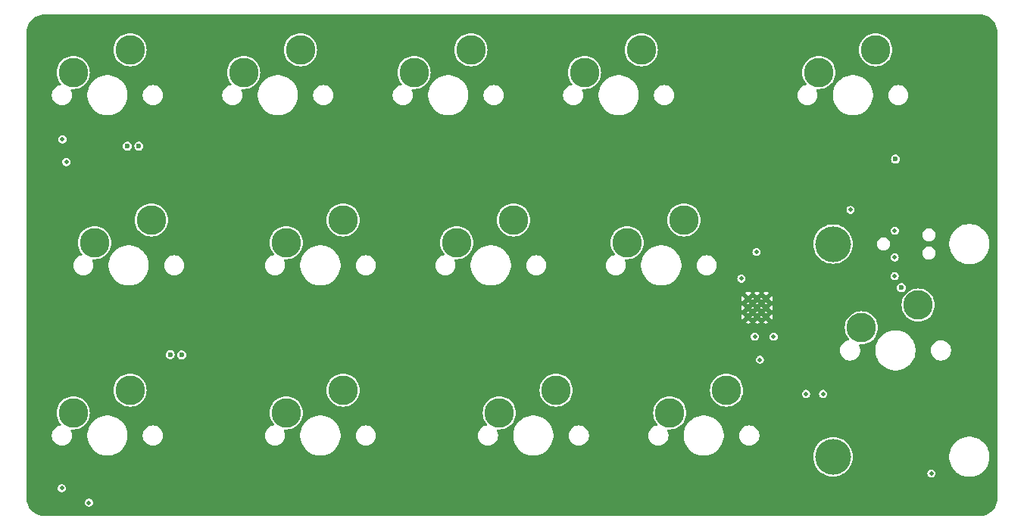
<source format=gbr>
%TF.GenerationSoftware,KiCad,Pcbnew,8.0.1-8.0.1-0~ubuntu23.10.1*%
%TF.CreationDate,2024-04-27T18:00:35-04:00*%
%TF.ProjectId,FunnyNumpad,46756e6e-794e-4756-9d70-61642e6b6963,rev?*%
%TF.SameCoordinates,Original*%
%TF.FileFunction,Copper,L3,Inr*%
%TF.FilePolarity,Positive*%
%FSLAX46Y46*%
G04 Gerber Fmt 4.6, Leading zero omitted, Abs format (unit mm)*
G04 Created by KiCad (PCBNEW 8.0.1-8.0.1-0~ubuntu23.10.1) date 2024-04-27 18:00:35*
%MOMM*%
%LPD*%
G01*
G04 APERTURE LIST*
%TA.AperFunction,ComponentPad*%
%ADD10C,4.000000*%
%TD*%
%TA.AperFunction,ComponentPad*%
%ADD11C,3.300000*%
%TD*%
%TA.AperFunction,HeatsinkPad*%
%ADD12C,0.500000*%
%TD*%
%TA.AperFunction,ViaPad*%
%ADD13C,0.500000*%
%TD*%
%TA.AperFunction,ViaPad*%
%ADD14C,0.600000*%
%TD*%
G04 APERTURE END LIST*
D10*
%TO.N,*%
%TO.C,STAB10*%
X146605625Y-90487500D03*
X146605625Y-114300000D03*
%TD*%
D11*
%TO.N,Net-(D204-K-Pad2)*%
%TO.C,MX12*%
X91836875Y-106838750D03*
%TO.N,/COL1*%
X85486875Y-109378750D03*
%TD*%
%TO.N,Net-(Q202-D)*%
%TO.C,MX11*%
X68024375Y-106838750D03*
%TO.N,/COL0*%
X61674375Y-109378750D03*
%TD*%
%TO.N,Net-(D202-K-Pad1)*%
%TO.C,MX3*%
X106124375Y-68738750D03*
%TO.N,/COL2*%
X99774375Y-71278750D03*
%TD*%
%TO.N,Net-(D207-K-Pad2)*%
%TO.C,MX10*%
X156130625Y-97313750D03*
%TO.N,/COL4*%
X149780625Y-99853750D03*
%TD*%
%TO.N,Net-(D205-K-Pad1)*%
%TO.C,MX13*%
X115649375Y-106838750D03*
%TO.N,/COL2*%
X109299375Y-109378750D03*
%TD*%
D12*
%TO.N,GND*%
%TO.C,U102*%
X139112500Y-96631250D03*
X138112500Y-96631250D03*
X137112500Y-96631250D03*
X139112500Y-97631250D03*
X138112500Y-97631250D03*
X137112500Y-97631250D03*
X139112500Y-98631250D03*
X138112500Y-98631250D03*
X137112500Y-98631250D03*
%TD*%
D11*
%TO.N,Net-(D203-K-Pad2)*%
%TO.C,MX7*%
X91836875Y-87788750D03*
%TO.N,/COL1*%
X85486875Y-90328750D03*
%TD*%
%TO.N,Net-(D206-K-Pad2)*%
%TO.C,MX9*%
X129936875Y-87788750D03*
%TO.N,/COL3*%
X123586875Y-90328750D03*
%TD*%
%TO.N,Net-(Q201-D)*%
%TO.C,MX1*%
X68024375Y-68738750D03*
%TO.N,/COL0*%
X61674375Y-71278750D03*
%TD*%
%TO.N,Net-(D202-K-Pad2)*%
%TO.C,MX4*%
X125174375Y-68738750D03*
%TO.N,/COL3*%
X118824375Y-71278750D03*
%TD*%
%TO.N,Net-(D206-K-Pad1)*%
%TO.C,MX8*%
X110886875Y-87788750D03*
%TO.N,/COL2*%
X104536875Y-90328750D03*
%TD*%
%TO.N,Net-(D203-K-Pad1)*%
%TO.C,MX6*%
X70405625Y-87788750D03*
%TO.N,/COL0*%
X64055625Y-90328750D03*
%TD*%
%TO.N,Net-(D207-K-Pad1)*%
%TO.C,MX5*%
X151368125Y-68738750D03*
%TO.N,/COL4*%
X145018125Y-71278750D03*
%TD*%
%TO.N,Net-(D205-K-Pad2)*%
%TO.C,MX14*%
X134699375Y-106838750D03*
%TO.N,/COL3*%
X128349375Y-109378750D03*
%TD*%
%TO.N,Net-(D201-K-Pad2)*%
%TO.C,MX2*%
X87074375Y-68738750D03*
%TO.N,/COL1*%
X80724375Y-71278750D03*
%TD*%
D13*
%TO.N,GND*%
X158820000Y-114810000D03*
%TO.N,+3.3V*%
X157610000Y-116170000D03*
%TO.N,Net-(U102-PH3)*%
X145500000Y-107260000D03*
X143590000Y-107260000D03*
D14*
%TO.N,/ENC2A*%
X73790000Y-102890000D03*
%TO.N,/ENC2B*%
X72510000Y-102870000D03*
%TO.N,/ENC1B*%
X67710000Y-79530000D03*
%TO.N,/ENC1A*%
X69000000Y-79530000D03*
%TO.N,/ROW0*%
X154240000Y-95380000D03*
X153590000Y-80980000D03*
D13*
%TO.N,GND*%
X140700000Y-85400000D03*
X136360000Y-92150000D03*
X141560000Y-101546875D03*
X156050000Y-88990000D03*
X141560000Y-102566875D03*
X139010000Y-91370000D03*
X63220000Y-75320000D03*
X139950000Y-90270000D03*
X138900000Y-79470000D03*
X63050000Y-113420000D03*
%TO.N,+3.3V*%
X137860000Y-100840000D03*
X60900000Y-81310000D03*
X136360000Y-94360000D03*
X63420000Y-119440000D03*
X139965000Y-100865000D03*
X138050000Y-91370000D03*
X153510000Y-88990000D03*
%TO.N,/SWDIO*%
X153500000Y-91980000D03*
X153500000Y-94070000D03*
%TO.N,/~{RST}*%
X138430000Y-103440000D03*
X148560000Y-86660000D03*
%TO.N,Net-(Q201-G)*%
X60460000Y-78770000D03*
%TO.N,Net-(Q202-G)*%
X60390000Y-117820000D03*
%TD*%
%TA.AperFunction,Conductor*%
%TO.N,GND*%
G36*
X162930988Y-64794251D02*
G01*
X162992814Y-64794250D01*
X163000923Y-64794514D01*
X163249763Y-64810823D01*
X163265830Y-64812938D01*
X163506414Y-64860791D01*
X163522080Y-64864988D01*
X163754367Y-64943838D01*
X163769338Y-64950040D01*
X163972762Y-65050358D01*
X163989335Y-65058531D01*
X164003383Y-65066641D01*
X164207338Y-65202920D01*
X164220202Y-65212791D01*
X164404620Y-65374522D01*
X164416090Y-65385992D01*
X164577819Y-65570412D01*
X164587693Y-65583280D01*
X164723970Y-65787236D01*
X164732080Y-65801284D01*
X164840564Y-66021276D01*
X164846771Y-66036261D01*
X164925615Y-66268536D01*
X164929813Y-66284204D01*
X164977663Y-66524781D01*
X164979780Y-66540863D01*
X164996109Y-66790075D01*
X164996374Y-66798184D01*
X164996373Y-66868255D01*
X164996375Y-66868284D01*
X164996375Y-118870250D01*
X164996373Y-118870284D01*
X164996374Y-118939696D01*
X164996109Y-118947805D01*
X164979805Y-119196639D01*
X164977688Y-119212722D01*
X164929837Y-119453302D01*
X164925639Y-119468969D01*
X164846796Y-119701245D01*
X164840589Y-119716231D01*
X164732100Y-119936231D01*
X164723990Y-119950278D01*
X164587713Y-120154234D01*
X164577839Y-120167102D01*
X164416107Y-120351524D01*
X164404637Y-120362994D01*
X164220217Y-120524728D01*
X164207349Y-120534602D01*
X164003394Y-120670880D01*
X163989347Y-120678990D01*
X163769348Y-120787482D01*
X163754362Y-120793689D01*
X163522095Y-120872532D01*
X163506427Y-120876731D01*
X163265840Y-120924585D01*
X163249759Y-120926702D01*
X163001305Y-120942984D01*
X162993196Y-120943249D01*
X162923394Y-120943249D01*
X162923378Y-120943250D01*
X58463433Y-120943250D01*
X58455323Y-120942984D01*
X58432397Y-120941481D01*
X58206510Y-120926673D01*
X58190429Y-120924556D01*
X57949854Y-120876699D01*
X57934187Y-120872501D01*
X57701918Y-120793653D01*
X57686933Y-120787446D01*
X57466937Y-120678953D01*
X57452893Y-120670845D01*
X57248933Y-120534559D01*
X57236090Y-120524704D01*
X57051659Y-120362957D01*
X57040196Y-120351493D01*
X56878471Y-120167076D01*
X56868597Y-120154207D01*
X56732322Y-119950249D01*
X56724212Y-119936202D01*
X56615731Y-119716215D01*
X56609524Y-119701230D01*
X56604376Y-119686063D01*
X56530679Y-119468948D01*
X56526486Y-119453298D01*
X56523841Y-119440000D01*
X62964867Y-119440000D01*
X62983302Y-119568225D01*
X63037117Y-119686061D01*
X63037118Y-119686063D01*
X63121951Y-119783967D01*
X63230931Y-119854004D01*
X63355225Y-119890499D01*
X63355227Y-119890500D01*
X63355228Y-119890500D01*
X63484773Y-119890500D01*
X63484773Y-119890499D01*
X63609069Y-119854004D01*
X63718049Y-119783967D01*
X63802882Y-119686063D01*
X63856697Y-119568226D01*
X63875133Y-119440000D01*
X63856697Y-119311774D01*
X63802882Y-119193937D01*
X63718049Y-119096033D01*
X63609069Y-119025996D01*
X63609065Y-119025994D01*
X63609064Y-119025994D01*
X63484774Y-118989500D01*
X63484772Y-118989500D01*
X63355228Y-118989500D01*
X63355226Y-118989500D01*
X63230935Y-119025994D01*
X63230932Y-119025995D01*
X63230931Y-119025996D01*
X63179677Y-119058934D01*
X63121950Y-119096033D01*
X63037118Y-119193937D01*
X63037117Y-119193938D01*
X62983302Y-119311774D01*
X62964867Y-119440000D01*
X56523841Y-119440000D01*
X56478634Y-119212706D01*
X56476520Y-119196639D01*
X56460139Y-118946659D01*
X56459875Y-118938549D01*
X56459877Y-118877868D01*
X56459875Y-118877863D01*
X56459876Y-118870284D01*
X56459875Y-118870250D01*
X56459875Y-117820000D01*
X59934867Y-117820000D01*
X59953302Y-117948225D01*
X60007117Y-118066061D01*
X60007118Y-118066063D01*
X60091951Y-118163967D01*
X60200931Y-118234004D01*
X60325225Y-118270499D01*
X60325227Y-118270500D01*
X60325228Y-118270500D01*
X60454773Y-118270500D01*
X60454773Y-118270499D01*
X60579069Y-118234004D01*
X60688049Y-118163967D01*
X60772882Y-118066063D01*
X60826697Y-117948226D01*
X60845133Y-117820000D01*
X60826697Y-117691774D01*
X60772882Y-117573937D01*
X60688049Y-117476033D01*
X60579069Y-117405996D01*
X60579065Y-117405994D01*
X60579064Y-117405994D01*
X60454774Y-117369500D01*
X60454772Y-117369500D01*
X60325228Y-117369500D01*
X60325226Y-117369500D01*
X60200935Y-117405994D01*
X60200932Y-117405995D01*
X60200931Y-117405996D01*
X60149677Y-117438934D01*
X60091950Y-117476033D01*
X60007118Y-117573937D01*
X60007117Y-117573938D01*
X59953302Y-117691774D01*
X59934867Y-117820000D01*
X56459875Y-117820000D01*
X56459875Y-114300000D01*
X144400403Y-114300000D01*
X144419269Y-114587837D01*
X144419271Y-114587849D01*
X144475542Y-114870745D01*
X144475546Y-114870760D01*
X144568267Y-115143905D01*
X144695844Y-115402606D01*
X144695848Y-115402613D01*
X144856103Y-115642452D01*
X145046297Y-115859327D01*
X145263172Y-116049521D01*
X145443714Y-116170155D01*
X145503014Y-116209778D01*
X145761723Y-116337359D01*
X146034872Y-116430081D01*
X146317786Y-116486356D01*
X146605625Y-116505222D01*
X146893464Y-116486356D01*
X147176378Y-116430081D01*
X147449527Y-116337359D01*
X147708236Y-116209778D01*
X147767768Y-116170000D01*
X157154867Y-116170000D01*
X157173302Y-116298225D01*
X157227117Y-116416061D01*
X157227118Y-116416063D01*
X157288026Y-116486356D01*
X157304373Y-116505222D01*
X157311951Y-116513967D01*
X157420931Y-116584004D01*
X157545225Y-116620499D01*
X157545227Y-116620500D01*
X157545228Y-116620500D01*
X157674773Y-116620500D01*
X157674773Y-116620499D01*
X157799069Y-116584004D01*
X157908049Y-116513967D01*
X157992882Y-116416063D01*
X158046697Y-116298226D01*
X158065133Y-116170000D01*
X158046697Y-116041774D01*
X157992882Y-115923937D01*
X157908049Y-115826033D01*
X157799069Y-115755996D01*
X157799065Y-115755994D01*
X157799064Y-115755994D01*
X157674774Y-115719500D01*
X157674772Y-115719500D01*
X157545228Y-115719500D01*
X157545226Y-115719500D01*
X157420935Y-115755994D01*
X157420932Y-115755995D01*
X157420931Y-115755996D01*
X157378898Y-115783009D01*
X157311950Y-115826033D01*
X157227118Y-115923937D01*
X157227117Y-115923938D01*
X157173302Y-116041774D01*
X157154867Y-116170000D01*
X147767768Y-116170000D01*
X147948079Y-116049520D01*
X148164952Y-115859327D01*
X148355145Y-115642454D01*
X148515403Y-115402611D01*
X148642984Y-115143902D01*
X148735706Y-114870753D01*
X148791981Y-114587839D01*
X148801206Y-114447099D01*
X159601225Y-114447099D01*
X159601226Y-114447116D01*
X159639626Y-114738796D01*
X159715777Y-115022994D01*
X159828359Y-115294794D01*
X159828367Y-115294810D01*
X159975465Y-115549589D01*
X159975476Y-115549605D01*
X160154573Y-115783009D01*
X160154579Y-115783016D01*
X160362608Y-115991045D01*
X160362615Y-115991051D01*
X160438815Y-116049521D01*
X160596028Y-116170155D01*
X160596035Y-116170159D01*
X160850814Y-116317257D01*
X160850830Y-116317265D01*
X161122630Y-116429847D01*
X161122632Y-116429847D01*
X161122638Y-116429850D01*
X161406825Y-116505998D01*
X161698519Y-116544400D01*
X161698526Y-116544400D01*
X161992724Y-116544400D01*
X161992731Y-116544400D01*
X162284425Y-116505998D01*
X162568612Y-116429850D01*
X162791912Y-116337357D01*
X162840419Y-116317265D01*
X162840422Y-116317263D01*
X162840428Y-116317261D01*
X163095222Y-116170155D01*
X163328636Y-115991050D01*
X163536675Y-115783011D01*
X163715780Y-115549597D01*
X163862886Y-115294803D01*
X163975475Y-115022987D01*
X164051623Y-114738800D01*
X164090025Y-114447106D01*
X164090025Y-114152894D01*
X164051623Y-113861200D01*
X163975475Y-113577013D01*
X163925391Y-113456098D01*
X163862890Y-113305205D01*
X163862882Y-113305189D01*
X163715784Y-113050410D01*
X163715780Y-113050403D01*
X163536675Y-112816989D01*
X163536670Y-112816983D01*
X163328641Y-112608954D01*
X163328634Y-112608948D01*
X163095230Y-112429851D01*
X163095228Y-112429849D01*
X163095222Y-112429845D01*
X163095217Y-112429842D01*
X163095214Y-112429840D01*
X162840435Y-112282742D01*
X162840419Y-112282734D01*
X162568619Y-112170152D01*
X162567749Y-112169919D01*
X162284425Y-112094002D01*
X162284424Y-112094001D01*
X162284421Y-112094001D01*
X161992741Y-112055601D01*
X161992736Y-112055600D01*
X161992731Y-112055600D01*
X161698519Y-112055600D01*
X161698513Y-112055600D01*
X161698508Y-112055601D01*
X161406828Y-112094001D01*
X161122630Y-112170152D01*
X160850830Y-112282734D01*
X160850814Y-112282742D01*
X160596035Y-112429840D01*
X160596019Y-112429851D01*
X160362615Y-112608948D01*
X160362608Y-112608954D01*
X160154579Y-112816983D01*
X160154573Y-112816990D01*
X159975476Y-113050394D01*
X159975465Y-113050410D01*
X159828367Y-113305189D01*
X159828359Y-113305205D01*
X159715777Y-113577005D01*
X159639626Y-113861203D01*
X159601226Y-114152883D01*
X159601225Y-114152900D01*
X159601225Y-114447099D01*
X148801206Y-114447099D01*
X148810847Y-114300000D01*
X148791981Y-114012161D01*
X148735706Y-113729247D01*
X148642984Y-113456098D01*
X148515403Y-113197389D01*
X148355145Y-112957546D01*
X148288335Y-112881364D01*
X148164952Y-112740672D01*
X147948077Y-112550478D01*
X147708238Y-112390223D01*
X147708231Y-112390219D01*
X147449530Y-112262642D01*
X147176385Y-112169921D01*
X147176379Y-112169919D01*
X147176378Y-112169919D01*
X147176376Y-112169918D01*
X147176370Y-112169917D01*
X146893474Y-112113646D01*
X146893464Y-112113644D01*
X146605625Y-112094778D01*
X146317786Y-112113644D01*
X146317780Y-112113645D01*
X146317775Y-112113646D01*
X146034879Y-112169917D01*
X146034864Y-112169921D01*
X145761719Y-112262642D01*
X145503018Y-112390219D01*
X145503011Y-112390223D01*
X145263172Y-112550478D01*
X145046297Y-112740672D01*
X144856103Y-112957547D01*
X144695848Y-113197386D01*
X144695844Y-113197393D01*
X144568267Y-113456094D01*
X144475546Y-113729239D01*
X144475542Y-113729254D01*
X144419271Y-114012150D01*
X144419269Y-114012162D01*
X144400403Y-114300000D01*
X56459875Y-114300000D01*
X56459875Y-112007328D01*
X59278875Y-112007328D01*
X59306589Y-112182306D01*
X59361331Y-112350789D01*
X59361332Y-112350792D01*
X59441761Y-112508640D01*
X59545892Y-112651964D01*
X59671161Y-112777233D01*
X59814485Y-112881364D01*
X59877659Y-112913553D01*
X59972332Y-112961792D01*
X59972335Y-112961793D01*
X60056576Y-112989164D01*
X60140820Y-113016536D01*
X60315796Y-113044250D01*
X60315797Y-113044250D01*
X60492953Y-113044250D01*
X60492954Y-113044250D01*
X60667930Y-113016536D01*
X60836417Y-112961792D01*
X60994265Y-112881364D01*
X61137589Y-112777233D01*
X61262858Y-112651964D01*
X61366989Y-112508640D01*
X61447417Y-112350792D01*
X61502161Y-112182305D01*
X61520606Y-112065849D01*
X63239975Y-112065849D01*
X63239976Y-112065866D01*
X63277486Y-112350789D01*
X63278377Y-112357550D01*
X63297748Y-112429845D01*
X63354527Y-112641744D01*
X63467109Y-112913544D01*
X63467117Y-112913560D01*
X63614215Y-113168339D01*
X63614226Y-113168355D01*
X63793323Y-113401759D01*
X63793329Y-113401766D01*
X64001358Y-113609795D01*
X64001364Y-113609800D01*
X64234778Y-113788905D01*
X64234785Y-113788909D01*
X64489564Y-113936007D01*
X64489580Y-113936015D01*
X64761380Y-114048597D01*
X64761382Y-114048597D01*
X64761388Y-114048600D01*
X65045575Y-114124748D01*
X65337269Y-114163150D01*
X65337276Y-114163150D01*
X65631474Y-114163150D01*
X65631481Y-114163150D01*
X65923175Y-114124748D01*
X66207362Y-114048600D01*
X66295361Y-114012150D01*
X66479169Y-113936015D01*
X66479172Y-113936013D01*
X66479178Y-113936011D01*
X66733972Y-113788905D01*
X66967386Y-113609800D01*
X67175425Y-113401761D01*
X67354530Y-113168347D01*
X67501636Y-112913553D01*
X67514970Y-112881363D01*
X67614222Y-112641744D01*
X67614221Y-112641744D01*
X67614225Y-112641737D01*
X67690373Y-112357550D01*
X67728775Y-112065856D01*
X67728775Y-112007328D01*
X69438875Y-112007328D01*
X69466589Y-112182306D01*
X69521331Y-112350789D01*
X69521332Y-112350792D01*
X69601761Y-112508640D01*
X69705892Y-112651964D01*
X69831161Y-112777233D01*
X69974485Y-112881364D01*
X70037659Y-112913553D01*
X70132332Y-112961792D01*
X70132335Y-112961793D01*
X70216576Y-112989164D01*
X70300820Y-113016536D01*
X70475796Y-113044250D01*
X70475797Y-113044250D01*
X70652953Y-113044250D01*
X70652954Y-113044250D01*
X70827930Y-113016536D01*
X70996417Y-112961792D01*
X71154265Y-112881364D01*
X71297589Y-112777233D01*
X71422858Y-112651964D01*
X71526989Y-112508640D01*
X71607417Y-112350792D01*
X71662161Y-112182305D01*
X71689875Y-112007329D01*
X71689875Y-112007328D01*
X83091375Y-112007328D01*
X83119089Y-112182306D01*
X83173831Y-112350789D01*
X83173832Y-112350792D01*
X83254261Y-112508640D01*
X83358392Y-112651964D01*
X83483661Y-112777233D01*
X83626985Y-112881364D01*
X83690159Y-112913553D01*
X83784832Y-112961792D01*
X83784835Y-112961793D01*
X83869076Y-112989164D01*
X83953320Y-113016536D01*
X84128296Y-113044250D01*
X84128297Y-113044250D01*
X84305453Y-113044250D01*
X84305454Y-113044250D01*
X84480430Y-113016536D01*
X84648917Y-112961792D01*
X84806765Y-112881364D01*
X84950089Y-112777233D01*
X85075358Y-112651964D01*
X85179489Y-112508640D01*
X85259917Y-112350792D01*
X85314661Y-112182305D01*
X85333106Y-112065849D01*
X87052475Y-112065849D01*
X87052476Y-112065866D01*
X87089986Y-112350789D01*
X87090877Y-112357550D01*
X87110248Y-112429845D01*
X87167027Y-112641744D01*
X87279609Y-112913544D01*
X87279617Y-112913560D01*
X87426715Y-113168339D01*
X87426726Y-113168355D01*
X87605823Y-113401759D01*
X87605829Y-113401766D01*
X87813858Y-113609795D01*
X87813864Y-113609800D01*
X88047278Y-113788905D01*
X88047285Y-113788909D01*
X88302064Y-113936007D01*
X88302080Y-113936015D01*
X88573880Y-114048597D01*
X88573882Y-114048597D01*
X88573888Y-114048600D01*
X88858075Y-114124748D01*
X89149769Y-114163150D01*
X89149776Y-114163150D01*
X89443974Y-114163150D01*
X89443981Y-114163150D01*
X89735675Y-114124748D01*
X90019862Y-114048600D01*
X90107861Y-114012150D01*
X90291669Y-113936015D01*
X90291672Y-113936013D01*
X90291678Y-113936011D01*
X90546472Y-113788905D01*
X90779886Y-113609800D01*
X90987925Y-113401761D01*
X91167030Y-113168347D01*
X91314136Y-112913553D01*
X91327470Y-112881363D01*
X91426722Y-112641744D01*
X91426721Y-112641744D01*
X91426725Y-112641737D01*
X91502873Y-112357550D01*
X91541275Y-112065856D01*
X91541275Y-112007328D01*
X93251375Y-112007328D01*
X93279089Y-112182306D01*
X93333831Y-112350789D01*
X93333832Y-112350792D01*
X93414261Y-112508640D01*
X93518392Y-112651964D01*
X93643661Y-112777233D01*
X93786985Y-112881364D01*
X93850159Y-112913553D01*
X93944832Y-112961792D01*
X93944835Y-112961793D01*
X94029076Y-112989164D01*
X94113320Y-113016536D01*
X94288296Y-113044250D01*
X94288297Y-113044250D01*
X94465453Y-113044250D01*
X94465454Y-113044250D01*
X94640430Y-113016536D01*
X94808917Y-112961792D01*
X94966765Y-112881364D01*
X95110089Y-112777233D01*
X95235358Y-112651964D01*
X95339489Y-112508640D01*
X95419917Y-112350792D01*
X95474661Y-112182305D01*
X95502375Y-112007329D01*
X95502375Y-112007328D01*
X106903875Y-112007328D01*
X106931589Y-112182306D01*
X106986331Y-112350789D01*
X106986332Y-112350792D01*
X107066761Y-112508640D01*
X107170892Y-112651964D01*
X107296161Y-112777233D01*
X107439485Y-112881364D01*
X107502659Y-112913553D01*
X107597332Y-112961792D01*
X107597335Y-112961793D01*
X107681576Y-112989164D01*
X107765820Y-113016536D01*
X107940796Y-113044250D01*
X107940797Y-113044250D01*
X108117953Y-113044250D01*
X108117954Y-113044250D01*
X108292930Y-113016536D01*
X108461417Y-112961792D01*
X108619265Y-112881364D01*
X108762589Y-112777233D01*
X108887858Y-112651964D01*
X108991989Y-112508640D01*
X109072417Y-112350792D01*
X109127161Y-112182305D01*
X109145606Y-112065849D01*
X110864975Y-112065849D01*
X110864976Y-112065866D01*
X110902486Y-112350789D01*
X110903377Y-112357550D01*
X110922748Y-112429845D01*
X110979527Y-112641744D01*
X111092109Y-112913544D01*
X111092117Y-112913560D01*
X111239215Y-113168339D01*
X111239226Y-113168355D01*
X111418323Y-113401759D01*
X111418329Y-113401766D01*
X111626358Y-113609795D01*
X111626364Y-113609800D01*
X111859778Y-113788905D01*
X111859785Y-113788909D01*
X112114564Y-113936007D01*
X112114580Y-113936015D01*
X112386380Y-114048597D01*
X112386382Y-114048597D01*
X112386388Y-114048600D01*
X112670575Y-114124748D01*
X112962269Y-114163150D01*
X112962276Y-114163150D01*
X113256474Y-114163150D01*
X113256481Y-114163150D01*
X113548175Y-114124748D01*
X113832362Y-114048600D01*
X113920361Y-114012150D01*
X114104169Y-113936015D01*
X114104172Y-113936013D01*
X114104178Y-113936011D01*
X114358972Y-113788905D01*
X114592386Y-113609800D01*
X114800425Y-113401761D01*
X114979530Y-113168347D01*
X115126636Y-112913553D01*
X115139970Y-112881363D01*
X115239222Y-112641744D01*
X115239221Y-112641744D01*
X115239225Y-112641737D01*
X115315373Y-112357550D01*
X115353775Y-112065856D01*
X115353775Y-112007328D01*
X117063875Y-112007328D01*
X117091589Y-112182306D01*
X117146331Y-112350789D01*
X117146332Y-112350792D01*
X117226761Y-112508640D01*
X117330892Y-112651964D01*
X117456161Y-112777233D01*
X117599485Y-112881364D01*
X117662659Y-112913553D01*
X117757332Y-112961792D01*
X117757335Y-112961793D01*
X117841576Y-112989164D01*
X117925820Y-113016536D01*
X118100796Y-113044250D01*
X118100797Y-113044250D01*
X118277953Y-113044250D01*
X118277954Y-113044250D01*
X118452930Y-113016536D01*
X118621417Y-112961792D01*
X118779265Y-112881364D01*
X118922589Y-112777233D01*
X119047858Y-112651964D01*
X119151989Y-112508640D01*
X119232417Y-112350792D01*
X119287161Y-112182305D01*
X119314875Y-112007329D01*
X119314875Y-112007328D01*
X125953875Y-112007328D01*
X125981589Y-112182306D01*
X126036331Y-112350789D01*
X126036332Y-112350792D01*
X126116761Y-112508640D01*
X126220892Y-112651964D01*
X126346161Y-112777233D01*
X126489485Y-112881364D01*
X126552659Y-112913553D01*
X126647332Y-112961792D01*
X126647335Y-112961793D01*
X126731576Y-112989164D01*
X126815820Y-113016536D01*
X126990796Y-113044250D01*
X126990797Y-113044250D01*
X127167953Y-113044250D01*
X127167954Y-113044250D01*
X127342930Y-113016536D01*
X127511417Y-112961792D01*
X127669265Y-112881364D01*
X127812589Y-112777233D01*
X127937858Y-112651964D01*
X128041989Y-112508640D01*
X128122417Y-112350792D01*
X128177161Y-112182305D01*
X128195606Y-112065849D01*
X129914975Y-112065849D01*
X129914976Y-112065866D01*
X129952486Y-112350789D01*
X129953377Y-112357550D01*
X129972748Y-112429845D01*
X130029527Y-112641744D01*
X130142109Y-112913544D01*
X130142117Y-112913560D01*
X130289215Y-113168339D01*
X130289226Y-113168355D01*
X130468323Y-113401759D01*
X130468329Y-113401766D01*
X130676358Y-113609795D01*
X130676364Y-113609800D01*
X130909778Y-113788905D01*
X130909785Y-113788909D01*
X131164564Y-113936007D01*
X131164580Y-113936015D01*
X131436380Y-114048597D01*
X131436382Y-114048597D01*
X131436388Y-114048600D01*
X131720575Y-114124748D01*
X132012269Y-114163150D01*
X132012276Y-114163150D01*
X132306474Y-114163150D01*
X132306481Y-114163150D01*
X132598175Y-114124748D01*
X132882362Y-114048600D01*
X132970361Y-114012150D01*
X133154169Y-113936015D01*
X133154172Y-113936013D01*
X133154178Y-113936011D01*
X133408972Y-113788905D01*
X133642386Y-113609800D01*
X133850425Y-113401761D01*
X134029530Y-113168347D01*
X134176636Y-112913553D01*
X134189970Y-112881363D01*
X134289222Y-112641744D01*
X134289221Y-112641744D01*
X134289225Y-112641737D01*
X134365373Y-112357550D01*
X134403775Y-112065856D01*
X134403775Y-112007328D01*
X136113875Y-112007328D01*
X136141589Y-112182306D01*
X136196331Y-112350789D01*
X136196332Y-112350792D01*
X136276761Y-112508640D01*
X136380892Y-112651964D01*
X136506161Y-112777233D01*
X136649485Y-112881364D01*
X136712659Y-112913553D01*
X136807332Y-112961792D01*
X136807335Y-112961793D01*
X136891576Y-112989164D01*
X136975820Y-113016536D01*
X137150796Y-113044250D01*
X137150797Y-113044250D01*
X137327953Y-113044250D01*
X137327954Y-113044250D01*
X137502930Y-113016536D01*
X137671417Y-112961792D01*
X137829265Y-112881364D01*
X137972589Y-112777233D01*
X138097858Y-112651964D01*
X138201989Y-112508640D01*
X138282417Y-112350792D01*
X138337161Y-112182305D01*
X138364875Y-112007329D01*
X138364875Y-111830171D01*
X138337161Y-111655195D01*
X138282417Y-111486708D01*
X138282417Y-111486707D01*
X138201988Y-111328859D01*
X138097858Y-111185536D01*
X137972589Y-111060267D01*
X137829265Y-110956136D01*
X137671417Y-110875707D01*
X137671414Y-110875706D01*
X137502931Y-110820964D01*
X137415442Y-110807107D01*
X137327954Y-110793250D01*
X137150796Y-110793250D01*
X137092470Y-110802488D01*
X136975818Y-110820964D01*
X136807335Y-110875706D01*
X136807332Y-110875707D01*
X136649484Y-110956136D01*
X136567713Y-111015546D01*
X136506161Y-111060267D01*
X136506159Y-111060269D01*
X136506158Y-111060269D01*
X136380894Y-111185533D01*
X136380894Y-111185534D01*
X136380892Y-111185536D01*
X136345698Y-111233977D01*
X136276761Y-111328859D01*
X136196332Y-111486707D01*
X136196331Y-111486710D01*
X136141589Y-111655193D01*
X136113875Y-111830171D01*
X136113875Y-112007328D01*
X134403775Y-112007328D01*
X134403775Y-111771644D01*
X134365373Y-111479950D01*
X134289225Y-111195763D01*
X134283651Y-111182305D01*
X134176640Y-110923955D01*
X134176632Y-110923939D01*
X134029534Y-110669160D01*
X134029530Y-110669153D01*
X133850425Y-110435739D01*
X133850420Y-110435733D01*
X133642391Y-110227704D01*
X133642384Y-110227698D01*
X133408980Y-110048601D01*
X133408978Y-110048599D01*
X133408972Y-110048595D01*
X133408967Y-110048592D01*
X133408964Y-110048590D01*
X133154185Y-109901492D01*
X133154169Y-109901484D01*
X132882369Y-109788902D01*
X132598171Y-109712751D01*
X132306491Y-109674351D01*
X132306486Y-109674350D01*
X132306481Y-109674350D01*
X132012269Y-109674350D01*
X132012263Y-109674350D01*
X132012258Y-109674351D01*
X131720578Y-109712751D01*
X131436380Y-109788902D01*
X131164580Y-109901484D01*
X131164564Y-109901492D01*
X130909785Y-110048590D01*
X130909769Y-110048601D01*
X130676365Y-110227698D01*
X130676358Y-110227704D01*
X130468329Y-110435733D01*
X130468323Y-110435740D01*
X130289226Y-110669144D01*
X130289215Y-110669160D01*
X130142117Y-110923939D01*
X130142109Y-110923955D01*
X130029527Y-111195755D01*
X129953376Y-111479953D01*
X129914976Y-111771633D01*
X129914975Y-111771650D01*
X129914975Y-112065849D01*
X128195606Y-112065849D01*
X128204875Y-112007329D01*
X128204875Y-111830171D01*
X128177161Y-111655195D01*
X128122417Y-111486708D01*
X128122417Y-111486707D01*
X128079875Y-111403215D01*
X128066979Y-111334546D01*
X128093255Y-111269805D01*
X128150361Y-111229548D01*
X128199204Y-111223236D01*
X128349375Y-111233977D01*
X128349376Y-111233977D01*
X128368260Y-111232626D01*
X128613401Y-111215093D01*
X128872053Y-111158827D01*
X129120064Y-111066324D01*
X129352386Y-110939466D01*
X129564290Y-110780837D01*
X129751462Y-110593665D01*
X129910091Y-110381761D01*
X130036949Y-110149439D01*
X130129452Y-109901428D01*
X130185718Y-109642776D01*
X130204602Y-109378750D01*
X130185718Y-109114724D01*
X130129452Y-108856072D01*
X130036949Y-108608061D01*
X129992316Y-108526323D01*
X129910094Y-108375744D01*
X129910089Y-108375736D01*
X129751468Y-108163842D01*
X129751452Y-108163824D01*
X129564300Y-107976672D01*
X129564282Y-107976656D01*
X129352388Y-107818035D01*
X129352380Y-107818030D01*
X129120069Y-107691178D01*
X129120065Y-107691176D01*
X128872048Y-107598671D01*
X128613409Y-107542408D01*
X128613402Y-107542407D01*
X128349376Y-107523523D01*
X128349374Y-107523523D01*
X128085347Y-107542407D01*
X128085340Y-107542408D01*
X127826701Y-107598671D01*
X127578684Y-107691176D01*
X127578680Y-107691178D01*
X127346369Y-107818030D01*
X127346361Y-107818035D01*
X127134467Y-107976656D01*
X127134449Y-107976672D01*
X126947297Y-108163824D01*
X126947281Y-108163842D01*
X126788660Y-108375736D01*
X126788655Y-108375744D01*
X126661803Y-108608055D01*
X126661801Y-108608059D01*
X126569296Y-108856076D01*
X126513033Y-109114715D01*
X126513032Y-109114722D01*
X126494148Y-109378748D01*
X126494148Y-109378751D01*
X126513032Y-109642777D01*
X126513033Y-109642784D01*
X126569296Y-109901423D01*
X126661801Y-110149440D01*
X126661803Y-110149444D01*
X126788655Y-110381755D01*
X126788660Y-110381763D01*
X126947281Y-110593657D01*
X126947297Y-110593675D01*
X126953448Y-110599826D01*
X126986933Y-110661149D01*
X126981949Y-110730841D01*
X126940077Y-110786774D01*
X126885166Y-110809980D01*
X126815818Y-110820964D01*
X126647335Y-110875706D01*
X126647332Y-110875707D01*
X126489484Y-110956136D01*
X126407713Y-111015546D01*
X126346161Y-111060267D01*
X126346159Y-111060269D01*
X126346158Y-111060269D01*
X126220894Y-111185533D01*
X126220894Y-111185534D01*
X126220892Y-111185536D01*
X126185698Y-111233977D01*
X126116761Y-111328859D01*
X126036332Y-111486707D01*
X126036331Y-111486710D01*
X125981589Y-111655193D01*
X125953875Y-111830171D01*
X125953875Y-112007328D01*
X119314875Y-112007328D01*
X119314875Y-111830171D01*
X119287161Y-111655195D01*
X119232417Y-111486708D01*
X119232417Y-111486707D01*
X119151988Y-111328859D01*
X119047858Y-111185536D01*
X118922589Y-111060267D01*
X118779265Y-110956136D01*
X118621417Y-110875707D01*
X118621414Y-110875706D01*
X118452931Y-110820964D01*
X118365442Y-110807107D01*
X118277954Y-110793250D01*
X118100796Y-110793250D01*
X118042470Y-110802488D01*
X117925818Y-110820964D01*
X117757335Y-110875706D01*
X117757332Y-110875707D01*
X117599484Y-110956136D01*
X117517713Y-111015546D01*
X117456161Y-111060267D01*
X117456159Y-111060269D01*
X117456158Y-111060269D01*
X117330894Y-111185533D01*
X117330894Y-111185534D01*
X117330892Y-111185536D01*
X117295698Y-111233977D01*
X117226761Y-111328859D01*
X117146332Y-111486707D01*
X117146331Y-111486710D01*
X117091589Y-111655193D01*
X117063875Y-111830171D01*
X117063875Y-112007328D01*
X115353775Y-112007328D01*
X115353775Y-111771644D01*
X115315373Y-111479950D01*
X115239225Y-111195763D01*
X115233651Y-111182305D01*
X115126640Y-110923955D01*
X115126632Y-110923939D01*
X114979534Y-110669160D01*
X114979530Y-110669153D01*
X114800425Y-110435739D01*
X114800420Y-110435733D01*
X114592391Y-110227704D01*
X114592384Y-110227698D01*
X114358980Y-110048601D01*
X114358978Y-110048599D01*
X114358972Y-110048595D01*
X114358967Y-110048592D01*
X114358964Y-110048590D01*
X114104185Y-109901492D01*
X114104169Y-109901484D01*
X113832369Y-109788902D01*
X113548171Y-109712751D01*
X113256491Y-109674351D01*
X113256486Y-109674350D01*
X113256481Y-109674350D01*
X112962269Y-109674350D01*
X112962263Y-109674350D01*
X112962258Y-109674351D01*
X112670578Y-109712751D01*
X112386380Y-109788902D01*
X112114580Y-109901484D01*
X112114564Y-109901492D01*
X111859785Y-110048590D01*
X111859769Y-110048601D01*
X111626365Y-110227698D01*
X111626358Y-110227704D01*
X111418329Y-110435733D01*
X111418323Y-110435740D01*
X111239226Y-110669144D01*
X111239215Y-110669160D01*
X111092117Y-110923939D01*
X111092109Y-110923955D01*
X110979527Y-111195755D01*
X110903376Y-111479953D01*
X110864976Y-111771633D01*
X110864975Y-111771650D01*
X110864975Y-112065849D01*
X109145606Y-112065849D01*
X109154875Y-112007329D01*
X109154875Y-111830171D01*
X109127161Y-111655195D01*
X109072417Y-111486708D01*
X109072417Y-111486707D01*
X109029875Y-111403215D01*
X109016979Y-111334546D01*
X109043255Y-111269805D01*
X109100361Y-111229548D01*
X109149204Y-111223236D01*
X109299375Y-111233977D01*
X109299376Y-111233977D01*
X109318260Y-111232626D01*
X109563401Y-111215093D01*
X109822053Y-111158827D01*
X110070064Y-111066324D01*
X110302386Y-110939466D01*
X110514290Y-110780837D01*
X110701462Y-110593665D01*
X110860091Y-110381761D01*
X110986949Y-110149439D01*
X111079452Y-109901428D01*
X111135718Y-109642776D01*
X111154602Y-109378750D01*
X111135718Y-109114724D01*
X111079452Y-108856072D01*
X110986949Y-108608061D01*
X110942316Y-108526323D01*
X110860094Y-108375744D01*
X110860089Y-108375736D01*
X110701468Y-108163842D01*
X110701452Y-108163824D01*
X110514300Y-107976672D01*
X110514282Y-107976656D01*
X110302388Y-107818035D01*
X110302380Y-107818030D01*
X110070069Y-107691178D01*
X110070065Y-107691176D01*
X109822048Y-107598671D01*
X109563409Y-107542408D01*
X109563402Y-107542407D01*
X109299376Y-107523523D01*
X109299374Y-107523523D01*
X109035347Y-107542407D01*
X109035340Y-107542408D01*
X108776701Y-107598671D01*
X108528684Y-107691176D01*
X108528680Y-107691178D01*
X108296369Y-107818030D01*
X108296361Y-107818035D01*
X108084467Y-107976656D01*
X108084449Y-107976672D01*
X107897297Y-108163824D01*
X107897281Y-108163842D01*
X107738660Y-108375736D01*
X107738655Y-108375744D01*
X107611803Y-108608055D01*
X107611801Y-108608059D01*
X107519296Y-108856076D01*
X107463033Y-109114715D01*
X107463032Y-109114722D01*
X107444148Y-109378748D01*
X107444148Y-109378751D01*
X107463032Y-109642777D01*
X107463033Y-109642784D01*
X107519296Y-109901423D01*
X107611801Y-110149440D01*
X107611803Y-110149444D01*
X107738655Y-110381755D01*
X107738660Y-110381763D01*
X107897281Y-110593657D01*
X107897297Y-110593675D01*
X107903448Y-110599826D01*
X107936933Y-110661149D01*
X107931949Y-110730841D01*
X107890077Y-110786774D01*
X107835166Y-110809980D01*
X107765818Y-110820964D01*
X107597335Y-110875706D01*
X107597332Y-110875707D01*
X107439484Y-110956136D01*
X107357713Y-111015546D01*
X107296161Y-111060267D01*
X107296159Y-111060269D01*
X107296158Y-111060269D01*
X107170894Y-111185533D01*
X107170894Y-111185534D01*
X107170892Y-111185536D01*
X107135698Y-111233977D01*
X107066761Y-111328859D01*
X106986332Y-111486707D01*
X106986331Y-111486710D01*
X106931589Y-111655193D01*
X106903875Y-111830171D01*
X106903875Y-112007328D01*
X95502375Y-112007328D01*
X95502375Y-111830171D01*
X95474661Y-111655195D01*
X95419917Y-111486708D01*
X95419917Y-111486707D01*
X95339488Y-111328859D01*
X95235358Y-111185536D01*
X95110089Y-111060267D01*
X94966765Y-110956136D01*
X94808917Y-110875707D01*
X94808914Y-110875706D01*
X94640431Y-110820964D01*
X94552942Y-110807107D01*
X94465454Y-110793250D01*
X94288296Y-110793250D01*
X94229970Y-110802488D01*
X94113318Y-110820964D01*
X93944835Y-110875706D01*
X93944832Y-110875707D01*
X93786984Y-110956136D01*
X93705213Y-111015546D01*
X93643661Y-111060267D01*
X93643659Y-111060269D01*
X93643658Y-111060269D01*
X93518394Y-111185533D01*
X93518394Y-111185534D01*
X93518392Y-111185536D01*
X93483198Y-111233977D01*
X93414261Y-111328859D01*
X93333832Y-111486707D01*
X93333831Y-111486710D01*
X93279089Y-111655193D01*
X93251375Y-111830171D01*
X93251375Y-112007328D01*
X91541275Y-112007328D01*
X91541275Y-111771644D01*
X91502873Y-111479950D01*
X91426725Y-111195763D01*
X91421151Y-111182305D01*
X91314140Y-110923955D01*
X91314132Y-110923939D01*
X91167034Y-110669160D01*
X91167030Y-110669153D01*
X90987925Y-110435739D01*
X90987920Y-110435733D01*
X90779891Y-110227704D01*
X90779884Y-110227698D01*
X90546480Y-110048601D01*
X90546478Y-110048599D01*
X90546472Y-110048595D01*
X90546467Y-110048592D01*
X90546464Y-110048590D01*
X90291685Y-109901492D01*
X90291669Y-109901484D01*
X90019869Y-109788902D01*
X89735671Y-109712751D01*
X89443991Y-109674351D01*
X89443986Y-109674350D01*
X89443981Y-109674350D01*
X89149769Y-109674350D01*
X89149763Y-109674350D01*
X89149758Y-109674351D01*
X88858078Y-109712751D01*
X88573880Y-109788902D01*
X88302080Y-109901484D01*
X88302064Y-109901492D01*
X88047285Y-110048590D01*
X88047269Y-110048601D01*
X87813865Y-110227698D01*
X87813858Y-110227704D01*
X87605829Y-110435733D01*
X87605823Y-110435740D01*
X87426726Y-110669144D01*
X87426715Y-110669160D01*
X87279617Y-110923939D01*
X87279609Y-110923955D01*
X87167027Y-111195755D01*
X87090876Y-111479953D01*
X87052476Y-111771633D01*
X87052475Y-111771650D01*
X87052475Y-112065849D01*
X85333106Y-112065849D01*
X85342375Y-112007329D01*
X85342375Y-111830171D01*
X85314661Y-111655195D01*
X85259917Y-111486708D01*
X85259917Y-111486707D01*
X85217375Y-111403215D01*
X85204479Y-111334546D01*
X85230755Y-111269805D01*
X85287861Y-111229548D01*
X85336704Y-111223236D01*
X85486875Y-111233977D01*
X85486876Y-111233977D01*
X85505760Y-111232626D01*
X85750901Y-111215093D01*
X86009553Y-111158827D01*
X86257564Y-111066324D01*
X86489886Y-110939466D01*
X86701790Y-110780837D01*
X86888962Y-110593665D01*
X87047591Y-110381761D01*
X87174449Y-110149439D01*
X87266952Y-109901428D01*
X87323218Y-109642776D01*
X87342102Y-109378750D01*
X87323218Y-109114724D01*
X87266952Y-108856072D01*
X87174449Y-108608061D01*
X87129816Y-108526323D01*
X87047594Y-108375744D01*
X87047589Y-108375736D01*
X86888968Y-108163842D01*
X86888952Y-108163824D01*
X86701800Y-107976672D01*
X86701782Y-107976656D01*
X86489888Y-107818035D01*
X86489880Y-107818030D01*
X86257569Y-107691178D01*
X86257565Y-107691176D01*
X86009548Y-107598671D01*
X85750909Y-107542408D01*
X85750902Y-107542407D01*
X85486876Y-107523523D01*
X85486874Y-107523523D01*
X85222847Y-107542407D01*
X85222840Y-107542408D01*
X84964201Y-107598671D01*
X84716184Y-107691176D01*
X84716180Y-107691178D01*
X84483869Y-107818030D01*
X84483861Y-107818035D01*
X84271967Y-107976656D01*
X84271949Y-107976672D01*
X84084797Y-108163824D01*
X84084781Y-108163842D01*
X83926160Y-108375736D01*
X83926155Y-108375744D01*
X83799303Y-108608055D01*
X83799301Y-108608059D01*
X83706796Y-108856076D01*
X83650533Y-109114715D01*
X83650532Y-109114722D01*
X83631648Y-109378748D01*
X83631648Y-109378751D01*
X83650532Y-109642777D01*
X83650533Y-109642784D01*
X83706796Y-109901423D01*
X83799301Y-110149440D01*
X83799303Y-110149444D01*
X83926155Y-110381755D01*
X83926160Y-110381763D01*
X84084781Y-110593657D01*
X84084797Y-110593675D01*
X84090948Y-110599826D01*
X84124433Y-110661149D01*
X84119449Y-110730841D01*
X84077577Y-110786774D01*
X84022666Y-110809980D01*
X83953318Y-110820964D01*
X83784835Y-110875706D01*
X83784832Y-110875707D01*
X83626984Y-110956136D01*
X83545213Y-111015546D01*
X83483661Y-111060267D01*
X83483659Y-111060269D01*
X83483658Y-111060269D01*
X83358394Y-111185533D01*
X83358394Y-111185534D01*
X83358392Y-111185536D01*
X83323198Y-111233977D01*
X83254261Y-111328859D01*
X83173832Y-111486707D01*
X83173831Y-111486710D01*
X83119089Y-111655193D01*
X83091375Y-111830171D01*
X83091375Y-112007328D01*
X71689875Y-112007328D01*
X71689875Y-111830171D01*
X71662161Y-111655195D01*
X71607417Y-111486708D01*
X71607417Y-111486707D01*
X71526988Y-111328859D01*
X71422858Y-111185536D01*
X71297589Y-111060267D01*
X71154265Y-110956136D01*
X70996417Y-110875707D01*
X70996414Y-110875706D01*
X70827931Y-110820964D01*
X70740442Y-110807107D01*
X70652954Y-110793250D01*
X70475796Y-110793250D01*
X70417470Y-110802488D01*
X70300818Y-110820964D01*
X70132335Y-110875706D01*
X70132332Y-110875707D01*
X69974484Y-110956136D01*
X69892713Y-111015546D01*
X69831161Y-111060267D01*
X69831159Y-111060269D01*
X69831158Y-111060269D01*
X69705894Y-111185533D01*
X69705894Y-111185534D01*
X69705892Y-111185536D01*
X69670698Y-111233977D01*
X69601761Y-111328859D01*
X69521332Y-111486707D01*
X69521331Y-111486710D01*
X69466589Y-111655193D01*
X69438875Y-111830171D01*
X69438875Y-112007328D01*
X67728775Y-112007328D01*
X67728775Y-111771644D01*
X67690373Y-111479950D01*
X67614225Y-111195763D01*
X67608651Y-111182305D01*
X67501640Y-110923955D01*
X67501632Y-110923939D01*
X67354534Y-110669160D01*
X67354530Y-110669153D01*
X67175425Y-110435739D01*
X67175420Y-110435733D01*
X66967391Y-110227704D01*
X66967384Y-110227698D01*
X66733980Y-110048601D01*
X66733978Y-110048599D01*
X66733972Y-110048595D01*
X66733967Y-110048592D01*
X66733964Y-110048590D01*
X66479185Y-109901492D01*
X66479169Y-109901484D01*
X66207369Y-109788902D01*
X65923171Y-109712751D01*
X65631491Y-109674351D01*
X65631486Y-109674350D01*
X65631481Y-109674350D01*
X65337269Y-109674350D01*
X65337263Y-109674350D01*
X65337258Y-109674351D01*
X65045578Y-109712751D01*
X64761380Y-109788902D01*
X64489580Y-109901484D01*
X64489564Y-109901492D01*
X64234785Y-110048590D01*
X64234769Y-110048601D01*
X64001365Y-110227698D01*
X64001358Y-110227704D01*
X63793329Y-110435733D01*
X63793323Y-110435740D01*
X63614226Y-110669144D01*
X63614215Y-110669160D01*
X63467117Y-110923939D01*
X63467109Y-110923955D01*
X63354527Y-111195755D01*
X63278376Y-111479953D01*
X63239976Y-111771633D01*
X63239975Y-111771650D01*
X63239975Y-112065849D01*
X61520606Y-112065849D01*
X61529875Y-112007329D01*
X61529875Y-111830171D01*
X61502161Y-111655195D01*
X61447417Y-111486708D01*
X61447417Y-111486707D01*
X61404875Y-111403215D01*
X61391979Y-111334546D01*
X61418255Y-111269805D01*
X61475361Y-111229548D01*
X61524204Y-111223236D01*
X61674375Y-111233977D01*
X61674376Y-111233977D01*
X61693260Y-111232626D01*
X61938401Y-111215093D01*
X62197053Y-111158827D01*
X62445064Y-111066324D01*
X62677386Y-110939466D01*
X62889290Y-110780837D01*
X63076462Y-110593665D01*
X63235091Y-110381761D01*
X63361949Y-110149439D01*
X63454452Y-109901428D01*
X63510718Y-109642776D01*
X63529602Y-109378750D01*
X63510718Y-109114724D01*
X63454452Y-108856072D01*
X63361949Y-108608061D01*
X63317316Y-108526323D01*
X63235094Y-108375744D01*
X63235089Y-108375736D01*
X63076468Y-108163842D01*
X63076452Y-108163824D01*
X62889300Y-107976672D01*
X62889282Y-107976656D01*
X62677388Y-107818035D01*
X62677380Y-107818030D01*
X62445069Y-107691178D01*
X62445065Y-107691176D01*
X62197048Y-107598671D01*
X61938409Y-107542408D01*
X61938402Y-107542407D01*
X61674376Y-107523523D01*
X61674374Y-107523523D01*
X61410347Y-107542407D01*
X61410340Y-107542408D01*
X61151701Y-107598671D01*
X60903684Y-107691176D01*
X60903680Y-107691178D01*
X60671369Y-107818030D01*
X60671361Y-107818035D01*
X60459467Y-107976656D01*
X60459449Y-107976672D01*
X60272297Y-108163824D01*
X60272281Y-108163842D01*
X60113660Y-108375736D01*
X60113655Y-108375744D01*
X59986803Y-108608055D01*
X59986801Y-108608059D01*
X59894296Y-108856076D01*
X59838033Y-109114715D01*
X59838032Y-109114722D01*
X59819148Y-109378748D01*
X59819148Y-109378751D01*
X59838032Y-109642777D01*
X59838033Y-109642784D01*
X59894296Y-109901423D01*
X59986801Y-110149440D01*
X59986803Y-110149444D01*
X60113655Y-110381755D01*
X60113660Y-110381763D01*
X60272281Y-110593657D01*
X60272297Y-110593675D01*
X60278448Y-110599826D01*
X60311933Y-110661149D01*
X60306949Y-110730841D01*
X60265077Y-110786774D01*
X60210166Y-110809980D01*
X60140818Y-110820964D01*
X59972335Y-110875706D01*
X59972332Y-110875707D01*
X59814484Y-110956136D01*
X59732713Y-111015546D01*
X59671161Y-111060267D01*
X59671159Y-111060269D01*
X59671158Y-111060269D01*
X59545894Y-111185533D01*
X59545894Y-111185534D01*
X59545892Y-111185536D01*
X59510698Y-111233977D01*
X59441761Y-111328859D01*
X59361332Y-111486707D01*
X59361331Y-111486710D01*
X59306589Y-111655193D01*
X59278875Y-111830171D01*
X59278875Y-112007328D01*
X56459875Y-112007328D01*
X56459875Y-106838751D01*
X66169148Y-106838751D01*
X66188032Y-107102777D01*
X66188033Y-107102784D01*
X66244296Y-107361423D01*
X66336801Y-107609440D01*
X66336803Y-107609444D01*
X66463655Y-107841755D01*
X66463660Y-107841763D01*
X66622281Y-108053657D01*
X66622297Y-108053675D01*
X66809449Y-108240827D01*
X66809467Y-108240843D01*
X67021361Y-108399464D01*
X67021369Y-108399469D01*
X67253680Y-108526321D01*
X67253684Y-108526323D01*
X67253686Y-108526324D01*
X67501697Y-108618827D01*
X67501700Y-108618827D01*
X67501701Y-108618828D01*
X67696927Y-108661296D01*
X67760349Y-108675093D01*
X68004035Y-108692522D01*
X68024374Y-108693977D01*
X68024375Y-108693977D01*
X68024376Y-108693977D01*
X68043260Y-108692626D01*
X68288401Y-108675093D01*
X68547053Y-108618827D01*
X68795064Y-108526324D01*
X69027386Y-108399466D01*
X69239290Y-108240837D01*
X69426462Y-108053665D01*
X69585091Y-107841761D01*
X69711949Y-107609439D01*
X69804452Y-107361428D01*
X69860718Y-107102776D01*
X69879602Y-106838751D01*
X89981648Y-106838751D01*
X90000532Y-107102777D01*
X90000533Y-107102784D01*
X90056796Y-107361423D01*
X90149301Y-107609440D01*
X90149303Y-107609444D01*
X90276155Y-107841755D01*
X90276160Y-107841763D01*
X90434781Y-108053657D01*
X90434797Y-108053675D01*
X90621949Y-108240827D01*
X90621967Y-108240843D01*
X90833861Y-108399464D01*
X90833869Y-108399469D01*
X91066180Y-108526321D01*
X91066184Y-108526323D01*
X91066186Y-108526324D01*
X91314197Y-108618827D01*
X91314200Y-108618827D01*
X91314201Y-108618828D01*
X91509427Y-108661296D01*
X91572849Y-108675093D01*
X91816535Y-108692522D01*
X91836874Y-108693977D01*
X91836875Y-108693977D01*
X91836876Y-108693977D01*
X91855760Y-108692626D01*
X92100901Y-108675093D01*
X92359553Y-108618827D01*
X92607564Y-108526324D01*
X92839886Y-108399466D01*
X93051790Y-108240837D01*
X93238962Y-108053665D01*
X93397591Y-107841761D01*
X93524449Y-107609439D01*
X93616952Y-107361428D01*
X93673218Y-107102776D01*
X93692102Y-106838751D01*
X113794148Y-106838751D01*
X113813032Y-107102777D01*
X113813033Y-107102784D01*
X113869296Y-107361423D01*
X113961801Y-107609440D01*
X113961803Y-107609444D01*
X114088655Y-107841755D01*
X114088660Y-107841763D01*
X114247281Y-108053657D01*
X114247297Y-108053675D01*
X114434449Y-108240827D01*
X114434467Y-108240843D01*
X114646361Y-108399464D01*
X114646369Y-108399469D01*
X114878680Y-108526321D01*
X114878684Y-108526323D01*
X114878686Y-108526324D01*
X115126697Y-108618827D01*
X115126700Y-108618827D01*
X115126701Y-108618828D01*
X115321927Y-108661296D01*
X115385349Y-108675093D01*
X115629035Y-108692522D01*
X115649374Y-108693977D01*
X115649375Y-108693977D01*
X115649376Y-108693977D01*
X115668260Y-108692626D01*
X115913401Y-108675093D01*
X116172053Y-108618827D01*
X116420064Y-108526324D01*
X116652386Y-108399466D01*
X116864290Y-108240837D01*
X117051462Y-108053665D01*
X117210091Y-107841761D01*
X117336949Y-107609439D01*
X117429452Y-107361428D01*
X117485718Y-107102776D01*
X117504602Y-106838751D01*
X132844148Y-106838751D01*
X132863032Y-107102777D01*
X132863033Y-107102784D01*
X132919296Y-107361423D01*
X133011801Y-107609440D01*
X133011803Y-107609444D01*
X133138655Y-107841755D01*
X133138660Y-107841763D01*
X133297281Y-108053657D01*
X133297297Y-108053675D01*
X133484449Y-108240827D01*
X133484467Y-108240843D01*
X133696361Y-108399464D01*
X133696369Y-108399469D01*
X133928680Y-108526321D01*
X133928684Y-108526323D01*
X133928686Y-108526324D01*
X134176697Y-108618827D01*
X134176700Y-108618827D01*
X134176701Y-108618828D01*
X134371927Y-108661296D01*
X134435349Y-108675093D01*
X134679035Y-108692522D01*
X134699374Y-108693977D01*
X134699375Y-108693977D01*
X134699376Y-108693977D01*
X134718260Y-108692626D01*
X134963401Y-108675093D01*
X135222053Y-108618827D01*
X135470064Y-108526324D01*
X135702386Y-108399466D01*
X135914290Y-108240837D01*
X136101462Y-108053665D01*
X136260091Y-107841761D01*
X136386949Y-107609439D01*
X136479452Y-107361428D01*
X136501516Y-107260000D01*
X143134867Y-107260000D01*
X143153302Y-107388225D01*
X143207117Y-107506061D01*
X143207118Y-107506063D01*
X143291951Y-107603967D01*
X143400931Y-107674004D01*
X143459415Y-107691176D01*
X143525225Y-107710499D01*
X143525227Y-107710500D01*
X143525228Y-107710500D01*
X143654773Y-107710500D01*
X143654773Y-107710499D01*
X143779069Y-107674004D01*
X143888049Y-107603967D01*
X143972882Y-107506063D01*
X144026697Y-107388226D01*
X144045133Y-107260000D01*
X145044867Y-107260000D01*
X145063302Y-107388225D01*
X145117117Y-107506061D01*
X145117118Y-107506063D01*
X145201951Y-107603967D01*
X145310931Y-107674004D01*
X145369415Y-107691176D01*
X145435225Y-107710499D01*
X145435227Y-107710500D01*
X145435228Y-107710500D01*
X145564773Y-107710500D01*
X145564773Y-107710499D01*
X145689069Y-107674004D01*
X145798049Y-107603967D01*
X145882882Y-107506063D01*
X145936697Y-107388226D01*
X145955133Y-107260000D01*
X145936697Y-107131774D01*
X145882882Y-107013937D01*
X145798049Y-106916033D01*
X145689069Y-106845996D01*
X145689065Y-106845994D01*
X145689064Y-106845994D01*
X145564774Y-106809500D01*
X145564772Y-106809500D01*
X145435228Y-106809500D01*
X145435226Y-106809500D01*
X145310935Y-106845994D01*
X145310932Y-106845995D01*
X145310931Y-106845996D01*
X145259677Y-106878934D01*
X145201950Y-106916033D01*
X145117118Y-107013937D01*
X145117117Y-107013938D01*
X145063302Y-107131774D01*
X145044867Y-107260000D01*
X144045133Y-107260000D01*
X144026697Y-107131774D01*
X143972882Y-107013937D01*
X143888049Y-106916033D01*
X143779069Y-106845996D01*
X143779065Y-106845994D01*
X143779064Y-106845994D01*
X143654774Y-106809500D01*
X143654772Y-106809500D01*
X143525228Y-106809500D01*
X143525226Y-106809500D01*
X143400935Y-106845994D01*
X143400932Y-106845995D01*
X143400931Y-106845996D01*
X143349677Y-106878934D01*
X143291950Y-106916033D01*
X143207118Y-107013937D01*
X143207117Y-107013938D01*
X143153302Y-107131774D01*
X143134867Y-107260000D01*
X136501516Y-107260000D01*
X136535718Y-107102776D01*
X136554602Y-106838750D01*
X136535718Y-106574724D01*
X136479452Y-106316072D01*
X136386949Y-106068061D01*
X136260091Y-105835739D01*
X136260089Y-105835736D01*
X136101468Y-105623842D01*
X136101452Y-105623824D01*
X135914300Y-105436672D01*
X135914282Y-105436656D01*
X135702388Y-105278035D01*
X135702380Y-105278030D01*
X135470069Y-105151178D01*
X135470065Y-105151176D01*
X135222048Y-105058671D01*
X134963409Y-105002408D01*
X134963402Y-105002407D01*
X134699376Y-104983523D01*
X134699374Y-104983523D01*
X134435347Y-105002407D01*
X134435340Y-105002408D01*
X134176701Y-105058671D01*
X133928684Y-105151176D01*
X133928680Y-105151178D01*
X133696369Y-105278030D01*
X133696361Y-105278035D01*
X133484467Y-105436656D01*
X133484449Y-105436672D01*
X133297297Y-105623824D01*
X133297281Y-105623842D01*
X133138660Y-105835736D01*
X133138655Y-105835744D01*
X133011803Y-106068055D01*
X133011801Y-106068059D01*
X132919296Y-106316076D01*
X132863033Y-106574715D01*
X132863032Y-106574722D01*
X132844148Y-106838748D01*
X132844148Y-106838751D01*
X117504602Y-106838751D01*
X117504602Y-106838750D01*
X117485718Y-106574724D01*
X117429452Y-106316072D01*
X117336949Y-106068061D01*
X117210091Y-105835739D01*
X117210089Y-105835736D01*
X117051468Y-105623842D01*
X117051452Y-105623824D01*
X116864300Y-105436672D01*
X116864282Y-105436656D01*
X116652388Y-105278035D01*
X116652380Y-105278030D01*
X116420069Y-105151178D01*
X116420065Y-105151176D01*
X116172048Y-105058671D01*
X115913409Y-105002408D01*
X115913402Y-105002407D01*
X115649376Y-104983523D01*
X115649374Y-104983523D01*
X115385347Y-105002407D01*
X115385340Y-105002408D01*
X115126701Y-105058671D01*
X114878684Y-105151176D01*
X114878680Y-105151178D01*
X114646369Y-105278030D01*
X114646361Y-105278035D01*
X114434467Y-105436656D01*
X114434449Y-105436672D01*
X114247297Y-105623824D01*
X114247281Y-105623842D01*
X114088660Y-105835736D01*
X114088655Y-105835744D01*
X113961803Y-106068055D01*
X113961801Y-106068059D01*
X113869296Y-106316076D01*
X113813033Y-106574715D01*
X113813032Y-106574722D01*
X113794148Y-106838748D01*
X113794148Y-106838751D01*
X93692102Y-106838751D01*
X93692102Y-106838750D01*
X93673218Y-106574724D01*
X93616952Y-106316072D01*
X93524449Y-106068061D01*
X93397591Y-105835739D01*
X93397589Y-105835736D01*
X93238968Y-105623842D01*
X93238952Y-105623824D01*
X93051800Y-105436672D01*
X93051782Y-105436656D01*
X92839888Y-105278035D01*
X92839880Y-105278030D01*
X92607569Y-105151178D01*
X92607565Y-105151176D01*
X92359548Y-105058671D01*
X92100909Y-105002408D01*
X92100902Y-105002407D01*
X91836876Y-104983523D01*
X91836874Y-104983523D01*
X91572847Y-105002407D01*
X91572840Y-105002408D01*
X91314201Y-105058671D01*
X91066184Y-105151176D01*
X91066180Y-105151178D01*
X90833869Y-105278030D01*
X90833861Y-105278035D01*
X90621967Y-105436656D01*
X90621949Y-105436672D01*
X90434797Y-105623824D01*
X90434781Y-105623842D01*
X90276160Y-105835736D01*
X90276155Y-105835744D01*
X90149303Y-106068055D01*
X90149301Y-106068059D01*
X90056796Y-106316076D01*
X90000533Y-106574715D01*
X90000532Y-106574722D01*
X89981648Y-106838748D01*
X89981648Y-106838751D01*
X69879602Y-106838751D01*
X69879602Y-106838750D01*
X69860718Y-106574724D01*
X69804452Y-106316072D01*
X69711949Y-106068061D01*
X69585091Y-105835739D01*
X69585089Y-105835736D01*
X69426468Y-105623842D01*
X69426452Y-105623824D01*
X69239300Y-105436672D01*
X69239282Y-105436656D01*
X69027388Y-105278035D01*
X69027380Y-105278030D01*
X68795069Y-105151178D01*
X68795065Y-105151176D01*
X68547048Y-105058671D01*
X68288409Y-105002408D01*
X68288402Y-105002407D01*
X68024376Y-104983523D01*
X68024374Y-104983523D01*
X67760347Y-105002407D01*
X67760340Y-105002408D01*
X67501701Y-105058671D01*
X67253684Y-105151176D01*
X67253680Y-105151178D01*
X67021369Y-105278030D01*
X67021361Y-105278035D01*
X66809467Y-105436656D01*
X66809449Y-105436672D01*
X66622297Y-105623824D01*
X66622281Y-105623842D01*
X66463660Y-105835736D01*
X66463655Y-105835744D01*
X66336803Y-106068055D01*
X66336801Y-106068059D01*
X66244296Y-106316076D01*
X66188033Y-106574715D01*
X66188032Y-106574722D01*
X66169148Y-106838748D01*
X66169148Y-106838751D01*
X56459875Y-106838751D01*
X56459875Y-103440000D01*
X137974867Y-103440000D01*
X137993302Y-103568225D01*
X138047117Y-103686061D01*
X138047118Y-103686063D01*
X138131951Y-103783967D01*
X138240931Y-103854004D01*
X138365225Y-103890499D01*
X138365227Y-103890500D01*
X138365228Y-103890500D01*
X138494773Y-103890500D01*
X138494773Y-103890499D01*
X138619069Y-103854004D01*
X138728049Y-103783967D01*
X138812882Y-103686063D01*
X138866697Y-103568226D01*
X138885133Y-103440000D01*
X138866697Y-103311774D01*
X138812882Y-103193937D01*
X138728049Y-103096033D01*
X138619069Y-103025996D01*
X138619065Y-103025994D01*
X138619064Y-103025994D01*
X138494774Y-102989500D01*
X138494772Y-102989500D01*
X138365228Y-102989500D01*
X138365226Y-102989500D01*
X138240935Y-103025994D01*
X138240932Y-103025995D01*
X138240931Y-103025996D01*
X138189677Y-103058934D01*
X138131950Y-103096033D01*
X138047118Y-103193937D01*
X138047117Y-103193938D01*
X137993302Y-103311774D01*
X137974867Y-103440000D01*
X56459875Y-103440000D01*
X56459875Y-102870000D01*
X72004353Y-102870000D01*
X72024834Y-103012456D01*
X72077130Y-103126966D01*
X72084623Y-103143373D01*
X72178872Y-103252143D01*
X72299947Y-103329953D01*
X72299950Y-103329954D01*
X72299949Y-103329954D01*
X72438036Y-103370499D01*
X72438038Y-103370500D01*
X72438039Y-103370500D01*
X72581962Y-103370500D01*
X72581962Y-103370499D01*
X72720053Y-103329953D01*
X72841128Y-103252143D01*
X72935377Y-103143373D01*
X72995165Y-103012457D01*
X73012771Y-102890000D01*
X73284353Y-102890000D01*
X73304834Y-103032456D01*
X73343325Y-103116737D01*
X73364623Y-103163373D01*
X73458872Y-103272143D01*
X73579947Y-103349953D01*
X73579950Y-103349954D01*
X73579949Y-103349954D01*
X73649921Y-103370499D01*
X73711377Y-103388544D01*
X73718036Y-103390499D01*
X73718038Y-103390500D01*
X73718039Y-103390500D01*
X73861962Y-103390500D01*
X73861962Y-103390499D01*
X74000053Y-103349953D01*
X74121128Y-103272143D01*
X74215377Y-103163373D01*
X74275165Y-103032457D01*
X74295647Y-102890000D01*
X74275165Y-102747543D01*
X74215377Y-102616627D01*
X74121128Y-102507857D01*
X74081406Y-102482329D01*
X147385125Y-102482329D01*
X147386001Y-102487857D01*
X147412839Y-102657306D01*
X147467581Y-102825789D01*
X147467582Y-102825792D01*
X147548011Y-102983640D01*
X147652142Y-103126964D01*
X147777411Y-103252233D01*
X147920735Y-103356364D01*
X147983909Y-103388553D01*
X148078582Y-103436792D01*
X148078585Y-103436793D01*
X148162826Y-103464164D01*
X148247070Y-103491536D01*
X148422046Y-103519250D01*
X148422047Y-103519250D01*
X148599203Y-103519250D01*
X148599204Y-103519250D01*
X148774180Y-103491536D01*
X148942667Y-103436792D01*
X149100515Y-103356364D01*
X149243839Y-103252233D01*
X149369108Y-103126964D01*
X149473239Y-102983640D01*
X149553667Y-102825792D01*
X149608411Y-102657305D01*
X149626856Y-102540849D01*
X151346225Y-102540849D01*
X151346226Y-102540866D01*
X151384626Y-102832546D01*
X151460777Y-103116744D01*
X151573359Y-103388544D01*
X151573367Y-103388560D01*
X151720465Y-103643339D01*
X151720476Y-103643355D01*
X151899573Y-103876759D01*
X151899579Y-103876766D01*
X152107608Y-104084795D01*
X152107614Y-104084800D01*
X152341028Y-104263905D01*
X152341035Y-104263909D01*
X152595814Y-104411007D01*
X152595830Y-104411015D01*
X152867630Y-104523597D01*
X152867632Y-104523597D01*
X152867638Y-104523600D01*
X153151825Y-104599748D01*
X153443519Y-104638150D01*
X153443526Y-104638150D01*
X153737724Y-104638150D01*
X153737731Y-104638150D01*
X154029425Y-104599748D01*
X154313612Y-104523600D01*
X154386943Y-104493225D01*
X154585419Y-104411015D01*
X154585422Y-104411013D01*
X154585428Y-104411011D01*
X154840222Y-104263905D01*
X155073636Y-104084800D01*
X155281675Y-103876761D01*
X155460780Y-103643347D01*
X155606762Y-103390500D01*
X155607882Y-103388560D01*
X155607890Y-103388544D01*
X155720472Y-103116744D01*
X155720471Y-103116744D01*
X155720475Y-103116737D01*
X155796623Y-102832550D01*
X155835025Y-102540856D01*
X155835025Y-102482329D01*
X157545125Y-102482329D01*
X157546001Y-102487857D01*
X157572839Y-102657306D01*
X157627581Y-102825789D01*
X157627582Y-102825792D01*
X157708011Y-102983640D01*
X157812142Y-103126964D01*
X157937411Y-103252233D01*
X158080735Y-103356364D01*
X158143909Y-103388553D01*
X158238582Y-103436792D01*
X158238585Y-103436793D01*
X158322826Y-103464164D01*
X158407070Y-103491536D01*
X158582046Y-103519250D01*
X158582047Y-103519250D01*
X158759203Y-103519250D01*
X158759204Y-103519250D01*
X158934180Y-103491536D01*
X159102667Y-103436792D01*
X159260515Y-103356364D01*
X159403839Y-103252233D01*
X159529108Y-103126964D01*
X159633239Y-102983640D01*
X159713667Y-102825792D01*
X159768411Y-102657305D01*
X159796125Y-102482329D01*
X159796125Y-102305171D01*
X159768411Y-102130195D01*
X159713667Y-101961708D01*
X159713667Y-101961707D01*
X159633238Y-101803859D01*
X159529108Y-101660536D01*
X159403839Y-101535267D01*
X159260515Y-101431136D01*
X159102667Y-101350707D01*
X159102664Y-101350706D01*
X158934181Y-101295964D01*
X158827101Y-101279004D01*
X158759204Y-101268250D01*
X158582046Y-101268250D01*
X158523720Y-101277488D01*
X158407068Y-101295964D01*
X158238585Y-101350706D01*
X158238582Y-101350707D01*
X158080734Y-101431136D01*
X157998963Y-101490546D01*
X157937411Y-101535267D01*
X157937409Y-101535269D01*
X157937408Y-101535269D01*
X157812144Y-101660533D01*
X157812144Y-101660534D01*
X157812142Y-101660536D01*
X157776948Y-101708977D01*
X157708011Y-101803859D01*
X157627582Y-101961707D01*
X157627581Y-101961710D01*
X157572839Y-102130193D01*
X157572839Y-102130195D01*
X157545125Y-102305171D01*
X157545125Y-102482329D01*
X155835025Y-102482329D01*
X155835025Y-102246644D01*
X155796623Y-101954950D01*
X155720475Y-101670763D01*
X155714901Y-101657305D01*
X155607890Y-101398955D01*
X155607882Y-101398939D01*
X155460784Y-101144160D01*
X155460780Y-101144153D01*
X155344969Y-100993225D01*
X155281676Y-100910740D01*
X155281670Y-100910733D01*
X155073641Y-100702704D01*
X155073634Y-100702698D01*
X154840230Y-100523601D01*
X154840228Y-100523599D01*
X154840222Y-100523595D01*
X154840217Y-100523592D01*
X154840214Y-100523590D01*
X154585435Y-100376492D01*
X154585419Y-100376484D01*
X154313619Y-100263902D01*
X154029421Y-100187751D01*
X153737741Y-100149351D01*
X153737736Y-100149350D01*
X153737731Y-100149350D01*
X153443519Y-100149350D01*
X153443513Y-100149350D01*
X153443508Y-100149351D01*
X153151828Y-100187751D01*
X152867630Y-100263902D01*
X152595830Y-100376484D01*
X152595814Y-100376492D01*
X152341035Y-100523590D01*
X152341019Y-100523601D01*
X152107615Y-100702698D01*
X152107608Y-100702704D01*
X151899579Y-100910733D01*
X151899573Y-100910740D01*
X151720476Y-101144144D01*
X151720465Y-101144160D01*
X151573367Y-101398939D01*
X151573359Y-101398955D01*
X151460777Y-101670755D01*
X151384626Y-101954953D01*
X151346226Y-102246633D01*
X151346225Y-102246650D01*
X151346225Y-102540849D01*
X149626856Y-102540849D01*
X149636125Y-102482329D01*
X149636125Y-102305171D01*
X149608411Y-102130195D01*
X149553667Y-101961708D01*
X149553667Y-101961707D01*
X149511125Y-101878215D01*
X149498229Y-101809546D01*
X149524505Y-101744805D01*
X149581611Y-101704548D01*
X149630454Y-101698236D01*
X149780625Y-101708977D01*
X149780626Y-101708977D01*
X149799510Y-101707626D01*
X150044651Y-101690093D01*
X150303303Y-101633827D01*
X150551314Y-101541324D01*
X150783636Y-101414466D01*
X150995540Y-101255837D01*
X151182712Y-101068665D01*
X151341341Y-100856761D01*
X151468199Y-100624439D01*
X151560702Y-100376428D01*
X151616968Y-100117776D01*
X151635852Y-99853750D01*
X151616968Y-99589724D01*
X151560702Y-99331072D01*
X151468199Y-99083061D01*
X151423566Y-99001323D01*
X151341344Y-98850744D01*
X151341339Y-98850736D01*
X151182718Y-98638842D01*
X151182702Y-98638824D01*
X150995550Y-98451672D01*
X150995532Y-98451656D01*
X150783638Y-98293035D01*
X150783630Y-98293030D01*
X150551319Y-98166178D01*
X150551315Y-98166176D01*
X150303298Y-98073671D01*
X150044659Y-98017408D01*
X150044652Y-98017407D01*
X149780626Y-97998523D01*
X149780624Y-97998523D01*
X149516597Y-98017407D01*
X149516590Y-98017408D01*
X149257951Y-98073671D01*
X149009934Y-98166176D01*
X149009930Y-98166178D01*
X148777619Y-98293030D01*
X148777611Y-98293035D01*
X148565717Y-98451656D01*
X148565699Y-98451672D01*
X148378547Y-98638824D01*
X148378531Y-98638842D01*
X148219910Y-98850736D01*
X148219905Y-98850744D01*
X148093053Y-99083055D01*
X148093051Y-99083059D01*
X148000546Y-99331076D01*
X147944283Y-99589715D01*
X147944282Y-99589722D01*
X147925398Y-99853748D01*
X147925398Y-99853751D01*
X147944282Y-100117777D01*
X147944283Y-100117784D01*
X148000546Y-100376423D01*
X148093051Y-100624440D01*
X148093053Y-100624444D01*
X148219905Y-100856755D01*
X148219910Y-100856763D01*
X148378531Y-101068657D01*
X148378547Y-101068675D01*
X148384698Y-101074826D01*
X148418183Y-101136149D01*
X148413199Y-101205841D01*
X148371327Y-101261774D01*
X148316416Y-101284980D01*
X148247068Y-101295964D01*
X148078585Y-101350706D01*
X148078582Y-101350707D01*
X147920734Y-101431136D01*
X147838963Y-101490546D01*
X147777411Y-101535267D01*
X147777409Y-101535269D01*
X147777408Y-101535269D01*
X147652144Y-101660533D01*
X147652144Y-101660534D01*
X147652142Y-101660536D01*
X147616948Y-101708977D01*
X147548011Y-101803859D01*
X147467582Y-101961707D01*
X147467581Y-101961710D01*
X147412839Y-102130193D01*
X147412839Y-102130195D01*
X147385125Y-102305171D01*
X147385125Y-102482329D01*
X74081406Y-102482329D01*
X74000053Y-102430047D01*
X74000051Y-102430046D01*
X74000049Y-102430045D01*
X74000050Y-102430045D01*
X73861963Y-102389500D01*
X73861961Y-102389500D01*
X73718039Y-102389500D01*
X73718036Y-102389500D01*
X73579949Y-102430045D01*
X73458873Y-102507856D01*
X73364623Y-102616626D01*
X73364622Y-102616628D01*
X73304834Y-102747543D01*
X73284353Y-102890000D01*
X73012771Y-102890000D01*
X73015647Y-102870000D01*
X72995165Y-102727543D01*
X72935377Y-102596627D01*
X72841128Y-102487857D01*
X72720053Y-102410047D01*
X72720051Y-102410046D01*
X72720049Y-102410045D01*
X72720050Y-102410045D01*
X72581963Y-102369500D01*
X72581961Y-102369500D01*
X72438039Y-102369500D01*
X72438036Y-102369500D01*
X72299949Y-102410045D01*
X72178873Y-102487856D01*
X72084623Y-102596626D01*
X72084622Y-102596628D01*
X72024834Y-102727543D01*
X72004353Y-102870000D01*
X56459875Y-102870000D01*
X56459875Y-100840000D01*
X137404867Y-100840000D01*
X137423302Y-100968225D01*
X137469177Y-101068675D01*
X137477118Y-101086063D01*
X137561951Y-101183967D01*
X137670931Y-101254004D01*
X137795225Y-101290499D01*
X137795227Y-101290500D01*
X137795228Y-101290500D01*
X137924773Y-101290500D01*
X137924773Y-101290499D01*
X138049069Y-101254004D01*
X138158049Y-101183967D01*
X138242882Y-101086063D01*
X138296697Y-100968226D01*
X138311539Y-100865000D01*
X139509867Y-100865000D01*
X139528302Y-100993225D01*
X139562755Y-101068665D01*
X139582118Y-101111063D01*
X139666951Y-101208967D01*
X139775931Y-101279004D01*
X139815084Y-101290500D01*
X139900225Y-101315499D01*
X139900227Y-101315500D01*
X139900228Y-101315500D01*
X140029773Y-101315500D01*
X140029773Y-101315499D01*
X140154069Y-101279004D01*
X140263049Y-101208967D01*
X140347882Y-101111063D01*
X140401697Y-100993226D01*
X140420133Y-100865000D01*
X140401697Y-100736774D01*
X140347882Y-100618937D01*
X140263049Y-100521033D01*
X140154069Y-100450996D01*
X140154065Y-100450994D01*
X140154064Y-100450994D01*
X140029774Y-100414500D01*
X140029772Y-100414500D01*
X139900228Y-100414500D01*
X139900226Y-100414500D01*
X139775935Y-100450994D01*
X139775932Y-100450995D01*
X139775931Y-100450996D01*
X139724677Y-100483934D01*
X139666950Y-100521033D01*
X139582118Y-100618937D01*
X139582117Y-100618938D01*
X139528302Y-100736774D01*
X139509867Y-100865000D01*
X138311539Y-100865000D01*
X138315133Y-100840000D01*
X138296697Y-100711774D01*
X138242882Y-100593937D01*
X138158049Y-100496033D01*
X138049069Y-100425996D01*
X138049065Y-100425994D01*
X138049064Y-100425994D01*
X137924774Y-100389500D01*
X137924772Y-100389500D01*
X137795228Y-100389500D01*
X137795226Y-100389500D01*
X137670935Y-100425994D01*
X137670932Y-100425995D01*
X137670931Y-100425996D01*
X137632033Y-100450994D01*
X137561950Y-100496033D01*
X137477118Y-100593937D01*
X137477117Y-100593938D01*
X137423302Y-100711774D01*
X137404867Y-100840000D01*
X56459875Y-100840000D01*
X56459875Y-99311516D01*
X136785785Y-99311516D01*
X136944556Y-99367074D01*
X137112496Y-99385996D01*
X137112504Y-99385996D01*
X137280443Y-99367074D01*
X137439213Y-99311517D01*
X137439214Y-99311516D01*
X137785785Y-99311516D01*
X137944556Y-99367074D01*
X138112496Y-99385996D01*
X138112504Y-99385996D01*
X138280443Y-99367074D01*
X138439213Y-99311517D01*
X138439214Y-99311516D01*
X138785785Y-99311516D01*
X138944556Y-99367074D01*
X139112496Y-99385996D01*
X139112504Y-99385996D01*
X139280443Y-99367074D01*
X139439213Y-99311517D01*
X139439214Y-99311516D01*
X139112501Y-98984803D01*
X139112500Y-98984803D01*
X138785785Y-99311516D01*
X138439214Y-99311516D01*
X138112501Y-98984803D01*
X138112500Y-98984803D01*
X137785785Y-99311516D01*
X137439214Y-99311516D01*
X137112501Y-98984803D01*
X137112500Y-98984803D01*
X136785785Y-99311516D01*
X56459875Y-99311516D01*
X56459875Y-98631253D01*
X136357754Y-98631253D01*
X136376675Y-98799188D01*
X136376676Y-98799193D01*
X136432232Y-98957964D01*
X136739056Y-98651141D01*
X137012500Y-98651141D01*
X137027724Y-98687895D01*
X137055855Y-98716026D01*
X137092609Y-98731250D01*
X137132391Y-98731250D01*
X137169145Y-98716026D01*
X137197276Y-98687895D01*
X137212500Y-98651141D01*
X137212500Y-98631250D01*
X137466053Y-98631250D01*
X137612500Y-98777697D01*
X137739056Y-98651141D01*
X138012500Y-98651141D01*
X138027724Y-98687895D01*
X138055855Y-98716026D01*
X138092609Y-98731250D01*
X138132391Y-98731250D01*
X138169145Y-98716026D01*
X138197276Y-98687895D01*
X138212500Y-98651141D01*
X138212500Y-98631250D01*
X138466053Y-98631250D01*
X138612500Y-98777697D01*
X138739056Y-98651141D01*
X139012500Y-98651141D01*
X139027724Y-98687895D01*
X139055855Y-98716026D01*
X139092609Y-98731250D01*
X139132391Y-98731250D01*
X139169145Y-98716026D01*
X139197276Y-98687895D01*
X139212500Y-98651141D01*
X139212500Y-98631251D01*
X139466053Y-98631251D01*
X139792766Y-98957964D01*
X139792767Y-98957963D01*
X139848324Y-98799193D01*
X139867246Y-98631253D01*
X139867246Y-98631246D01*
X139848324Y-98463306D01*
X139792766Y-98304535D01*
X139466053Y-98631249D01*
X139466053Y-98631251D01*
X139212500Y-98631251D01*
X139212500Y-98611359D01*
X139197276Y-98574605D01*
X139169145Y-98546474D01*
X139132391Y-98531250D01*
X139092609Y-98531250D01*
X139055855Y-98546474D01*
X139027724Y-98574605D01*
X139012500Y-98611359D01*
X139012500Y-98651141D01*
X138739056Y-98651141D01*
X138758947Y-98631250D01*
X138612500Y-98484803D01*
X138466053Y-98631250D01*
X138212500Y-98631250D01*
X138212500Y-98611359D01*
X138197276Y-98574605D01*
X138169145Y-98546474D01*
X138132391Y-98531250D01*
X138092609Y-98531250D01*
X138055855Y-98546474D01*
X138027724Y-98574605D01*
X138012500Y-98611359D01*
X138012500Y-98651141D01*
X137739056Y-98651141D01*
X137758947Y-98631250D01*
X137612500Y-98484803D01*
X137466053Y-98631250D01*
X137212500Y-98631250D01*
X137212500Y-98611359D01*
X137197276Y-98574605D01*
X137169145Y-98546474D01*
X137132391Y-98531250D01*
X137092609Y-98531250D01*
X137055855Y-98546474D01*
X137027724Y-98574605D01*
X137012500Y-98611359D01*
X137012500Y-98651141D01*
X136739056Y-98651141D01*
X136758947Y-98631250D01*
X136432232Y-98304535D01*
X136376676Y-98463303D01*
X136376675Y-98463308D01*
X136357754Y-98631246D01*
X136357754Y-98631253D01*
X56459875Y-98631253D01*
X56459875Y-98131250D01*
X136966053Y-98131250D01*
X137112500Y-98277697D01*
X137258947Y-98131250D01*
X137966053Y-98131250D01*
X138112500Y-98277697D01*
X138258947Y-98131250D01*
X138966053Y-98131250D01*
X139112500Y-98277697D01*
X139258947Y-98131250D01*
X139112500Y-97984803D01*
X138966053Y-98131250D01*
X138258947Y-98131250D01*
X138112500Y-97984803D01*
X137966053Y-98131250D01*
X137258947Y-98131250D01*
X137112500Y-97984803D01*
X136966053Y-98131250D01*
X56459875Y-98131250D01*
X56459875Y-97631253D01*
X136357754Y-97631253D01*
X136376675Y-97799188D01*
X136376676Y-97799193D01*
X136432232Y-97957964D01*
X136739056Y-97651141D01*
X137012500Y-97651141D01*
X137027724Y-97687895D01*
X137055855Y-97716026D01*
X137092609Y-97731250D01*
X137132391Y-97731250D01*
X137169145Y-97716026D01*
X137197276Y-97687895D01*
X137212500Y-97651141D01*
X137212500Y-97631250D01*
X137466053Y-97631250D01*
X137612500Y-97777697D01*
X137739056Y-97651141D01*
X138012500Y-97651141D01*
X138027724Y-97687895D01*
X138055855Y-97716026D01*
X138092609Y-97731250D01*
X138132391Y-97731250D01*
X138169145Y-97716026D01*
X138197276Y-97687895D01*
X138212500Y-97651141D01*
X138212500Y-97631250D01*
X138466053Y-97631250D01*
X138612500Y-97777697D01*
X138739056Y-97651141D01*
X139012500Y-97651141D01*
X139027724Y-97687895D01*
X139055855Y-97716026D01*
X139092609Y-97731250D01*
X139132391Y-97731250D01*
X139169145Y-97716026D01*
X139197276Y-97687895D01*
X139212500Y-97651141D01*
X139212500Y-97631251D01*
X139466053Y-97631251D01*
X139792766Y-97957964D01*
X139792767Y-97957963D01*
X139848324Y-97799193D01*
X139867246Y-97631253D01*
X139867246Y-97631246D01*
X139848324Y-97463306D01*
X139795991Y-97313751D01*
X154275398Y-97313751D01*
X154294282Y-97577777D01*
X154294283Y-97577784D01*
X154350546Y-97836423D01*
X154443051Y-98084440D01*
X154443053Y-98084444D01*
X154569905Y-98316755D01*
X154569910Y-98316763D01*
X154728531Y-98528657D01*
X154728547Y-98528675D01*
X154915699Y-98715827D01*
X154915717Y-98715843D01*
X155127611Y-98874464D01*
X155127619Y-98874469D01*
X155359930Y-99001321D01*
X155359934Y-99001323D01*
X155359936Y-99001324D01*
X155607947Y-99093827D01*
X155607950Y-99093827D01*
X155607951Y-99093828D01*
X155803177Y-99136296D01*
X155866599Y-99150093D01*
X156110285Y-99167522D01*
X156130624Y-99168977D01*
X156130625Y-99168977D01*
X156130626Y-99168977D01*
X156149510Y-99167626D01*
X156394651Y-99150093D01*
X156653303Y-99093827D01*
X156901314Y-99001324D01*
X157133636Y-98874466D01*
X157345540Y-98715837D01*
X157532712Y-98528665D01*
X157691341Y-98316761D01*
X157818199Y-98084439D01*
X157910702Y-97836428D01*
X157966968Y-97577776D01*
X157985852Y-97313750D01*
X157966968Y-97049724D01*
X157910702Y-96791072D01*
X157818199Y-96543061D01*
X157774650Y-96463308D01*
X157691344Y-96310744D01*
X157691339Y-96310736D01*
X157532718Y-96098842D01*
X157532702Y-96098824D01*
X157345550Y-95911672D01*
X157345532Y-95911656D01*
X157133638Y-95753035D01*
X157133630Y-95753030D01*
X156901319Y-95626178D01*
X156901315Y-95626176D01*
X156653298Y-95533671D01*
X156394659Y-95477408D01*
X156394652Y-95477407D01*
X156130626Y-95458523D01*
X156130624Y-95458523D01*
X155866597Y-95477407D01*
X155866590Y-95477408D01*
X155607951Y-95533671D01*
X155359934Y-95626176D01*
X155359930Y-95626178D01*
X155127619Y-95753030D01*
X155127611Y-95753035D01*
X154915717Y-95911656D01*
X154915699Y-95911672D01*
X154728547Y-96098824D01*
X154728531Y-96098842D01*
X154569910Y-96310736D01*
X154569905Y-96310744D01*
X154443053Y-96543055D01*
X154443051Y-96543059D01*
X154350546Y-96791076D01*
X154294283Y-97049715D01*
X154294282Y-97049722D01*
X154275398Y-97313748D01*
X154275398Y-97313751D01*
X139795991Y-97313751D01*
X139792766Y-97304535D01*
X139466053Y-97631249D01*
X139466053Y-97631251D01*
X139212500Y-97631251D01*
X139212500Y-97611359D01*
X139197276Y-97574605D01*
X139169145Y-97546474D01*
X139132391Y-97531250D01*
X139092609Y-97531250D01*
X139055855Y-97546474D01*
X139027724Y-97574605D01*
X139012500Y-97611359D01*
X139012500Y-97651141D01*
X138739056Y-97651141D01*
X138758947Y-97631250D01*
X138612500Y-97484803D01*
X138466053Y-97631250D01*
X138212500Y-97631250D01*
X138212500Y-97611359D01*
X138197276Y-97574605D01*
X138169145Y-97546474D01*
X138132391Y-97531250D01*
X138092609Y-97531250D01*
X138055855Y-97546474D01*
X138027724Y-97574605D01*
X138012500Y-97611359D01*
X138012500Y-97651141D01*
X137739056Y-97651141D01*
X137758947Y-97631250D01*
X137612500Y-97484803D01*
X137466053Y-97631250D01*
X137212500Y-97631250D01*
X137212500Y-97611359D01*
X137197276Y-97574605D01*
X137169145Y-97546474D01*
X137132391Y-97531250D01*
X137092609Y-97531250D01*
X137055855Y-97546474D01*
X137027724Y-97574605D01*
X137012500Y-97611359D01*
X137012500Y-97651141D01*
X136739056Y-97651141D01*
X136758947Y-97631250D01*
X136432232Y-97304535D01*
X136376676Y-97463303D01*
X136376675Y-97463308D01*
X136357754Y-97631246D01*
X136357754Y-97631253D01*
X56459875Y-97631253D01*
X56459875Y-97131250D01*
X136966053Y-97131250D01*
X137112500Y-97277697D01*
X137258947Y-97131250D01*
X137966053Y-97131250D01*
X138112500Y-97277697D01*
X138258947Y-97131250D01*
X138966053Y-97131250D01*
X139112500Y-97277697D01*
X139258947Y-97131250D01*
X139112500Y-96984803D01*
X138966053Y-97131250D01*
X138258947Y-97131250D01*
X138112500Y-96984803D01*
X137966053Y-97131250D01*
X137258947Y-97131250D01*
X137112500Y-96984803D01*
X136966053Y-97131250D01*
X56459875Y-97131250D01*
X56459875Y-96631253D01*
X136357754Y-96631253D01*
X136376675Y-96799188D01*
X136376676Y-96799193D01*
X136432232Y-96957964D01*
X136739056Y-96651141D01*
X137012500Y-96651141D01*
X137027724Y-96687895D01*
X137055855Y-96716026D01*
X137092609Y-96731250D01*
X137132391Y-96731250D01*
X137169145Y-96716026D01*
X137197276Y-96687895D01*
X137212500Y-96651141D01*
X137212500Y-96631250D01*
X137466053Y-96631250D01*
X137612500Y-96777697D01*
X137739056Y-96651141D01*
X138012500Y-96651141D01*
X138027724Y-96687895D01*
X138055855Y-96716026D01*
X138092609Y-96731250D01*
X138132391Y-96731250D01*
X138169145Y-96716026D01*
X138197276Y-96687895D01*
X138212500Y-96651141D01*
X138212500Y-96631250D01*
X138466053Y-96631250D01*
X138612500Y-96777697D01*
X138739056Y-96651141D01*
X139012500Y-96651141D01*
X139027724Y-96687895D01*
X139055855Y-96716026D01*
X139092609Y-96731250D01*
X139132391Y-96731250D01*
X139169145Y-96716026D01*
X139197276Y-96687895D01*
X139212500Y-96651141D01*
X139212500Y-96631251D01*
X139466053Y-96631251D01*
X139792766Y-96957964D01*
X139792767Y-96957963D01*
X139848324Y-96799193D01*
X139867246Y-96631253D01*
X139867246Y-96631246D01*
X139848324Y-96463306D01*
X139792766Y-96304535D01*
X139466053Y-96631249D01*
X139466053Y-96631251D01*
X139212500Y-96631251D01*
X139212500Y-96611359D01*
X139197276Y-96574605D01*
X139169145Y-96546474D01*
X139132391Y-96531250D01*
X139092609Y-96531250D01*
X139055855Y-96546474D01*
X139027724Y-96574605D01*
X139012500Y-96611359D01*
X139012500Y-96651141D01*
X138739056Y-96651141D01*
X138758947Y-96631250D01*
X138612500Y-96484803D01*
X138466053Y-96631250D01*
X138212500Y-96631250D01*
X138212500Y-96611359D01*
X138197276Y-96574605D01*
X138169145Y-96546474D01*
X138132391Y-96531250D01*
X138092609Y-96531250D01*
X138055855Y-96546474D01*
X138027724Y-96574605D01*
X138012500Y-96611359D01*
X138012500Y-96651141D01*
X137739056Y-96651141D01*
X137758947Y-96631250D01*
X137612500Y-96484803D01*
X137466053Y-96631250D01*
X137212500Y-96631250D01*
X137212500Y-96611359D01*
X137197276Y-96574605D01*
X137169145Y-96546474D01*
X137132391Y-96531250D01*
X137092609Y-96531250D01*
X137055855Y-96546474D01*
X137027724Y-96574605D01*
X137012500Y-96611359D01*
X137012500Y-96651141D01*
X136739056Y-96651141D01*
X136758947Y-96631250D01*
X136432232Y-96304535D01*
X136376676Y-96463303D01*
X136376675Y-96463308D01*
X136357754Y-96631246D01*
X136357754Y-96631253D01*
X56459875Y-96631253D01*
X56459875Y-95950982D01*
X136785785Y-95950982D01*
X137112500Y-96277697D01*
X137112501Y-96277697D01*
X137439214Y-95950982D01*
X137785785Y-95950982D01*
X138112500Y-96277697D01*
X138112501Y-96277697D01*
X138439214Y-95950982D01*
X138785785Y-95950982D01*
X139112500Y-96277697D01*
X139112501Y-96277697D01*
X139439214Y-95950982D01*
X139280443Y-95895426D01*
X139280438Y-95895425D01*
X139112504Y-95876504D01*
X139112496Y-95876504D01*
X138944558Y-95895425D01*
X138944553Y-95895426D01*
X138785785Y-95950982D01*
X138439214Y-95950982D01*
X138280443Y-95895426D01*
X138280438Y-95895425D01*
X138112504Y-95876504D01*
X138112496Y-95876504D01*
X137944558Y-95895425D01*
X137944553Y-95895426D01*
X137785785Y-95950982D01*
X137439214Y-95950982D01*
X137280443Y-95895426D01*
X137280438Y-95895425D01*
X137112504Y-95876504D01*
X137112496Y-95876504D01*
X136944558Y-95895425D01*
X136944553Y-95895426D01*
X136785785Y-95950982D01*
X56459875Y-95950982D01*
X56459875Y-95380000D01*
X153734353Y-95380000D01*
X153754834Y-95522456D01*
X153759956Y-95533671D01*
X153814623Y-95653373D01*
X153908872Y-95762143D01*
X154029947Y-95839953D01*
X154029950Y-95839954D01*
X154029949Y-95839954D01*
X154168036Y-95880499D01*
X154168038Y-95880500D01*
X154168039Y-95880500D01*
X154311962Y-95880500D01*
X154311962Y-95880499D01*
X154450053Y-95839953D01*
X154571128Y-95762143D01*
X154665377Y-95653373D01*
X154725165Y-95522457D01*
X154745647Y-95380000D01*
X154725165Y-95237543D01*
X154665377Y-95106627D01*
X154571128Y-94997857D01*
X154450053Y-94920047D01*
X154450051Y-94920046D01*
X154450049Y-94920045D01*
X154450050Y-94920045D01*
X154311963Y-94879500D01*
X154311961Y-94879500D01*
X154168039Y-94879500D01*
X154168036Y-94879500D01*
X154029949Y-94920045D01*
X153908873Y-94997856D01*
X153814623Y-95106626D01*
X153814622Y-95106628D01*
X153754834Y-95237543D01*
X153734353Y-95380000D01*
X56459875Y-95380000D01*
X56459875Y-92957328D01*
X61660125Y-92957328D01*
X61687839Y-93132306D01*
X61742581Y-93300789D01*
X61742582Y-93300792D01*
X61823011Y-93458640D01*
X61927142Y-93601964D01*
X62052411Y-93727233D01*
X62195735Y-93831364D01*
X62258909Y-93863553D01*
X62353582Y-93911792D01*
X62353585Y-93911793D01*
X62437826Y-93939164D01*
X62522070Y-93966536D01*
X62697046Y-93994250D01*
X62697047Y-93994250D01*
X62874203Y-93994250D01*
X62874204Y-93994250D01*
X63049180Y-93966536D01*
X63217667Y-93911792D01*
X63375515Y-93831364D01*
X63518839Y-93727233D01*
X63644108Y-93601964D01*
X63748239Y-93458640D01*
X63828667Y-93300792D01*
X63883411Y-93132305D01*
X63901856Y-93015849D01*
X65621225Y-93015849D01*
X65621226Y-93015866D01*
X65659626Y-93307546D01*
X65735777Y-93591744D01*
X65848359Y-93863544D01*
X65848367Y-93863560D01*
X65995465Y-94118339D01*
X65995476Y-94118355D01*
X66174573Y-94351759D01*
X66174579Y-94351766D01*
X66382608Y-94559795D01*
X66382614Y-94559800D01*
X66616028Y-94738905D01*
X66616035Y-94738909D01*
X66870814Y-94886007D01*
X66870830Y-94886015D01*
X67142630Y-94998597D01*
X67142632Y-94998597D01*
X67142638Y-94998600D01*
X67426825Y-95074748D01*
X67718519Y-95113150D01*
X67718526Y-95113150D01*
X68012724Y-95113150D01*
X68012731Y-95113150D01*
X68304425Y-95074748D01*
X68588612Y-94998600D01*
X68661943Y-94968225D01*
X68860419Y-94886015D01*
X68860422Y-94886013D01*
X68860428Y-94886011D01*
X69115222Y-94738905D01*
X69348636Y-94559800D01*
X69556675Y-94351761D01*
X69735780Y-94118347D01*
X69882886Y-93863553D01*
X69896220Y-93831363D01*
X69995472Y-93591744D01*
X69995471Y-93591744D01*
X69995475Y-93591737D01*
X70071623Y-93307550D01*
X70110025Y-93015856D01*
X70110025Y-92957328D01*
X71820125Y-92957328D01*
X71847839Y-93132306D01*
X71902581Y-93300789D01*
X71902582Y-93300792D01*
X71983011Y-93458640D01*
X72087142Y-93601964D01*
X72212411Y-93727233D01*
X72355735Y-93831364D01*
X72418909Y-93863553D01*
X72513582Y-93911792D01*
X72513585Y-93911793D01*
X72597826Y-93939164D01*
X72682070Y-93966536D01*
X72857046Y-93994250D01*
X72857047Y-93994250D01*
X73034203Y-93994250D01*
X73034204Y-93994250D01*
X73209180Y-93966536D01*
X73377667Y-93911792D01*
X73535515Y-93831364D01*
X73678839Y-93727233D01*
X73804108Y-93601964D01*
X73908239Y-93458640D01*
X73988667Y-93300792D01*
X74043411Y-93132305D01*
X74071125Y-92957329D01*
X74071125Y-92957328D01*
X83091375Y-92957328D01*
X83119089Y-93132306D01*
X83173831Y-93300789D01*
X83173832Y-93300792D01*
X83254261Y-93458640D01*
X83358392Y-93601964D01*
X83483661Y-93727233D01*
X83626985Y-93831364D01*
X83690159Y-93863553D01*
X83784832Y-93911792D01*
X83784835Y-93911793D01*
X83869076Y-93939164D01*
X83953320Y-93966536D01*
X84128296Y-93994250D01*
X84128297Y-93994250D01*
X84305453Y-93994250D01*
X84305454Y-93994250D01*
X84480430Y-93966536D01*
X84648917Y-93911792D01*
X84806765Y-93831364D01*
X84950089Y-93727233D01*
X85075358Y-93601964D01*
X85179489Y-93458640D01*
X85259917Y-93300792D01*
X85314661Y-93132305D01*
X85333106Y-93015849D01*
X87052475Y-93015849D01*
X87052476Y-93015866D01*
X87090876Y-93307546D01*
X87167027Y-93591744D01*
X87279609Y-93863544D01*
X87279617Y-93863560D01*
X87426715Y-94118339D01*
X87426726Y-94118355D01*
X87605823Y-94351759D01*
X87605829Y-94351766D01*
X87813858Y-94559795D01*
X87813864Y-94559800D01*
X88047278Y-94738905D01*
X88047285Y-94738909D01*
X88302064Y-94886007D01*
X88302080Y-94886015D01*
X88573880Y-94998597D01*
X88573882Y-94998597D01*
X88573888Y-94998600D01*
X88858075Y-95074748D01*
X89149769Y-95113150D01*
X89149776Y-95113150D01*
X89443974Y-95113150D01*
X89443981Y-95113150D01*
X89735675Y-95074748D01*
X90019862Y-94998600D01*
X90093193Y-94968225D01*
X90291669Y-94886015D01*
X90291672Y-94886013D01*
X90291678Y-94886011D01*
X90546472Y-94738905D01*
X90779886Y-94559800D01*
X90987925Y-94351761D01*
X91167030Y-94118347D01*
X91314136Y-93863553D01*
X91327470Y-93831363D01*
X91426722Y-93591744D01*
X91426721Y-93591744D01*
X91426725Y-93591737D01*
X91502873Y-93307550D01*
X91541275Y-93015856D01*
X91541275Y-92957328D01*
X93251375Y-92957328D01*
X93279089Y-93132306D01*
X93333831Y-93300789D01*
X93333832Y-93300792D01*
X93414261Y-93458640D01*
X93518392Y-93601964D01*
X93643661Y-93727233D01*
X93786985Y-93831364D01*
X93850159Y-93863553D01*
X93944832Y-93911792D01*
X93944835Y-93911793D01*
X94029076Y-93939164D01*
X94113320Y-93966536D01*
X94288296Y-93994250D01*
X94288297Y-93994250D01*
X94465453Y-93994250D01*
X94465454Y-93994250D01*
X94640430Y-93966536D01*
X94808917Y-93911792D01*
X94966765Y-93831364D01*
X95110089Y-93727233D01*
X95235358Y-93601964D01*
X95339489Y-93458640D01*
X95419917Y-93300792D01*
X95474661Y-93132305D01*
X95502375Y-92957329D01*
X95502375Y-92957328D01*
X102141375Y-92957328D01*
X102169089Y-93132306D01*
X102223831Y-93300789D01*
X102223832Y-93300792D01*
X102304261Y-93458640D01*
X102408392Y-93601964D01*
X102533661Y-93727233D01*
X102676985Y-93831364D01*
X102740159Y-93863553D01*
X102834832Y-93911792D01*
X102834835Y-93911793D01*
X102919076Y-93939164D01*
X103003320Y-93966536D01*
X103178296Y-93994250D01*
X103178297Y-93994250D01*
X103355453Y-93994250D01*
X103355454Y-93994250D01*
X103530430Y-93966536D01*
X103698917Y-93911792D01*
X103856765Y-93831364D01*
X104000089Y-93727233D01*
X104125358Y-93601964D01*
X104229489Y-93458640D01*
X104309917Y-93300792D01*
X104364661Y-93132305D01*
X104383106Y-93015849D01*
X106102475Y-93015849D01*
X106102476Y-93015866D01*
X106140876Y-93307546D01*
X106217027Y-93591744D01*
X106329609Y-93863544D01*
X106329617Y-93863560D01*
X106476715Y-94118339D01*
X106476726Y-94118355D01*
X106655823Y-94351759D01*
X106655829Y-94351766D01*
X106863858Y-94559795D01*
X106863864Y-94559800D01*
X107097278Y-94738905D01*
X107097285Y-94738909D01*
X107352064Y-94886007D01*
X107352080Y-94886015D01*
X107623880Y-94998597D01*
X107623882Y-94998597D01*
X107623888Y-94998600D01*
X107908075Y-95074748D01*
X108199769Y-95113150D01*
X108199776Y-95113150D01*
X108493974Y-95113150D01*
X108493981Y-95113150D01*
X108785675Y-95074748D01*
X109069862Y-94998600D01*
X109143193Y-94968225D01*
X109341669Y-94886015D01*
X109341672Y-94886013D01*
X109341678Y-94886011D01*
X109596472Y-94738905D01*
X109829886Y-94559800D01*
X110037925Y-94351761D01*
X110217030Y-94118347D01*
X110364136Y-93863553D01*
X110377470Y-93831363D01*
X110476722Y-93591744D01*
X110476721Y-93591744D01*
X110476725Y-93591737D01*
X110552873Y-93307550D01*
X110591275Y-93015856D01*
X110591275Y-92957328D01*
X112301375Y-92957328D01*
X112329089Y-93132306D01*
X112383831Y-93300789D01*
X112383832Y-93300792D01*
X112464261Y-93458640D01*
X112568392Y-93601964D01*
X112693661Y-93727233D01*
X112836985Y-93831364D01*
X112900159Y-93863553D01*
X112994832Y-93911792D01*
X112994835Y-93911793D01*
X113079076Y-93939164D01*
X113163320Y-93966536D01*
X113338296Y-93994250D01*
X113338297Y-93994250D01*
X113515453Y-93994250D01*
X113515454Y-93994250D01*
X113690430Y-93966536D01*
X113858917Y-93911792D01*
X114016765Y-93831364D01*
X114160089Y-93727233D01*
X114285358Y-93601964D01*
X114389489Y-93458640D01*
X114469917Y-93300792D01*
X114524661Y-93132305D01*
X114552375Y-92957329D01*
X114552375Y-92957328D01*
X121191375Y-92957328D01*
X121219089Y-93132306D01*
X121273831Y-93300789D01*
X121273832Y-93300792D01*
X121354261Y-93458640D01*
X121458392Y-93601964D01*
X121583661Y-93727233D01*
X121726985Y-93831364D01*
X121790159Y-93863553D01*
X121884832Y-93911792D01*
X121884835Y-93911793D01*
X121969076Y-93939164D01*
X122053320Y-93966536D01*
X122228296Y-93994250D01*
X122228297Y-93994250D01*
X122405453Y-93994250D01*
X122405454Y-93994250D01*
X122580430Y-93966536D01*
X122748917Y-93911792D01*
X122906765Y-93831364D01*
X123050089Y-93727233D01*
X123175358Y-93601964D01*
X123279489Y-93458640D01*
X123359917Y-93300792D01*
X123414661Y-93132305D01*
X123433106Y-93015849D01*
X125152475Y-93015849D01*
X125152476Y-93015866D01*
X125190876Y-93307546D01*
X125267027Y-93591744D01*
X125379609Y-93863544D01*
X125379617Y-93863560D01*
X125526715Y-94118339D01*
X125526726Y-94118355D01*
X125705823Y-94351759D01*
X125705829Y-94351766D01*
X125913858Y-94559795D01*
X125913864Y-94559800D01*
X126147278Y-94738905D01*
X126147285Y-94738909D01*
X126402064Y-94886007D01*
X126402080Y-94886015D01*
X126673880Y-94998597D01*
X126673882Y-94998597D01*
X126673888Y-94998600D01*
X126958075Y-95074748D01*
X127249769Y-95113150D01*
X127249776Y-95113150D01*
X127543974Y-95113150D01*
X127543981Y-95113150D01*
X127835675Y-95074748D01*
X128119862Y-94998600D01*
X128193193Y-94968225D01*
X128391669Y-94886015D01*
X128391672Y-94886013D01*
X128391678Y-94886011D01*
X128646472Y-94738905D01*
X128879886Y-94559800D01*
X129079686Y-94360000D01*
X135904867Y-94360000D01*
X135923302Y-94488225D01*
X135977117Y-94606061D01*
X135977118Y-94606063D01*
X136061951Y-94703967D01*
X136170931Y-94774004D01*
X136295225Y-94810499D01*
X136295227Y-94810500D01*
X136295228Y-94810500D01*
X136424773Y-94810500D01*
X136424773Y-94810499D01*
X136549069Y-94774004D01*
X136658049Y-94703967D01*
X136742882Y-94606063D01*
X136796697Y-94488226D01*
X136815133Y-94360000D01*
X136796697Y-94231774D01*
X136742882Y-94113937D01*
X136704811Y-94070000D01*
X153044867Y-94070000D01*
X153063302Y-94198225D01*
X153078624Y-94231774D01*
X153117118Y-94316063D01*
X153201951Y-94413967D01*
X153310931Y-94484004D01*
X153435225Y-94520499D01*
X153435227Y-94520500D01*
X153435228Y-94520500D01*
X153564773Y-94520500D01*
X153564773Y-94520499D01*
X153689069Y-94484004D01*
X153798049Y-94413967D01*
X153882882Y-94316063D01*
X153936697Y-94198226D01*
X153955133Y-94070000D01*
X153936697Y-93941774D01*
X153882882Y-93823937D01*
X153798049Y-93726033D01*
X153689069Y-93655996D01*
X153689065Y-93655994D01*
X153689064Y-93655994D01*
X153564774Y-93619500D01*
X153564772Y-93619500D01*
X153435228Y-93619500D01*
X153435226Y-93619500D01*
X153310935Y-93655994D01*
X153310932Y-93655995D01*
X153310931Y-93655996D01*
X153259677Y-93688934D01*
X153201950Y-93726033D01*
X153117118Y-93823937D01*
X153117117Y-93823938D01*
X153063302Y-93941774D01*
X153044867Y-94070000D01*
X136704811Y-94070000D01*
X136658049Y-94016033D01*
X136549069Y-93945996D01*
X136549065Y-93945994D01*
X136549064Y-93945994D01*
X136424774Y-93909500D01*
X136424772Y-93909500D01*
X136295228Y-93909500D01*
X136295226Y-93909500D01*
X136170935Y-93945994D01*
X136170932Y-93945995D01*
X136170931Y-93945996D01*
X136138972Y-93966535D01*
X136061950Y-94016033D01*
X135977118Y-94113937D01*
X135977117Y-94113938D01*
X135923302Y-94231774D01*
X135904867Y-94360000D01*
X129079686Y-94360000D01*
X129087925Y-94351761D01*
X129267030Y-94118347D01*
X129414136Y-93863553D01*
X129427470Y-93831363D01*
X129526722Y-93591744D01*
X129526721Y-93591744D01*
X129526725Y-93591737D01*
X129602873Y-93307550D01*
X129641275Y-93015856D01*
X129641275Y-92957328D01*
X131351375Y-92957328D01*
X131379089Y-93132306D01*
X131433831Y-93300789D01*
X131433832Y-93300792D01*
X131514261Y-93458640D01*
X131618392Y-93601964D01*
X131743661Y-93727233D01*
X131886985Y-93831364D01*
X131950159Y-93863553D01*
X132044832Y-93911792D01*
X132044835Y-93911793D01*
X132129076Y-93939164D01*
X132213320Y-93966536D01*
X132388296Y-93994250D01*
X132388297Y-93994250D01*
X132565453Y-93994250D01*
X132565454Y-93994250D01*
X132740430Y-93966536D01*
X132908917Y-93911792D01*
X133066765Y-93831364D01*
X133210089Y-93727233D01*
X133335358Y-93601964D01*
X133439489Y-93458640D01*
X133519917Y-93300792D01*
X133574661Y-93132305D01*
X133602375Y-92957329D01*
X133602375Y-92780171D01*
X133574661Y-92605195D01*
X133542030Y-92504765D01*
X133519918Y-92436710D01*
X133519917Y-92436707D01*
X133439488Y-92278859D01*
X133418012Y-92249300D01*
X133335358Y-92135536D01*
X133210089Y-92010267D01*
X133066765Y-91906136D01*
X132908917Y-91825707D01*
X132908914Y-91825706D01*
X132740431Y-91770964D01*
X132652942Y-91757107D01*
X132565454Y-91743250D01*
X132388296Y-91743250D01*
X132329970Y-91752488D01*
X132213318Y-91770964D01*
X132044835Y-91825706D01*
X132044832Y-91825707D01*
X131886984Y-91906136D01*
X131805213Y-91965546D01*
X131743661Y-92010267D01*
X131743659Y-92010269D01*
X131743658Y-92010269D01*
X131618394Y-92135533D01*
X131618394Y-92135534D01*
X131618392Y-92135536D01*
X131583198Y-92183977D01*
X131514261Y-92278859D01*
X131433832Y-92436707D01*
X131433831Y-92436710D01*
X131379089Y-92605193D01*
X131351375Y-92780171D01*
X131351375Y-92957328D01*
X129641275Y-92957328D01*
X129641275Y-92721644D01*
X129602873Y-92429950D01*
X129526725Y-92145763D01*
X129521151Y-92132305D01*
X129414140Y-91873955D01*
X129414132Y-91873939D01*
X129267034Y-91619160D01*
X129267030Y-91619153D01*
X129121922Y-91430045D01*
X129087926Y-91385740D01*
X129087920Y-91385733D01*
X129072187Y-91370000D01*
X137594867Y-91370000D01*
X137613302Y-91498225D01*
X137655264Y-91590106D01*
X137667118Y-91616063D01*
X137751951Y-91713967D01*
X137860931Y-91784004D01*
X137985225Y-91820499D01*
X137985227Y-91820500D01*
X137985228Y-91820500D01*
X138114773Y-91820500D01*
X138114773Y-91820499D01*
X138239069Y-91784004D01*
X138348049Y-91713967D01*
X138432882Y-91616063D01*
X138486697Y-91498226D01*
X138505133Y-91370000D01*
X138486697Y-91241774D01*
X138432882Y-91123937D01*
X138348049Y-91026033D01*
X138239069Y-90955996D01*
X138239065Y-90955994D01*
X138239064Y-90955994D01*
X138114774Y-90919500D01*
X138114772Y-90919500D01*
X137985228Y-90919500D01*
X137985226Y-90919500D01*
X137860935Y-90955994D01*
X137860932Y-90955995D01*
X137860931Y-90955996D01*
X137809677Y-90988934D01*
X137751950Y-91026033D01*
X137667118Y-91123937D01*
X137667117Y-91123938D01*
X137613302Y-91241774D01*
X137594867Y-91370000D01*
X129072187Y-91370000D01*
X128879891Y-91177704D01*
X128879884Y-91177698D01*
X128646480Y-90998601D01*
X128646478Y-90998599D01*
X128646472Y-90998595D01*
X128646467Y-90998592D01*
X128646464Y-90998590D01*
X128391685Y-90851492D01*
X128391669Y-90851484D01*
X128119869Y-90738902D01*
X127993502Y-90705042D01*
X127835675Y-90662752D01*
X127835674Y-90662751D01*
X127835671Y-90662751D01*
X127543991Y-90624351D01*
X127543986Y-90624350D01*
X127543981Y-90624350D01*
X127249769Y-90624350D01*
X127249763Y-90624350D01*
X127249758Y-90624351D01*
X126958078Y-90662751D01*
X126673880Y-90738902D01*
X126402080Y-90851484D01*
X126402064Y-90851492D01*
X126147285Y-90998590D01*
X126147269Y-90998601D01*
X125913865Y-91177698D01*
X125913858Y-91177704D01*
X125705829Y-91385733D01*
X125705823Y-91385740D01*
X125526726Y-91619144D01*
X125526715Y-91619160D01*
X125379617Y-91873939D01*
X125379609Y-91873955D01*
X125267027Y-92145755D01*
X125190876Y-92429953D01*
X125152476Y-92721633D01*
X125152475Y-92721650D01*
X125152475Y-93015849D01*
X123433106Y-93015849D01*
X123442375Y-92957329D01*
X123442375Y-92780171D01*
X123414661Y-92605195D01*
X123382030Y-92504765D01*
X123359918Y-92436710D01*
X123359917Y-92436707D01*
X123317375Y-92353215D01*
X123304479Y-92284546D01*
X123330755Y-92219805D01*
X123387861Y-92179548D01*
X123436704Y-92173236D01*
X123586875Y-92183977D01*
X123586876Y-92183977D01*
X123605760Y-92182626D01*
X123850901Y-92165093D01*
X124109553Y-92108827D01*
X124357564Y-92016324D01*
X124589886Y-91889466D01*
X124801790Y-91730837D01*
X124988962Y-91543665D01*
X125147591Y-91331761D01*
X125274449Y-91099439D01*
X125366952Y-90851428D01*
X125423218Y-90592776D01*
X125430748Y-90487500D01*
X144400403Y-90487500D01*
X144414661Y-90705042D01*
X144419269Y-90775337D01*
X144419271Y-90775349D01*
X144475542Y-91058245D01*
X144475546Y-91058260D01*
X144568267Y-91331405D01*
X144695844Y-91590106D01*
X144695848Y-91590113D01*
X144856103Y-91829952D01*
X145046297Y-92046827D01*
X145263172Y-92237021D01*
X145443714Y-92357655D01*
X145503014Y-92397278D01*
X145761723Y-92524859D01*
X146034872Y-92617581D01*
X146317786Y-92673856D01*
X146605625Y-92692722D01*
X146893464Y-92673856D01*
X147176378Y-92617581D01*
X147449527Y-92524859D01*
X147708236Y-92397278D01*
X147948079Y-92237020D01*
X148164952Y-92046827D01*
X148223558Y-91980000D01*
X153044867Y-91980000D01*
X153063302Y-92108225D01*
X153114260Y-92219805D01*
X153117118Y-92226063D01*
X153201951Y-92323967D01*
X153310931Y-92394004D01*
X153433355Y-92429950D01*
X153435225Y-92430499D01*
X153435227Y-92430500D01*
X153435228Y-92430500D01*
X153564773Y-92430500D01*
X153564773Y-92430499D01*
X153689069Y-92394004D01*
X153798049Y-92323967D01*
X153882882Y-92226063D01*
X153936697Y-92108226D01*
X153955133Y-91980000D01*
X153936697Y-91851774D01*
X153882882Y-91733937D01*
X153798049Y-91636033D01*
X153706128Y-91576959D01*
X156575450Y-91576959D01*
X156604108Y-91721034D01*
X156604111Y-91721044D01*
X156660328Y-91856766D01*
X156660333Y-91856775D01*
X156741948Y-91978919D01*
X156741951Y-91978923D01*
X156845826Y-92082798D01*
X156845830Y-92082801D01*
X156967974Y-92164416D01*
X156967983Y-92164421D01*
X156989265Y-92173236D01*
X157103708Y-92220640D01*
X157247790Y-92249299D01*
X157247794Y-92249300D01*
X157247795Y-92249300D01*
X157394706Y-92249300D01*
X157394707Y-92249299D01*
X157538792Y-92220640D01*
X157674519Y-92164420D01*
X157796670Y-92082801D01*
X157900551Y-91978920D01*
X157982170Y-91856769D01*
X158038390Y-91721042D01*
X158067050Y-91576955D01*
X158067050Y-91430045D01*
X158038390Y-91285958D01*
X157982170Y-91150231D01*
X157982169Y-91150230D01*
X157982166Y-91150224D01*
X157900551Y-91028080D01*
X157900548Y-91028076D01*
X157796673Y-90924201D01*
X157796669Y-90924198D01*
X157674525Y-90842583D01*
X157674516Y-90842578D01*
X157538794Y-90786361D01*
X157538795Y-90786361D01*
X157538792Y-90786360D01*
X157538788Y-90786359D01*
X157538784Y-90786358D01*
X157394709Y-90757700D01*
X157394705Y-90757700D01*
X157247795Y-90757700D01*
X157247790Y-90757700D01*
X157103715Y-90786358D01*
X157103705Y-90786361D01*
X156967983Y-90842578D01*
X156967974Y-90842583D01*
X156845830Y-90924198D01*
X156845826Y-90924201D01*
X156741951Y-91028076D01*
X156741948Y-91028080D01*
X156660333Y-91150224D01*
X156660328Y-91150233D01*
X156604111Y-91285955D01*
X156604108Y-91285965D01*
X156575450Y-91430040D01*
X156575450Y-91576959D01*
X153706128Y-91576959D01*
X153689069Y-91565996D01*
X153689065Y-91565994D01*
X153689064Y-91565994D01*
X153564774Y-91529500D01*
X153564772Y-91529500D01*
X153435228Y-91529500D01*
X153435226Y-91529500D01*
X153310935Y-91565994D01*
X153310932Y-91565995D01*
X153310931Y-91565996D01*
X153273415Y-91590106D01*
X153201950Y-91636033D01*
X153117118Y-91733937D01*
X153117117Y-91733938D01*
X153063302Y-91851774D01*
X153044867Y-91980000D01*
X148223558Y-91980000D01*
X148355145Y-91829954D01*
X148515403Y-91590111D01*
X148642984Y-91331402D01*
X148735706Y-91058253D01*
X148791981Y-90775339D01*
X148806032Y-90560959D01*
X151495450Y-90560959D01*
X151524108Y-90705034D01*
X151524111Y-90705044D01*
X151580328Y-90840766D01*
X151580333Y-90840775D01*
X151661948Y-90962919D01*
X151661951Y-90962923D01*
X151765826Y-91066798D01*
X151765830Y-91066801D01*
X151887974Y-91148416D01*
X151887980Y-91148419D01*
X151887981Y-91148420D01*
X152023708Y-91204640D01*
X152167790Y-91233299D01*
X152167794Y-91233300D01*
X152167795Y-91233300D01*
X152314706Y-91233300D01*
X152314707Y-91233299D01*
X152458792Y-91204640D01*
X152594519Y-91148420D01*
X152716670Y-91066801D01*
X152820551Y-90962920D01*
X152902170Y-90840769D01*
X152958390Y-90705042D01*
X152972402Y-90634599D01*
X159601225Y-90634599D01*
X159601226Y-90634616D01*
X159639350Y-90924201D01*
X159639627Y-90926300D01*
X159699144Y-91148421D01*
X159715777Y-91210494D01*
X159828359Y-91482294D01*
X159828367Y-91482310D01*
X159975465Y-91737089D01*
X159975476Y-91737105D01*
X160154573Y-91970509D01*
X160154579Y-91970516D01*
X160362608Y-92178545D01*
X160362615Y-92178551D01*
X160438815Y-92237021D01*
X160596028Y-92357655D01*
X160596035Y-92357659D01*
X160850814Y-92504757D01*
X160850830Y-92504765D01*
X161122630Y-92617347D01*
X161122632Y-92617347D01*
X161122638Y-92617350D01*
X161406825Y-92693498D01*
X161698519Y-92731900D01*
X161698526Y-92731900D01*
X161992724Y-92731900D01*
X161992731Y-92731900D01*
X162284425Y-92693498D01*
X162568612Y-92617350D01*
X162791912Y-92524857D01*
X162840419Y-92504765D01*
X162840422Y-92504763D01*
X162840428Y-92504761D01*
X163095222Y-92357655D01*
X163328636Y-92178550D01*
X163536675Y-91970511D01*
X163715780Y-91737097D01*
X163862886Y-91482303D01*
X163902884Y-91385740D01*
X163975472Y-91210494D01*
X163975471Y-91210494D01*
X163975475Y-91210487D01*
X164051623Y-90926300D01*
X164090025Y-90634606D01*
X164090025Y-90340394D01*
X164051623Y-90048700D01*
X163975475Y-89764513D01*
X163944215Y-89689044D01*
X163862890Y-89492705D01*
X163862882Y-89492689D01*
X163715784Y-89237910D01*
X163715780Y-89237903D01*
X163536675Y-89004489D01*
X163536670Y-89004483D01*
X163328641Y-88796454D01*
X163328634Y-88796448D01*
X163095230Y-88617351D01*
X163095228Y-88617349D01*
X163095222Y-88617345D01*
X163095217Y-88617342D01*
X163095214Y-88617340D01*
X162840435Y-88470242D01*
X162840419Y-88470234D01*
X162568619Y-88357652D01*
X162567749Y-88357419D01*
X162284425Y-88281502D01*
X162284424Y-88281501D01*
X162284421Y-88281501D01*
X161992741Y-88243101D01*
X161992736Y-88243100D01*
X161992731Y-88243100D01*
X161698519Y-88243100D01*
X161698513Y-88243100D01*
X161698508Y-88243101D01*
X161406828Y-88281501D01*
X161122630Y-88357652D01*
X160850830Y-88470234D01*
X160850814Y-88470242D01*
X160596035Y-88617340D01*
X160596019Y-88617351D01*
X160362615Y-88796448D01*
X160362608Y-88796454D01*
X160154579Y-89004483D01*
X160154573Y-89004490D01*
X159975476Y-89237894D01*
X159975465Y-89237910D01*
X159828367Y-89492689D01*
X159828359Y-89492705D01*
X159715777Y-89764505D01*
X159639626Y-90048703D01*
X159601226Y-90340383D01*
X159601225Y-90340400D01*
X159601225Y-90634599D01*
X152972402Y-90634599D01*
X152987050Y-90560955D01*
X152987050Y-90414045D01*
X152958390Y-90269958D01*
X152902170Y-90134231D01*
X152902169Y-90134230D01*
X152902166Y-90134224D01*
X152820551Y-90012080D01*
X152820548Y-90012076D01*
X152716673Y-89908201D01*
X152716669Y-89908198D01*
X152594525Y-89826583D01*
X152594516Y-89826578D01*
X152458794Y-89770361D01*
X152458795Y-89770361D01*
X152458792Y-89770360D01*
X152458788Y-89770359D01*
X152458784Y-89770358D01*
X152314709Y-89741700D01*
X152314705Y-89741700D01*
X152167795Y-89741700D01*
X152167790Y-89741700D01*
X152023715Y-89770358D01*
X152023705Y-89770361D01*
X151887983Y-89826578D01*
X151887974Y-89826583D01*
X151765830Y-89908198D01*
X151765826Y-89908201D01*
X151661951Y-90012076D01*
X151661948Y-90012080D01*
X151580333Y-90134224D01*
X151580328Y-90134233D01*
X151524111Y-90269955D01*
X151524108Y-90269965D01*
X151495450Y-90414040D01*
X151495450Y-90560959D01*
X148806032Y-90560959D01*
X148810847Y-90487500D01*
X148791981Y-90199661D01*
X148735706Y-89916747D01*
X148642984Y-89643598D01*
X148594341Y-89544959D01*
X156575450Y-89544959D01*
X156604108Y-89689034D01*
X156604111Y-89689044D01*
X156660328Y-89824766D01*
X156660333Y-89824775D01*
X156741948Y-89946919D01*
X156741951Y-89946923D01*
X156845826Y-90050798D01*
X156845830Y-90050801D01*
X156967974Y-90132416D01*
X156967980Y-90132419D01*
X156967981Y-90132420D01*
X157103708Y-90188640D01*
X157247790Y-90217299D01*
X157247794Y-90217300D01*
X157247795Y-90217300D01*
X157394706Y-90217300D01*
X157394707Y-90217299D01*
X157538792Y-90188640D01*
X157674519Y-90132420D01*
X157796670Y-90050801D01*
X157900551Y-89946920D01*
X157982170Y-89824769D01*
X158038390Y-89689042D01*
X158067050Y-89544955D01*
X158067050Y-89398045D01*
X158038390Y-89253958D01*
X157982170Y-89118231D01*
X157982167Y-89118226D01*
X157982166Y-89118224D01*
X157900551Y-88996080D01*
X157900548Y-88996076D01*
X157796673Y-88892201D01*
X157796669Y-88892198D01*
X157674525Y-88810583D01*
X157674516Y-88810578D01*
X157538794Y-88754361D01*
X157538795Y-88754361D01*
X157538792Y-88754360D01*
X157538788Y-88754359D01*
X157538784Y-88754358D01*
X157394709Y-88725700D01*
X157394705Y-88725700D01*
X157247795Y-88725700D01*
X157247790Y-88725700D01*
X157103715Y-88754358D01*
X157103705Y-88754361D01*
X156967983Y-88810578D01*
X156967974Y-88810583D01*
X156845830Y-88892198D01*
X156845826Y-88892201D01*
X156741951Y-88996076D01*
X156741948Y-88996080D01*
X156660333Y-89118224D01*
X156660328Y-89118233D01*
X156604111Y-89253955D01*
X156604108Y-89253965D01*
X156575450Y-89398040D01*
X156575450Y-89544959D01*
X148594341Y-89544959D01*
X148515403Y-89384889D01*
X148475878Y-89325736D01*
X148355146Y-89145047D01*
X148219174Y-88990000D01*
X153054867Y-88990000D01*
X153073302Y-89118225D01*
X153106466Y-89190843D01*
X153127118Y-89236063D01*
X153200624Y-89320895D01*
X153204821Y-89325739D01*
X153211951Y-89333967D01*
X153320931Y-89404004D01*
X153445225Y-89440499D01*
X153445227Y-89440500D01*
X153445228Y-89440500D01*
X153574773Y-89440500D01*
X153574773Y-89440499D01*
X153699069Y-89404004D01*
X153808049Y-89333967D01*
X153892882Y-89236063D01*
X153946697Y-89118226D01*
X153965133Y-88990000D01*
X153946697Y-88861774D01*
X153892882Y-88743937D01*
X153808049Y-88646033D01*
X153699069Y-88575996D01*
X153699065Y-88575994D01*
X153699064Y-88575994D01*
X153574774Y-88539500D01*
X153574772Y-88539500D01*
X153445228Y-88539500D01*
X153445226Y-88539500D01*
X153320935Y-88575994D01*
X153320932Y-88575995D01*
X153320931Y-88575996D01*
X153269677Y-88608934D01*
X153211950Y-88646033D01*
X153127118Y-88743937D01*
X153127117Y-88743938D01*
X153073302Y-88861774D01*
X153054867Y-88990000D01*
X148219174Y-88990000D01*
X148164952Y-88928172D01*
X147948077Y-88737978D01*
X147708238Y-88577723D01*
X147708231Y-88577719D01*
X147449530Y-88450142D01*
X147176385Y-88357421D01*
X147176379Y-88357419D01*
X147176378Y-88357419D01*
X147176376Y-88357418D01*
X147176370Y-88357417D01*
X146893474Y-88301146D01*
X146893464Y-88301144D01*
X146605625Y-88282278D01*
X146317786Y-88301144D01*
X146317780Y-88301145D01*
X146317775Y-88301146D01*
X146034879Y-88357417D01*
X146034864Y-88357421D01*
X145761719Y-88450142D01*
X145503018Y-88577719D01*
X145503011Y-88577723D01*
X145263172Y-88737978D01*
X145046297Y-88928172D01*
X144856103Y-89145047D01*
X144695848Y-89384886D01*
X144695844Y-89384893D01*
X144568267Y-89643594D01*
X144475546Y-89916739D01*
X144475542Y-89916754D01*
X144421461Y-90188640D01*
X144419269Y-90199661D01*
X144400403Y-90487500D01*
X125430748Y-90487500D01*
X125442102Y-90328750D01*
X125423218Y-90064724D01*
X125366952Y-89806072D01*
X125274449Y-89558061D01*
X125238757Y-89492697D01*
X125147594Y-89325744D01*
X125147589Y-89325736D01*
X124988968Y-89113842D01*
X124988952Y-89113824D01*
X124801800Y-88926672D01*
X124801782Y-88926656D01*
X124589888Y-88768035D01*
X124589880Y-88768030D01*
X124357569Y-88641178D01*
X124357565Y-88641176D01*
X124109548Y-88548671D01*
X123850909Y-88492408D01*
X123850902Y-88492407D01*
X123586876Y-88473523D01*
X123586874Y-88473523D01*
X123322847Y-88492407D01*
X123322840Y-88492408D01*
X123064201Y-88548671D01*
X122816184Y-88641176D01*
X122816180Y-88641178D01*
X122583869Y-88768030D01*
X122583861Y-88768035D01*
X122371967Y-88926656D01*
X122371949Y-88926672D01*
X122184797Y-89113824D01*
X122184781Y-89113842D01*
X122026160Y-89325736D01*
X122026155Y-89325744D01*
X121899303Y-89558055D01*
X121899301Y-89558059D01*
X121806796Y-89806076D01*
X121750533Y-90064715D01*
X121750532Y-90064722D01*
X121731648Y-90328748D01*
X121731648Y-90328751D01*
X121750532Y-90592777D01*
X121750533Y-90592784D01*
X121806796Y-90851423D01*
X121899301Y-91099440D01*
X121899303Y-91099444D01*
X122026155Y-91331755D01*
X122026160Y-91331763D01*
X122184781Y-91543657D01*
X122184797Y-91543675D01*
X122190948Y-91549826D01*
X122224433Y-91611149D01*
X122219449Y-91680841D01*
X122177577Y-91736774D01*
X122122666Y-91759980D01*
X122053318Y-91770964D01*
X121884835Y-91825706D01*
X121884832Y-91825707D01*
X121726984Y-91906136D01*
X121645213Y-91965546D01*
X121583661Y-92010267D01*
X121583659Y-92010269D01*
X121583658Y-92010269D01*
X121458394Y-92135533D01*
X121458394Y-92135534D01*
X121458392Y-92135536D01*
X121423198Y-92183977D01*
X121354261Y-92278859D01*
X121273832Y-92436707D01*
X121273831Y-92436710D01*
X121219089Y-92605193D01*
X121191375Y-92780171D01*
X121191375Y-92957328D01*
X114552375Y-92957328D01*
X114552375Y-92780171D01*
X114524661Y-92605195D01*
X114492030Y-92504765D01*
X114469918Y-92436710D01*
X114469917Y-92436707D01*
X114389488Y-92278859D01*
X114368012Y-92249300D01*
X114285358Y-92135536D01*
X114160089Y-92010267D01*
X114016765Y-91906136D01*
X113858917Y-91825707D01*
X113858914Y-91825706D01*
X113690431Y-91770964D01*
X113602942Y-91757107D01*
X113515454Y-91743250D01*
X113338296Y-91743250D01*
X113279970Y-91752488D01*
X113163318Y-91770964D01*
X112994835Y-91825706D01*
X112994832Y-91825707D01*
X112836984Y-91906136D01*
X112755213Y-91965546D01*
X112693661Y-92010267D01*
X112693659Y-92010269D01*
X112693658Y-92010269D01*
X112568394Y-92135533D01*
X112568394Y-92135534D01*
X112568392Y-92135536D01*
X112533198Y-92183977D01*
X112464261Y-92278859D01*
X112383832Y-92436707D01*
X112383831Y-92436710D01*
X112329089Y-92605193D01*
X112301375Y-92780171D01*
X112301375Y-92957328D01*
X110591275Y-92957328D01*
X110591275Y-92721644D01*
X110552873Y-92429950D01*
X110476725Y-92145763D01*
X110471151Y-92132305D01*
X110364140Y-91873955D01*
X110364132Y-91873939D01*
X110217034Y-91619160D01*
X110217030Y-91619153D01*
X110071922Y-91430045D01*
X110037926Y-91385740D01*
X110037920Y-91385733D01*
X109829891Y-91177704D01*
X109829884Y-91177698D01*
X109596480Y-90998601D01*
X109596478Y-90998599D01*
X109596472Y-90998595D01*
X109596467Y-90998592D01*
X109596464Y-90998590D01*
X109341685Y-90851492D01*
X109341669Y-90851484D01*
X109069869Y-90738902D01*
X108943502Y-90705042D01*
X108785675Y-90662752D01*
X108785674Y-90662751D01*
X108785671Y-90662751D01*
X108493991Y-90624351D01*
X108493986Y-90624350D01*
X108493981Y-90624350D01*
X108199769Y-90624350D01*
X108199763Y-90624350D01*
X108199758Y-90624351D01*
X107908078Y-90662751D01*
X107623880Y-90738902D01*
X107352080Y-90851484D01*
X107352064Y-90851492D01*
X107097285Y-90998590D01*
X107097269Y-90998601D01*
X106863865Y-91177698D01*
X106863858Y-91177704D01*
X106655829Y-91385733D01*
X106655823Y-91385740D01*
X106476726Y-91619144D01*
X106476715Y-91619160D01*
X106329617Y-91873939D01*
X106329609Y-91873955D01*
X106217027Y-92145755D01*
X106140876Y-92429953D01*
X106102476Y-92721633D01*
X106102475Y-92721650D01*
X106102475Y-93015849D01*
X104383106Y-93015849D01*
X104392375Y-92957329D01*
X104392375Y-92780171D01*
X104364661Y-92605195D01*
X104332030Y-92504765D01*
X104309918Y-92436710D01*
X104309917Y-92436707D01*
X104267375Y-92353215D01*
X104254479Y-92284546D01*
X104280755Y-92219805D01*
X104337861Y-92179548D01*
X104386704Y-92173236D01*
X104536875Y-92183977D01*
X104536876Y-92183977D01*
X104555760Y-92182626D01*
X104800901Y-92165093D01*
X105059553Y-92108827D01*
X105307564Y-92016324D01*
X105539886Y-91889466D01*
X105751790Y-91730837D01*
X105938962Y-91543665D01*
X106097591Y-91331761D01*
X106224449Y-91099439D01*
X106316952Y-90851428D01*
X106373218Y-90592776D01*
X106392102Y-90328750D01*
X106373218Y-90064724D01*
X106316952Y-89806072D01*
X106224449Y-89558061D01*
X106188757Y-89492697D01*
X106097594Y-89325744D01*
X106097589Y-89325736D01*
X105938968Y-89113842D01*
X105938952Y-89113824D01*
X105751800Y-88926672D01*
X105751782Y-88926656D01*
X105539888Y-88768035D01*
X105539880Y-88768030D01*
X105307569Y-88641178D01*
X105307565Y-88641176D01*
X105059548Y-88548671D01*
X104800909Y-88492408D01*
X104800902Y-88492407D01*
X104536876Y-88473523D01*
X104536874Y-88473523D01*
X104272847Y-88492407D01*
X104272840Y-88492408D01*
X104014201Y-88548671D01*
X103766184Y-88641176D01*
X103766180Y-88641178D01*
X103533869Y-88768030D01*
X103533861Y-88768035D01*
X103321967Y-88926656D01*
X103321949Y-88926672D01*
X103134797Y-89113824D01*
X103134781Y-89113842D01*
X102976160Y-89325736D01*
X102976155Y-89325744D01*
X102849303Y-89558055D01*
X102849301Y-89558059D01*
X102756796Y-89806076D01*
X102700533Y-90064715D01*
X102700532Y-90064722D01*
X102681648Y-90328748D01*
X102681648Y-90328751D01*
X102700532Y-90592777D01*
X102700533Y-90592784D01*
X102756796Y-90851423D01*
X102849301Y-91099440D01*
X102849303Y-91099444D01*
X102976155Y-91331755D01*
X102976160Y-91331763D01*
X103134781Y-91543657D01*
X103134797Y-91543675D01*
X103140948Y-91549826D01*
X103174433Y-91611149D01*
X103169449Y-91680841D01*
X103127577Y-91736774D01*
X103072666Y-91759980D01*
X103003318Y-91770964D01*
X102834835Y-91825706D01*
X102834832Y-91825707D01*
X102676984Y-91906136D01*
X102595213Y-91965546D01*
X102533661Y-92010267D01*
X102533659Y-92010269D01*
X102533658Y-92010269D01*
X102408394Y-92135533D01*
X102408394Y-92135534D01*
X102408392Y-92135536D01*
X102373198Y-92183977D01*
X102304261Y-92278859D01*
X102223832Y-92436707D01*
X102223831Y-92436710D01*
X102169089Y-92605193D01*
X102141375Y-92780171D01*
X102141375Y-92957328D01*
X95502375Y-92957328D01*
X95502375Y-92780171D01*
X95474661Y-92605195D01*
X95442030Y-92504765D01*
X95419918Y-92436710D01*
X95419917Y-92436707D01*
X95339488Y-92278859D01*
X95318012Y-92249300D01*
X95235358Y-92135536D01*
X95110089Y-92010267D01*
X94966765Y-91906136D01*
X94808917Y-91825707D01*
X94808914Y-91825706D01*
X94640431Y-91770964D01*
X94552942Y-91757107D01*
X94465454Y-91743250D01*
X94288296Y-91743250D01*
X94229970Y-91752488D01*
X94113318Y-91770964D01*
X93944835Y-91825706D01*
X93944832Y-91825707D01*
X93786984Y-91906136D01*
X93705213Y-91965546D01*
X93643661Y-92010267D01*
X93643659Y-92010269D01*
X93643658Y-92010269D01*
X93518394Y-92135533D01*
X93518394Y-92135534D01*
X93518392Y-92135536D01*
X93483198Y-92183977D01*
X93414261Y-92278859D01*
X93333832Y-92436707D01*
X93333831Y-92436710D01*
X93279089Y-92605193D01*
X93251375Y-92780171D01*
X93251375Y-92957328D01*
X91541275Y-92957328D01*
X91541275Y-92721644D01*
X91502873Y-92429950D01*
X91426725Y-92145763D01*
X91421151Y-92132305D01*
X91314140Y-91873955D01*
X91314132Y-91873939D01*
X91167034Y-91619160D01*
X91167030Y-91619153D01*
X91021922Y-91430045D01*
X90987926Y-91385740D01*
X90987920Y-91385733D01*
X90779891Y-91177704D01*
X90779884Y-91177698D01*
X90546480Y-90998601D01*
X90546478Y-90998599D01*
X90546472Y-90998595D01*
X90546467Y-90998592D01*
X90546464Y-90998590D01*
X90291685Y-90851492D01*
X90291669Y-90851484D01*
X90019869Y-90738902D01*
X89893502Y-90705042D01*
X89735675Y-90662752D01*
X89735674Y-90662751D01*
X89735671Y-90662751D01*
X89443991Y-90624351D01*
X89443986Y-90624350D01*
X89443981Y-90624350D01*
X89149769Y-90624350D01*
X89149763Y-90624350D01*
X89149758Y-90624351D01*
X88858078Y-90662751D01*
X88573880Y-90738902D01*
X88302080Y-90851484D01*
X88302064Y-90851492D01*
X88047285Y-90998590D01*
X88047269Y-90998601D01*
X87813865Y-91177698D01*
X87813858Y-91177704D01*
X87605829Y-91385733D01*
X87605823Y-91385740D01*
X87426726Y-91619144D01*
X87426715Y-91619160D01*
X87279617Y-91873939D01*
X87279609Y-91873955D01*
X87167027Y-92145755D01*
X87090876Y-92429953D01*
X87052476Y-92721633D01*
X87052475Y-92721650D01*
X87052475Y-93015849D01*
X85333106Y-93015849D01*
X85342375Y-92957329D01*
X85342375Y-92780171D01*
X85314661Y-92605195D01*
X85282030Y-92504765D01*
X85259918Y-92436710D01*
X85259917Y-92436707D01*
X85217375Y-92353215D01*
X85204479Y-92284546D01*
X85230755Y-92219805D01*
X85287861Y-92179548D01*
X85336704Y-92173236D01*
X85486875Y-92183977D01*
X85486876Y-92183977D01*
X85505760Y-92182626D01*
X85750901Y-92165093D01*
X86009553Y-92108827D01*
X86257564Y-92016324D01*
X86489886Y-91889466D01*
X86701790Y-91730837D01*
X86888962Y-91543665D01*
X87047591Y-91331761D01*
X87174449Y-91099439D01*
X87266952Y-90851428D01*
X87323218Y-90592776D01*
X87342102Y-90328750D01*
X87323218Y-90064724D01*
X87266952Y-89806072D01*
X87174449Y-89558061D01*
X87138757Y-89492697D01*
X87047594Y-89325744D01*
X87047589Y-89325736D01*
X86888968Y-89113842D01*
X86888952Y-89113824D01*
X86701800Y-88926672D01*
X86701782Y-88926656D01*
X86489888Y-88768035D01*
X86489880Y-88768030D01*
X86257569Y-88641178D01*
X86257565Y-88641176D01*
X86009548Y-88548671D01*
X85750909Y-88492408D01*
X85750902Y-88492407D01*
X85486876Y-88473523D01*
X85486874Y-88473523D01*
X85222847Y-88492407D01*
X85222840Y-88492408D01*
X84964201Y-88548671D01*
X84716184Y-88641176D01*
X84716180Y-88641178D01*
X84483869Y-88768030D01*
X84483861Y-88768035D01*
X84271967Y-88926656D01*
X84271949Y-88926672D01*
X84084797Y-89113824D01*
X84084781Y-89113842D01*
X83926160Y-89325736D01*
X83926155Y-89325744D01*
X83799303Y-89558055D01*
X83799301Y-89558059D01*
X83706796Y-89806076D01*
X83650533Y-90064715D01*
X83650532Y-90064722D01*
X83631648Y-90328748D01*
X83631648Y-90328751D01*
X83650532Y-90592777D01*
X83650533Y-90592784D01*
X83706796Y-90851423D01*
X83799301Y-91099440D01*
X83799303Y-91099444D01*
X83926155Y-91331755D01*
X83926160Y-91331763D01*
X84084781Y-91543657D01*
X84084797Y-91543675D01*
X84090948Y-91549826D01*
X84124433Y-91611149D01*
X84119449Y-91680841D01*
X84077577Y-91736774D01*
X84022666Y-91759980D01*
X83953318Y-91770964D01*
X83784835Y-91825706D01*
X83784832Y-91825707D01*
X83626984Y-91906136D01*
X83545213Y-91965546D01*
X83483661Y-92010267D01*
X83483659Y-92010269D01*
X83483658Y-92010269D01*
X83358394Y-92135533D01*
X83358394Y-92135534D01*
X83358392Y-92135536D01*
X83323198Y-92183977D01*
X83254261Y-92278859D01*
X83173832Y-92436707D01*
X83173831Y-92436710D01*
X83119089Y-92605193D01*
X83091375Y-92780171D01*
X83091375Y-92957328D01*
X74071125Y-92957328D01*
X74071125Y-92780171D01*
X74043411Y-92605195D01*
X74010780Y-92504765D01*
X73988668Y-92436710D01*
X73988667Y-92436707D01*
X73908238Y-92278859D01*
X73886762Y-92249300D01*
X73804108Y-92135536D01*
X73678839Y-92010267D01*
X73535515Y-91906136D01*
X73377667Y-91825707D01*
X73377664Y-91825706D01*
X73209181Y-91770964D01*
X73121692Y-91757107D01*
X73034204Y-91743250D01*
X72857046Y-91743250D01*
X72798720Y-91752488D01*
X72682068Y-91770964D01*
X72513585Y-91825706D01*
X72513582Y-91825707D01*
X72355734Y-91906136D01*
X72273963Y-91965546D01*
X72212411Y-92010267D01*
X72212409Y-92010269D01*
X72212408Y-92010269D01*
X72087144Y-92135533D01*
X72087144Y-92135534D01*
X72087142Y-92135536D01*
X72051948Y-92183977D01*
X71983011Y-92278859D01*
X71902582Y-92436707D01*
X71902581Y-92436710D01*
X71847839Y-92605193D01*
X71820125Y-92780171D01*
X71820125Y-92957328D01*
X70110025Y-92957328D01*
X70110025Y-92721644D01*
X70071623Y-92429950D01*
X69995475Y-92145763D01*
X69989901Y-92132305D01*
X69882890Y-91873955D01*
X69882882Y-91873939D01*
X69735784Y-91619160D01*
X69735780Y-91619153D01*
X69590672Y-91430045D01*
X69556676Y-91385740D01*
X69556670Y-91385733D01*
X69348641Y-91177704D01*
X69348634Y-91177698D01*
X69115230Y-90998601D01*
X69115228Y-90998599D01*
X69115222Y-90998595D01*
X69115217Y-90998592D01*
X69115214Y-90998590D01*
X68860435Y-90851492D01*
X68860419Y-90851484D01*
X68588619Y-90738902D01*
X68462252Y-90705042D01*
X68304425Y-90662752D01*
X68304424Y-90662751D01*
X68304421Y-90662751D01*
X68012741Y-90624351D01*
X68012736Y-90624350D01*
X68012731Y-90624350D01*
X67718519Y-90624350D01*
X67718513Y-90624350D01*
X67718508Y-90624351D01*
X67426828Y-90662751D01*
X67142630Y-90738902D01*
X66870830Y-90851484D01*
X66870814Y-90851492D01*
X66616035Y-90998590D01*
X66616019Y-90998601D01*
X66382615Y-91177698D01*
X66382608Y-91177704D01*
X66174579Y-91385733D01*
X66174573Y-91385740D01*
X65995476Y-91619144D01*
X65995465Y-91619160D01*
X65848367Y-91873939D01*
X65848359Y-91873955D01*
X65735777Y-92145755D01*
X65659626Y-92429953D01*
X65621226Y-92721633D01*
X65621225Y-92721650D01*
X65621225Y-93015849D01*
X63901856Y-93015849D01*
X63911125Y-92957329D01*
X63911125Y-92780171D01*
X63883411Y-92605195D01*
X63850780Y-92504765D01*
X63828668Y-92436710D01*
X63828667Y-92436707D01*
X63786125Y-92353215D01*
X63773229Y-92284546D01*
X63799505Y-92219805D01*
X63856611Y-92179548D01*
X63905454Y-92173236D01*
X64055625Y-92183977D01*
X64055626Y-92183977D01*
X64074510Y-92182626D01*
X64319651Y-92165093D01*
X64578303Y-92108827D01*
X64826314Y-92016324D01*
X65058636Y-91889466D01*
X65270540Y-91730837D01*
X65457712Y-91543665D01*
X65616341Y-91331761D01*
X65743199Y-91099439D01*
X65835702Y-90851428D01*
X65891968Y-90592776D01*
X65910852Y-90328750D01*
X65891968Y-90064724D01*
X65835702Y-89806072D01*
X65743199Y-89558061D01*
X65707507Y-89492697D01*
X65616344Y-89325744D01*
X65616339Y-89325736D01*
X65457718Y-89113842D01*
X65457702Y-89113824D01*
X65270550Y-88926672D01*
X65270532Y-88926656D01*
X65058638Y-88768035D01*
X65058630Y-88768030D01*
X64826319Y-88641178D01*
X64826315Y-88641176D01*
X64578298Y-88548671D01*
X64319659Y-88492408D01*
X64319652Y-88492407D01*
X64055626Y-88473523D01*
X64055624Y-88473523D01*
X63791597Y-88492407D01*
X63791590Y-88492408D01*
X63532951Y-88548671D01*
X63284934Y-88641176D01*
X63284930Y-88641178D01*
X63052619Y-88768030D01*
X63052611Y-88768035D01*
X62840717Y-88926656D01*
X62840699Y-88926672D01*
X62653547Y-89113824D01*
X62653531Y-89113842D01*
X62494910Y-89325736D01*
X62494905Y-89325744D01*
X62368053Y-89558055D01*
X62368051Y-89558059D01*
X62275546Y-89806076D01*
X62219283Y-90064715D01*
X62219282Y-90064722D01*
X62200398Y-90328748D01*
X62200398Y-90328751D01*
X62219282Y-90592777D01*
X62219283Y-90592784D01*
X62275546Y-90851423D01*
X62368051Y-91099440D01*
X62368053Y-91099444D01*
X62494905Y-91331755D01*
X62494910Y-91331763D01*
X62653531Y-91543657D01*
X62653547Y-91543675D01*
X62659698Y-91549826D01*
X62693183Y-91611149D01*
X62688199Y-91680841D01*
X62646327Y-91736774D01*
X62591416Y-91759980D01*
X62522068Y-91770964D01*
X62353585Y-91825706D01*
X62353582Y-91825707D01*
X62195734Y-91906136D01*
X62113963Y-91965546D01*
X62052411Y-92010267D01*
X62052409Y-92010269D01*
X62052408Y-92010269D01*
X61927144Y-92135533D01*
X61927144Y-92135534D01*
X61927142Y-92135536D01*
X61891948Y-92183977D01*
X61823011Y-92278859D01*
X61742582Y-92436707D01*
X61742581Y-92436710D01*
X61687839Y-92605193D01*
X61660125Y-92780171D01*
X61660125Y-92957328D01*
X56459875Y-92957328D01*
X56459875Y-87788751D01*
X68550398Y-87788751D01*
X68569282Y-88052777D01*
X68569283Y-88052784D01*
X68625546Y-88311423D01*
X68718051Y-88559440D01*
X68718053Y-88559444D01*
X68844905Y-88791755D01*
X68844910Y-88791763D01*
X69003531Y-89003657D01*
X69003547Y-89003675D01*
X69190699Y-89190827D01*
X69190717Y-89190843D01*
X69402611Y-89349464D01*
X69402619Y-89349469D01*
X69634930Y-89476321D01*
X69634934Y-89476323D01*
X69634936Y-89476324D01*
X69882947Y-89568827D01*
X69882950Y-89568827D01*
X69882951Y-89568828D01*
X70078177Y-89611296D01*
X70141599Y-89625093D01*
X70385285Y-89642522D01*
X70405624Y-89643977D01*
X70405625Y-89643977D01*
X70405626Y-89643977D01*
X70424510Y-89642626D01*
X70669651Y-89625093D01*
X70928303Y-89568827D01*
X71176314Y-89476324D01*
X71408636Y-89349466D01*
X71620540Y-89190837D01*
X71807712Y-89003665D01*
X71966341Y-88791761D01*
X72093199Y-88559439D01*
X72185702Y-88311428D01*
X72241968Y-88052776D01*
X72260852Y-87788751D01*
X89981648Y-87788751D01*
X90000532Y-88052777D01*
X90000533Y-88052784D01*
X90056796Y-88311423D01*
X90149301Y-88559440D01*
X90149303Y-88559444D01*
X90276155Y-88791755D01*
X90276160Y-88791763D01*
X90434781Y-89003657D01*
X90434797Y-89003675D01*
X90621949Y-89190827D01*
X90621967Y-89190843D01*
X90833861Y-89349464D01*
X90833869Y-89349469D01*
X91066180Y-89476321D01*
X91066184Y-89476323D01*
X91066186Y-89476324D01*
X91314197Y-89568827D01*
X91314200Y-89568827D01*
X91314201Y-89568828D01*
X91509427Y-89611296D01*
X91572849Y-89625093D01*
X91816535Y-89642522D01*
X91836874Y-89643977D01*
X91836875Y-89643977D01*
X91836876Y-89643977D01*
X91855760Y-89642626D01*
X92100901Y-89625093D01*
X92359553Y-89568827D01*
X92607564Y-89476324D01*
X92839886Y-89349466D01*
X93051790Y-89190837D01*
X93238962Y-89003665D01*
X93397591Y-88791761D01*
X93524449Y-88559439D01*
X93616952Y-88311428D01*
X93673218Y-88052776D01*
X93692102Y-87788751D01*
X109031648Y-87788751D01*
X109050532Y-88052777D01*
X109050533Y-88052784D01*
X109106796Y-88311423D01*
X109199301Y-88559440D01*
X109199303Y-88559444D01*
X109326155Y-88791755D01*
X109326160Y-88791763D01*
X109484781Y-89003657D01*
X109484797Y-89003675D01*
X109671949Y-89190827D01*
X109671967Y-89190843D01*
X109883861Y-89349464D01*
X109883869Y-89349469D01*
X110116180Y-89476321D01*
X110116184Y-89476323D01*
X110116186Y-89476324D01*
X110364197Y-89568827D01*
X110364200Y-89568827D01*
X110364201Y-89568828D01*
X110559427Y-89611296D01*
X110622849Y-89625093D01*
X110866535Y-89642522D01*
X110886874Y-89643977D01*
X110886875Y-89643977D01*
X110886876Y-89643977D01*
X110905760Y-89642626D01*
X111150901Y-89625093D01*
X111409553Y-89568827D01*
X111657564Y-89476324D01*
X111889886Y-89349466D01*
X112101790Y-89190837D01*
X112288962Y-89003665D01*
X112447591Y-88791761D01*
X112574449Y-88559439D01*
X112666952Y-88311428D01*
X112723218Y-88052776D01*
X112742102Y-87788751D01*
X128081648Y-87788751D01*
X128100532Y-88052777D01*
X128100533Y-88052784D01*
X128156796Y-88311423D01*
X128249301Y-88559440D01*
X128249303Y-88559444D01*
X128376155Y-88791755D01*
X128376160Y-88791763D01*
X128534781Y-89003657D01*
X128534797Y-89003675D01*
X128721949Y-89190827D01*
X128721967Y-89190843D01*
X128933861Y-89349464D01*
X128933869Y-89349469D01*
X129166180Y-89476321D01*
X129166184Y-89476323D01*
X129166186Y-89476324D01*
X129414197Y-89568827D01*
X129414200Y-89568827D01*
X129414201Y-89568828D01*
X129609427Y-89611296D01*
X129672849Y-89625093D01*
X129916535Y-89642522D01*
X129936874Y-89643977D01*
X129936875Y-89643977D01*
X129936876Y-89643977D01*
X129955760Y-89642626D01*
X130200901Y-89625093D01*
X130459553Y-89568827D01*
X130707564Y-89476324D01*
X130939886Y-89349466D01*
X131151790Y-89190837D01*
X131338962Y-89003665D01*
X131497591Y-88791761D01*
X131624449Y-88559439D01*
X131716952Y-88311428D01*
X131773218Y-88052776D01*
X131792102Y-87788750D01*
X131773218Y-87524724D01*
X131716952Y-87266072D01*
X131624449Y-87018061D01*
X131498948Y-86788225D01*
X131497594Y-86785744D01*
X131497589Y-86785736D01*
X131403465Y-86660000D01*
X148104867Y-86660000D01*
X148123302Y-86788225D01*
X148177117Y-86906061D01*
X148177118Y-86906063D01*
X148261951Y-87003967D01*
X148370931Y-87074004D01*
X148495225Y-87110499D01*
X148495227Y-87110500D01*
X148495228Y-87110500D01*
X148624773Y-87110500D01*
X148624773Y-87110499D01*
X148749069Y-87074004D01*
X148858049Y-87003967D01*
X148942882Y-86906063D01*
X148996697Y-86788226D01*
X149015133Y-86660000D01*
X148996697Y-86531774D01*
X148942882Y-86413937D01*
X148858049Y-86316033D01*
X148749069Y-86245996D01*
X148749065Y-86245994D01*
X148749064Y-86245994D01*
X148624774Y-86209500D01*
X148624772Y-86209500D01*
X148495228Y-86209500D01*
X148495226Y-86209500D01*
X148370935Y-86245994D01*
X148370932Y-86245995D01*
X148370931Y-86245996D01*
X148319677Y-86278934D01*
X148261950Y-86316033D01*
X148177118Y-86413937D01*
X148177117Y-86413938D01*
X148123302Y-86531774D01*
X148104867Y-86660000D01*
X131403465Y-86660000D01*
X131338968Y-86573842D01*
X131338952Y-86573824D01*
X131151800Y-86386672D01*
X131151782Y-86386656D01*
X130939888Y-86228035D01*
X130939880Y-86228030D01*
X130707569Y-86101178D01*
X130707565Y-86101176D01*
X130459548Y-86008671D01*
X130200909Y-85952408D01*
X130200902Y-85952407D01*
X129936876Y-85933523D01*
X129936874Y-85933523D01*
X129672847Y-85952407D01*
X129672840Y-85952408D01*
X129414201Y-86008671D01*
X129166184Y-86101176D01*
X129166180Y-86101178D01*
X128933869Y-86228030D01*
X128933861Y-86228035D01*
X128721967Y-86386656D01*
X128721949Y-86386672D01*
X128534797Y-86573824D01*
X128534781Y-86573842D01*
X128376160Y-86785736D01*
X128376155Y-86785744D01*
X128249303Y-87018055D01*
X128249301Y-87018059D01*
X128156796Y-87266076D01*
X128100533Y-87524715D01*
X128100532Y-87524722D01*
X128081648Y-87788748D01*
X128081648Y-87788751D01*
X112742102Y-87788751D01*
X112742102Y-87788750D01*
X112723218Y-87524724D01*
X112666952Y-87266072D01*
X112574449Y-87018061D01*
X112448948Y-86788225D01*
X112447594Y-86785744D01*
X112447589Y-86785736D01*
X112288968Y-86573842D01*
X112288952Y-86573824D01*
X112101800Y-86386672D01*
X112101782Y-86386656D01*
X111889888Y-86228035D01*
X111889880Y-86228030D01*
X111657569Y-86101178D01*
X111657565Y-86101176D01*
X111409548Y-86008671D01*
X111150909Y-85952408D01*
X111150902Y-85952407D01*
X110886876Y-85933523D01*
X110886874Y-85933523D01*
X110622847Y-85952407D01*
X110622840Y-85952408D01*
X110364201Y-86008671D01*
X110116184Y-86101176D01*
X110116180Y-86101178D01*
X109883869Y-86228030D01*
X109883861Y-86228035D01*
X109671967Y-86386656D01*
X109671949Y-86386672D01*
X109484797Y-86573824D01*
X109484781Y-86573842D01*
X109326160Y-86785736D01*
X109326155Y-86785744D01*
X109199303Y-87018055D01*
X109199301Y-87018059D01*
X109106796Y-87266076D01*
X109050533Y-87524715D01*
X109050532Y-87524722D01*
X109031648Y-87788748D01*
X109031648Y-87788751D01*
X93692102Y-87788751D01*
X93692102Y-87788750D01*
X93673218Y-87524724D01*
X93616952Y-87266072D01*
X93524449Y-87018061D01*
X93398948Y-86788225D01*
X93397594Y-86785744D01*
X93397589Y-86785736D01*
X93238968Y-86573842D01*
X93238952Y-86573824D01*
X93051800Y-86386672D01*
X93051782Y-86386656D01*
X92839888Y-86228035D01*
X92839880Y-86228030D01*
X92607569Y-86101178D01*
X92607565Y-86101176D01*
X92359548Y-86008671D01*
X92100909Y-85952408D01*
X92100902Y-85952407D01*
X91836876Y-85933523D01*
X91836874Y-85933523D01*
X91572847Y-85952407D01*
X91572840Y-85952408D01*
X91314201Y-86008671D01*
X91066184Y-86101176D01*
X91066180Y-86101178D01*
X90833869Y-86228030D01*
X90833861Y-86228035D01*
X90621967Y-86386656D01*
X90621949Y-86386672D01*
X90434797Y-86573824D01*
X90434781Y-86573842D01*
X90276160Y-86785736D01*
X90276155Y-86785744D01*
X90149303Y-87018055D01*
X90149301Y-87018059D01*
X90056796Y-87266076D01*
X90000533Y-87524715D01*
X90000532Y-87524722D01*
X89981648Y-87788748D01*
X89981648Y-87788751D01*
X72260852Y-87788751D01*
X72260852Y-87788750D01*
X72241968Y-87524724D01*
X72185702Y-87266072D01*
X72093199Y-87018061D01*
X71967698Y-86788225D01*
X71966344Y-86785744D01*
X71966339Y-86785736D01*
X71807718Y-86573842D01*
X71807702Y-86573824D01*
X71620550Y-86386672D01*
X71620532Y-86386656D01*
X71408638Y-86228035D01*
X71408630Y-86228030D01*
X71176319Y-86101178D01*
X71176315Y-86101176D01*
X70928298Y-86008671D01*
X70669659Y-85952408D01*
X70669652Y-85952407D01*
X70405626Y-85933523D01*
X70405624Y-85933523D01*
X70141597Y-85952407D01*
X70141590Y-85952408D01*
X69882951Y-86008671D01*
X69634934Y-86101176D01*
X69634930Y-86101178D01*
X69402619Y-86228030D01*
X69402611Y-86228035D01*
X69190717Y-86386656D01*
X69190699Y-86386672D01*
X69003547Y-86573824D01*
X69003531Y-86573842D01*
X68844910Y-86785736D01*
X68844905Y-86785744D01*
X68718053Y-87018055D01*
X68718051Y-87018059D01*
X68625546Y-87266076D01*
X68569283Y-87524715D01*
X68569282Y-87524722D01*
X68550398Y-87788748D01*
X68550398Y-87788751D01*
X56459875Y-87788751D01*
X56459875Y-81310000D01*
X60444867Y-81310000D01*
X60463302Y-81438225D01*
X60482609Y-81480500D01*
X60517118Y-81556063D01*
X60601951Y-81653967D01*
X60710931Y-81724004D01*
X60835225Y-81760499D01*
X60835227Y-81760500D01*
X60835228Y-81760500D01*
X60964773Y-81760500D01*
X60964773Y-81760499D01*
X61089069Y-81724004D01*
X61198049Y-81653967D01*
X61282882Y-81556063D01*
X61336697Y-81438226D01*
X61355133Y-81310000D01*
X61336697Y-81181774D01*
X61282882Y-81063937D01*
X61210151Y-80980000D01*
X153084353Y-80980000D01*
X153104834Y-81122456D01*
X153131924Y-81181774D01*
X153164623Y-81253373D01*
X153258872Y-81362143D01*
X153379947Y-81439953D01*
X153379950Y-81439954D01*
X153379949Y-81439954D01*
X153518036Y-81480499D01*
X153518038Y-81480500D01*
X153518039Y-81480500D01*
X153661962Y-81480500D01*
X153661962Y-81480499D01*
X153800053Y-81439953D01*
X153921128Y-81362143D01*
X154015377Y-81253373D01*
X154075165Y-81122457D01*
X154095647Y-80980000D01*
X154075165Y-80837543D01*
X154015377Y-80706627D01*
X153921128Y-80597857D01*
X153800053Y-80520047D01*
X153800051Y-80520046D01*
X153800049Y-80520045D01*
X153800050Y-80520045D01*
X153661963Y-80479500D01*
X153661961Y-80479500D01*
X153518039Y-80479500D01*
X153518036Y-80479500D01*
X153379949Y-80520045D01*
X153258873Y-80597856D01*
X153164623Y-80706626D01*
X153164622Y-80706628D01*
X153104834Y-80837543D01*
X153084353Y-80980000D01*
X61210151Y-80980000D01*
X61198049Y-80966033D01*
X61089069Y-80895996D01*
X61089065Y-80895994D01*
X61089064Y-80895994D01*
X60964774Y-80859500D01*
X60964772Y-80859500D01*
X60835228Y-80859500D01*
X60835226Y-80859500D01*
X60710935Y-80895994D01*
X60710932Y-80895995D01*
X60710931Y-80895996D01*
X60659677Y-80928934D01*
X60601950Y-80966033D01*
X60517118Y-81063937D01*
X60517117Y-81063938D01*
X60463302Y-81181774D01*
X60444867Y-81310000D01*
X56459875Y-81310000D01*
X56459875Y-79530000D01*
X67204353Y-79530000D01*
X67224834Y-79672456D01*
X67284622Y-79803371D01*
X67284623Y-79803373D01*
X67378872Y-79912143D01*
X67499947Y-79989953D01*
X67499950Y-79989954D01*
X67499949Y-79989954D01*
X67638036Y-80030499D01*
X67638038Y-80030500D01*
X67638039Y-80030500D01*
X67781962Y-80030500D01*
X67781962Y-80030499D01*
X67920053Y-79989953D01*
X68041128Y-79912143D01*
X68135377Y-79803373D01*
X68195165Y-79672457D01*
X68215647Y-79530000D01*
X68494353Y-79530000D01*
X68514834Y-79672456D01*
X68574622Y-79803371D01*
X68574623Y-79803373D01*
X68668872Y-79912143D01*
X68789947Y-79989953D01*
X68789950Y-79989954D01*
X68789949Y-79989954D01*
X68928036Y-80030499D01*
X68928038Y-80030500D01*
X68928039Y-80030500D01*
X69071962Y-80030500D01*
X69071962Y-80030499D01*
X69210053Y-79989953D01*
X69331128Y-79912143D01*
X69425377Y-79803373D01*
X69485165Y-79672457D01*
X69505647Y-79530000D01*
X69485165Y-79387543D01*
X69425377Y-79256627D01*
X69331128Y-79147857D01*
X69210053Y-79070047D01*
X69210051Y-79070046D01*
X69210049Y-79070045D01*
X69210050Y-79070045D01*
X69071963Y-79029500D01*
X69071961Y-79029500D01*
X68928039Y-79029500D01*
X68928036Y-79029500D01*
X68789949Y-79070045D01*
X68668873Y-79147856D01*
X68574623Y-79256626D01*
X68574622Y-79256628D01*
X68514834Y-79387543D01*
X68494353Y-79530000D01*
X68215647Y-79530000D01*
X68195165Y-79387543D01*
X68135377Y-79256627D01*
X68041128Y-79147857D01*
X67920053Y-79070047D01*
X67920051Y-79070046D01*
X67920049Y-79070045D01*
X67920050Y-79070045D01*
X67781963Y-79029500D01*
X67781961Y-79029500D01*
X67638039Y-79029500D01*
X67638036Y-79029500D01*
X67499949Y-79070045D01*
X67378873Y-79147856D01*
X67284623Y-79256626D01*
X67284622Y-79256628D01*
X67224834Y-79387543D01*
X67204353Y-79530000D01*
X56459875Y-79530000D01*
X56459875Y-78770000D01*
X60004867Y-78770000D01*
X60023302Y-78898225D01*
X60077117Y-79016061D01*
X60077118Y-79016063D01*
X60161951Y-79113967D01*
X60270931Y-79184004D01*
X60395225Y-79220499D01*
X60395227Y-79220500D01*
X60395228Y-79220500D01*
X60524773Y-79220500D01*
X60524773Y-79220499D01*
X60649069Y-79184004D01*
X60758049Y-79113967D01*
X60842882Y-79016063D01*
X60896697Y-78898226D01*
X60915133Y-78770000D01*
X60896697Y-78641774D01*
X60842882Y-78523937D01*
X60758049Y-78426033D01*
X60649069Y-78355996D01*
X60649065Y-78355994D01*
X60649064Y-78355994D01*
X60524774Y-78319500D01*
X60524772Y-78319500D01*
X60395228Y-78319500D01*
X60395226Y-78319500D01*
X60270935Y-78355994D01*
X60270932Y-78355995D01*
X60270931Y-78355996D01*
X60219677Y-78388934D01*
X60161950Y-78426033D01*
X60077118Y-78523937D01*
X60077117Y-78523938D01*
X60023302Y-78641774D01*
X60004867Y-78770000D01*
X56459875Y-78770000D01*
X56459875Y-73907328D01*
X59278875Y-73907328D01*
X59306589Y-74082306D01*
X59361331Y-74250789D01*
X59361332Y-74250792D01*
X59441761Y-74408640D01*
X59545892Y-74551964D01*
X59671161Y-74677233D01*
X59814485Y-74781364D01*
X59877659Y-74813553D01*
X59972332Y-74861792D01*
X59972335Y-74861793D01*
X60056576Y-74889164D01*
X60140820Y-74916536D01*
X60315796Y-74944250D01*
X60315797Y-74944250D01*
X60492953Y-74944250D01*
X60492954Y-74944250D01*
X60667930Y-74916536D01*
X60836417Y-74861792D01*
X60994265Y-74781364D01*
X61137589Y-74677233D01*
X61262858Y-74551964D01*
X61366989Y-74408640D01*
X61447417Y-74250792D01*
X61502161Y-74082305D01*
X61520606Y-73965849D01*
X63239975Y-73965849D01*
X63239976Y-73965866D01*
X63278376Y-74257546D01*
X63354527Y-74541744D01*
X63467109Y-74813544D01*
X63467117Y-74813560D01*
X63614215Y-75068339D01*
X63614226Y-75068355D01*
X63793323Y-75301759D01*
X63793329Y-75301766D01*
X64001358Y-75509795D01*
X64001364Y-75509800D01*
X64234778Y-75688905D01*
X64234785Y-75688909D01*
X64489564Y-75836007D01*
X64489580Y-75836015D01*
X64761380Y-75948597D01*
X64761382Y-75948597D01*
X64761388Y-75948600D01*
X65045575Y-76024748D01*
X65337269Y-76063150D01*
X65337276Y-76063150D01*
X65631474Y-76063150D01*
X65631481Y-76063150D01*
X65923175Y-76024748D01*
X66207362Y-75948600D01*
X66280693Y-75918225D01*
X66479169Y-75836015D01*
X66479172Y-75836013D01*
X66479178Y-75836011D01*
X66733972Y-75688905D01*
X66967386Y-75509800D01*
X67175425Y-75301761D01*
X67354530Y-75068347D01*
X67501636Y-74813553D01*
X67514970Y-74781363D01*
X67614222Y-74541744D01*
X67614221Y-74541744D01*
X67614225Y-74541737D01*
X67690373Y-74257550D01*
X67728775Y-73965856D01*
X67728775Y-73907328D01*
X69438875Y-73907328D01*
X69466589Y-74082306D01*
X69521331Y-74250789D01*
X69521332Y-74250792D01*
X69601761Y-74408640D01*
X69705892Y-74551964D01*
X69831161Y-74677233D01*
X69974485Y-74781364D01*
X70037659Y-74813553D01*
X70132332Y-74861792D01*
X70132335Y-74861793D01*
X70216576Y-74889164D01*
X70300820Y-74916536D01*
X70475796Y-74944250D01*
X70475797Y-74944250D01*
X70652953Y-74944250D01*
X70652954Y-74944250D01*
X70827930Y-74916536D01*
X70996417Y-74861792D01*
X71154265Y-74781364D01*
X71297589Y-74677233D01*
X71422858Y-74551964D01*
X71526989Y-74408640D01*
X71607417Y-74250792D01*
X71662161Y-74082305D01*
X71689875Y-73907329D01*
X71689875Y-73907328D01*
X78328875Y-73907328D01*
X78356589Y-74082306D01*
X78411331Y-74250789D01*
X78411332Y-74250792D01*
X78491761Y-74408640D01*
X78595892Y-74551964D01*
X78721161Y-74677233D01*
X78864485Y-74781364D01*
X78927659Y-74813553D01*
X79022332Y-74861792D01*
X79022335Y-74861793D01*
X79106576Y-74889164D01*
X79190820Y-74916536D01*
X79365796Y-74944250D01*
X79365797Y-74944250D01*
X79542953Y-74944250D01*
X79542954Y-74944250D01*
X79717930Y-74916536D01*
X79886417Y-74861792D01*
X80044265Y-74781364D01*
X80187589Y-74677233D01*
X80312858Y-74551964D01*
X80416989Y-74408640D01*
X80497417Y-74250792D01*
X80552161Y-74082305D01*
X80570606Y-73965849D01*
X82289975Y-73965849D01*
X82289976Y-73965866D01*
X82328376Y-74257546D01*
X82404527Y-74541744D01*
X82517109Y-74813544D01*
X82517117Y-74813560D01*
X82664215Y-75068339D01*
X82664226Y-75068355D01*
X82843323Y-75301759D01*
X82843329Y-75301766D01*
X83051358Y-75509795D01*
X83051364Y-75509800D01*
X83284778Y-75688905D01*
X83284785Y-75688909D01*
X83539564Y-75836007D01*
X83539580Y-75836015D01*
X83811380Y-75948597D01*
X83811382Y-75948597D01*
X83811388Y-75948600D01*
X84095575Y-76024748D01*
X84387269Y-76063150D01*
X84387276Y-76063150D01*
X84681474Y-76063150D01*
X84681481Y-76063150D01*
X84973175Y-76024748D01*
X85257362Y-75948600D01*
X85330693Y-75918225D01*
X85529169Y-75836015D01*
X85529172Y-75836013D01*
X85529178Y-75836011D01*
X85783972Y-75688905D01*
X86017386Y-75509800D01*
X86225425Y-75301761D01*
X86404530Y-75068347D01*
X86551636Y-74813553D01*
X86564970Y-74781363D01*
X86664222Y-74541744D01*
X86664221Y-74541744D01*
X86664225Y-74541737D01*
X86740373Y-74257550D01*
X86778775Y-73965856D01*
X86778775Y-73907328D01*
X88488875Y-73907328D01*
X88516589Y-74082306D01*
X88571331Y-74250789D01*
X88571332Y-74250792D01*
X88651761Y-74408640D01*
X88755892Y-74551964D01*
X88881161Y-74677233D01*
X89024485Y-74781364D01*
X89087659Y-74813553D01*
X89182332Y-74861792D01*
X89182335Y-74861793D01*
X89266576Y-74889164D01*
X89350820Y-74916536D01*
X89525796Y-74944250D01*
X89525797Y-74944250D01*
X89702953Y-74944250D01*
X89702954Y-74944250D01*
X89877930Y-74916536D01*
X90046417Y-74861792D01*
X90204265Y-74781364D01*
X90347589Y-74677233D01*
X90472858Y-74551964D01*
X90576989Y-74408640D01*
X90657417Y-74250792D01*
X90712161Y-74082305D01*
X90739875Y-73907329D01*
X90739875Y-73907328D01*
X97378875Y-73907328D01*
X97406589Y-74082306D01*
X97461331Y-74250789D01*
X97461332Y-74250792D01*
X97541761Y-74408640D01*
X97645892Y-74551964D01*
X97771161Y-74677233D01*
X97914485Y-74781364D01*
X97977659Y-74813553D01*
X98072332Y-74861792D01*
X98072335Y-74861793D01*
X98156576Y-74889164D01*
X98240820Y-74916536D01*
X98415796Y-74944250D01*
X98415797Y-74944250D01*
X98592953Y-74944250D01*
X98592954Y-74944250D01*
X98767930Y-74916536D01*
X98936417Y-74861792D01*
X99094265Y-74781364D01*
X99237589Y-74677233D01*
X99362858Y-74551964D01*
X99466989Y-74408640D01*
X99547417Y-74250792D01*
X99602161Y-74082305D01*
X99620606Y-73965849D01*
X101339975Y-73965849D01*
X101339976Y-73965866D01*
X101378376Y-74257546D01*
X101454527Y-74541744D01*
X101567109Y-74813544D01*
X101567117Y-74813560D01*
X101714215Y-75068339D01*
X101714226Y-75068355D01*
X101893323Y-75301759D01*
X101893329Y-75301766D01*
X102101358Y-75509795D01*
X102101364Y-75509800D01*
X102334778Y-75688905D01*
X102334785Y-75688909D01*
X102589564Y-75836007D01*
X102589580Y-75836015D01*
X102861380Y-75948597D01*
X102861382Y-75948597D01*
X102861388Y-75948600D01*
X103145575Y-76024748D01*
X103437269Y-76063150D01*
X103437276Y-76063150D01*
X103731474Y-76063150D01*
X103731481Y-76063150D01*
X104023175Y-76024748D01*
X104307362Y-75948600D01*
X104380693Y-75918225D01*
X104579169Y-75836015D01*
X104579172Y-75836013D01*
X104579178Y-75836011D01*
X104833972Y-75688905D01*
X105067386Y-75509800D01*
X105275425Y-75301761D01*
X105454530Y-75068347D01*
X105601636Y-74813553D01*
X105614970Y-74781363D01*
X105714222Y-74541744D01*
X105714221Y-74541744D01*
X105714225Y-74541737D01*
X105790373Y-74257550D01*
X105828775Y-73965856D01*
X105828775Y-73907328D01*
X107538875Y-73907328D01*
X107566589Y-74082306D01*
X107621331Y-74250789D01*
X107621332Y-74250792D01*
X107701761Y-74408640D01*
X107805892Y-74551964D01*
X107931161Y-74677233D01*
X108074485Y-74781364D01*
X108137659Y-74813553D01*
X108232332Y-74861792D01*
X108232335Y-74861793D01*
X108316576Y-74889164D01*
X108400820Y-74916536D01*
X108575796Y-74944250D01*
X108575797Y-74944250D01*
X108752953Y-74944250D01*
X108752954Y-74944250D01*
X108927930Y-74916536D01*
X109096417Y-74861792D01*
X109254265Y-74781364D01*
X109397589Y-74677233D01*
X109522858Y-74551964D01*
X109626989Y-74408640D01*
X109707417Y-74250792D01*
X109762161Y-74082305D01*
X109789875Y-73907329D01*
X109789875Y-73907328D01*
X116428875Y-73907328D01*
X116456589Y-74082306D01*
X116511331Y-74250789D01*
X116511332Y-74250792D01*
X116591761Y-74408640D01*
X116695892Y-74551964D01*
X116821161Y-74677233D01*
X116964485Y-74781364D01*
X117027659Y-74813553D01*
X117122332Y-74861792D01*
X117122335Y-74861793D01*
X117206576Y-74889164D01*
X117290820Y-74916536D01*
X117465796Y-74944250D01*
X117465797Y-74944250D01*
X117642953Y-74944250D01*
X117642954Y-74944250D01*
X117817930Y-74916536D01*
X117986417Y-74861792D01*
X118144265Y-74781364D01*
X118287589Y-74677233D01*
X118412858Y-74551964D01*
X118516989Y-74408640D01*
X118597417Y-74250792D01*
X118652161Y-74082305D01*
X118670606Y-73965849D01*
X120389975Y-73965849D01*
X120389976Y-73965866D01*
X120428376Y-74257546D01*
X120504527Y-74541744D01*
X120617109Y-74813544D01*
X120617117Y-74813560D01*
X120764215Y-75068339D01*
X120764226Y-75068355D01*
X120943323Y-75301759D01*
X120943329Y-75301766D01*
X121151358Y-75509795D01*
X121151364Y-75509800D01*
X121384778Y-75688905D01*
X121384785Y-75688909D01*
X121639564Y-75836007D01*
X121639580Y-75836015D01*
X121911380Y-75948597D01*
X121911382Y-75948597D01*
X121911388Y-75948600D01*
X122195575Y-76024748D01*
X122487269Y-76063150D01*
X122487276Y-76063150D01*
X122781474Y-76063150D01*
X122781481Y-76063150D01*
X123073175Y-76024748D01*
X123357362Y-75948600D01*
X123430693Y-75918225D01*
X123629169Y-75836015D01*
X123629172Y-75836013D01*
X123629178Y-75836011D01*
X123883972Y-75688905D01*
X124117386Y-75509800D01*
X124325425Y-75301761D01*
X124504530Y-75068347D01*
X124651636Y-74813553D01*
X124664970Y-74781363D01*
X124764222Y-74541744D01*
X124764221Y-74541744D01*
X124764225Y-74541737D01*
X124840373Y-74257550D01*
X124878775Y-73965856D01*
X124878775Y-73907328D01*
X126588875Y-73907328D01*
X126616589Y-74082306D01*
X126671331Y-74250789D01*
X126671332Y-74250792D01*
X126751761Y-74408640D01*
X126855892Y-74551964D01*
X126981161Y-74677233D01*
X127124485Y-74781364D01*
X127187659Y-74813553D01*
X127282332Y-74861792D01*
X127282335Y-74861793D01*
X127366576Y-74889164D01*
X127450820Y-74916536D01*
X127625796Y-74944250D01*
X127625797Y-74944250D01*
X127802953Y-74944250D01*
X127802954Y-74944250D01*
X127977930Y-74916536D01*
X128146417Y-74861792D01*
X128304265Y-74781364D01*
X128447589Y-74677233D01*
X128572858Y-74551964D01*
X128676989Y-74408640D01*
X128757417Y-74250792D01*
X128812161Y-74082305D01*
X128839875Y-73907329D01*
X128839875Y-73907328D01*
X142622625Y-73907328D01*
X142650339Y-74082306D01*
X142705081Y-74250789D01*
X142705082Y-74250792D01*
X142785511Y-74408640D01*
X142889642Y-74551964D01*
X143014911Y-74677233D01*
X143158235Y-74781364D01*
X143221409Y-74813553D01*
X143316082Y-74861792D01*
X143316085Y-74861793D01*
X143400326Y-74889164D01*
X143484570Y-74916536D01*
X143659546Y-74944250D01*
X143659547Y-74944250D01*
X143836703Y-74944250D01*
X143836704Y-74944250D01*
X144011680Y-74916536D01*
X144180167Y-74861792D01*
X144338015Y-74781364D01*
X144481339Y-74677233D01*
X144606608Y-74551964D01*
X144710739Y-74408640D01*
X144791167Y-74250792D01*
X144845911Y-74082305D01*
X144864356Y-73965849D01*
X146583725Y-73965849D01*
X146583726Y-73965866D01*
X146622126Y-74257546D01*
X146698277Y-74541744D01*
X146810859Y-74813544D01*
X146810867Y-74813560D01*
X146957965Y-75068339D01*
X146957976Y-75068355D01*
X147137073Y-75301759D01*
X147137079Y-75301766D01*
X147345108Y-75509795D01*
X147345114Y-75509800D01*
X147578528Y-75688905D01*
X147578535Y-75688909D01*
X147833314Y-75836007D01*
X147833330Y-75836015D01*
X148105130Y-75948597D01*
X148105132Y-75948597D01*
X148105138Y-75948600D01*
X148389325Y-76024748D01*
X148681019Y-76063150D01*
X148681026Y-76063150D01*
X148975224Y-76063150D01*
X148975231Y-76063150D01*
X149266925Y-76024748D01*
X149551112Y-75948600D01*
X149624443Y-75918225D01*
X149822919Y-75836015D01*
X149822922Y-75836013D01*
X149822928Y-75836011D01*
X150077722Y-75688905D01*
X150311136Y-75509800D01*
X150519175Y-75301761D01*
X150698280Y-75068347D01*
X150845386Y-74813553D01*
X150858720Y-74781363D01*
X150957972Y-74541744D01*
X150957971Y-74541744D01*
X150957975Y-74541737D01*
X151034123Y-74257550D01*
X151072525Y-73965856D01*
X151072525Y-73907328D01*
X152782625Y-73907328D01*
X152810339Y-74082306D01*
X152865081Y-74250789D01*
X152865082Y-74250792D01*
X152945511Y-74408640D01*
X153049642Y-74551964D01*
X153174911Y-74677233D01*
X153318235Y-74781364D01*
X153381409Y-74813553D01*
X153476082Y-74861792D01*
X153476085Y-74861793D01*
X153560326Y-74889164D01*
X153644570Y-74916536D01*
X153819546Y-74944250D01*
X153819547Y-74944250D01*
X153996703Y-74944250D01*
X153996704Y-74944250D01*
X154171680Y-74916536D01*
X154340167Y-74861792D01*
X154498015Y-74781364D01*
X154641339Y-74677233D01*
X154766608Y-74551964D01*
X154870739Y-74408640D01*
X154951167Y-74250792D01*
X155005911Y-74082305D01*
X155033625Y-73907329D01*
X155033625Y-73730171D01*
X155005911Y-73555195D01*
X154951167Y-73386708D01*
X154951167Y-73386707D01*
X154870738Y-73228859D01*
X154766608Y-73085536D01*
X154641339Y-72960267D01*
X154498015Y-72856136D01*
X154340167Y-72775707D01*
X154340164Y-72775706D01*
X154171681Y-72720964D01*
X154084192Y-72707107D01*
X153996704Y-72693250D01*
X153819546Y-72693250D01*
X153761220Y-72702488D01*
X153644568Y-72720964D01*
X153476085Y-72775706D01*
X153476082Y-72775707D01*
X153318234Y-72856136D01*
X153236463Y-72915546D01*
X153174911Y-72960267D01*
X153174909Y-72960269D01*
X153174908Y-72960269D01*
X153049644Y-73085533D01*
X153049644Y-73085534D01*
X153049642Y-73085536D01*
X153014448Y-73133977D01*
X152945511Y-73228859D01*
X152865082Y-73386707D01*
X152865081Y-73386710D01*
X152810339Y-73555193D01*
X152782625Y-73730171D01*
X152782625Y-73907328D01*
X151072525Y-73907328D01*
X151072525Y-73671644D01*
X151034123Y-73379950D01*
X150957975Y-73095763D01*
X150952401Y-73082305D01*
X150845390Y-72823955D01*
X150845382Y-72823939D01*
X150698284Y-72569160D01*
X150698280Y-72569153D01*
X150519175Y-72335739D01*
X150519170Y-72335733D01*
X150311141Y-72127704D01*
X150311134Y-72127698D01*
X150077730Y-71948601D01*
X150077728Y-71948599D01*
X150077722Y-71948595D01*
X150077717Y-71948592D01*
X150077714Y-71948590D01*
X149822935Y-71801492D01*
X149822919Y-71801484D01*
X149551119Y-71688902D01*
X149266921Y-71612751D01*
X148975241Y-71574351D01*
X148975236Y-71574350D01*
X148975231Y-71574350D01*
X148681019Y-71574350D01*
X148681013Y-71574350D01*
X148681008Y-71574351D01*
X148389328Y-71612751D01*
X148105130Y-71688902D01*
X147833330Y-71801484D01*
X147833314Y-71801492D01*
X147578535Y-71948590D01*
X147578519Y-71948601D01*
X147345115Y-72127698D01*
X147345108Y-72127704D01*
X147137079Y-72335733D01*
X147137073Y-72335740D01*
X146957976Y-72569144D01*
X146957965Y-72569160D01*
X146810867Y-72823939D01*
X146810859Y-72823955D01*
X146698277Y-73095755D01*
X146622126Y-73379953D01*
X146583726Y-73671633D01*
X146583725Y-73671650D01*
X146583725Y-73965849D01*
X144864356Y-73965849D01*
X144873625Y-73907329D01*
X144873625Y-73730171D01*
X144845911Y-73555195D01*
X144791167Y-73386708D01*
X144791167Y-73386707D01*
X144748625Y-73303215D01*
X144735729Y-73234546D01*
X144762005Y-73169805D01*
X144819111Y-73129548D01*
X144867954Y-73123236D01*
X145018125Y-73133977D01*
X145018126Y-73133977D01*
X145037010Y-73132626D01*
X145282151Y-73115093D01*
X145540803Y-73058827D01*
X145788814Y-72966324D01*
X146021136Y-72839466D01*
X146233040Y-72680837D01*
X146420212Y-72493665D01*
X146578841Y-72281761D01*
X146705699Y-72049439D01*
X146798202Y-71801428D01*
X146854468Y-71542776D01*
X146873352Y-71278750D01*
X146854468Y-71014724D01*
X146798202Y-70756072D01*
X146705699Y-70508061D01*
X146661066Y-70426323D01*
X146578844Y-70275744D01*
X146578839Y-70275736D01*
X146420218Y-70063842D01*
X146420202Y-70063824D01*
X146233050Y-69876672D01*
X146233032Y-69876656D01*
X146021138Y-69718035D01*
X146021130Y-69718030D01*
X145788819Y-69591178D01*
X145788815Y-69591176D01*
X145540798Y-69498671D01*
X145282159Y-69442408D01*
X145282152Y-69442407D01*
X145018126Y-69423523D01*
X145018124Y-69423523D01*
X144754097Y-69442407D01*
X144754090Y-69442408D01*
X144495451Y-69498671D01*
X144247434Y-69591176D01*
X144247430Y-69591178D01*
X144015119Y-69718030D01*
X144015111Y-69718035D01*
X143803217Y-69876656D01*
X143803199Y-69876672D01*
X143616047Y-70063824D01*
X143616031Y-70063842D01*
X143457410Y-70275736D01*
X143457405Y-70275744D01*
X143330553Y-70508055D01*
X143330551Y-70508059D01*
X143238046Y-70756076D01*
X143181783Y-71014715D01*
X143181782Y-71014722D01*
X143162898Y-71278748D01*
X143162898Y-71278751D01*
X143181782Y-71542777D01*
X143181783Y-71542784D01*
X143238046Y-71801423D01*
X143330551Y-72049440D01*
X143330553Y-72049444D01*
X143457405Y-72281755D01*
X143457410Y-72281763D01*
X143616031Y-72493657D01*
X143616047Y-72493675D01*
X143622198Y-72499826D01*
X143655683Y-72561149D01*
X143650699Y-72630841D01*
X143608827Y-72686774D01*
X143553916Y-72709980D01*
X143484568Y-72720964D01*
X143316085Y-72775706D01*
X143316082Y-72775707D01*
X143158234Y-72856136D01*
X143076463Y-72915546D01*
X143014911Y-72960267D01*
X143014909Y-72960269D01*
X143014908Y-72960269D01*
X142889644Y-73085533D01*
X142889644Y-73085534D01*
X142889642Y-73085536D01*
X142854448Y-73133977D01*
X142785511Y-73228859D01*
X142705082Y-73386707D01*
X142705081Y-73386710D01*
X142650339Y-73555193D01*
X142622625Y-73730171D01*
X142622625Y-73907328D01*
X128839875Y-73907328D01*
X128839875Y-73730171D01*
X128812161Y-73555195D01*
X128757417Y-73386708D01*
X128757417Y-73386707D01*
X128676988Y-73228859D01*
X128572858Y-73085536D01*
X128447589Y-72960267D01*
X128304265Y-72856136D01*
X128146417Y-72775707D01*
X128146414Y-72775706D01*
X127977931Y-72720964D01*
X127890442Y-72707107D01*
X127802954Y-72693250D01*
X127625796Y-72693250D01*
X127567470Y-72702488D01*
X127450818Y-72720964D01*
X127282335Y-72775706D01*
X127282332Y-72775707D01*
X127124484Y-72856136D01*
X127042713Y-72915546D01*
X126981161Y-72960267D01*
X126981159Y-72960269D01*
X126981158Y-72960269D01*
X126855894Y-73085533D01*
X126855894Y-73085534D01*
X126855892Y-73085536D01*
X126820698Y-73133977D01*
X126751761Y-73228859D01*
X126671332Y-73386707D01*
X126671331Y-73386710D01*
X126616589Y-73555193D01*
X126588875Y-73730171D01*
X126588875Y-73907328D01*
X124878775Y-73907328D01*
X124878775Y-73671644D01*
X124840373Y-73379950D01*
X124764225Y-73095763D01*
X124758651Y-73082305D01*
X124651640Y-72823955D01*
X124651632Y-72823939D01*
X124504534Y-72569160D01*
X124504530Y-72569153D01*
X124325425Y-72335739D01*
X124325420Y-72335733D01*
X124117391Y-72127704D01*
X124117384Y-72127698D01*
X123883980Y-71948601D01*
X123883978Y-71948599D01*
X123883972Y-71948595D01*
X123883967Y-71948592D01*
X123883964Y-71948590D01*
X123629185Y-71801492D01*
X123629169Y-71801484D01*
X123357369Y-71688902D01*
X123073171Y-71612751D01*
X122781491Y-71574351D01*
X122781486Y-71574350D01*
X122781481Y-71574350D01*
X122487269Y-71574350D01*
X122487263Y-71574350D01*
X122487258Y-71574351D01*
X122195578Y-71612751D01*
X121911380Y-71688902D01*
X121639580Y-71801484D01*
X121639564Y-71801492D01*
X121384785Y-71948590D01*
X121384769Y-71948601D01*
X121151365Y-72127698D01*
X121151358Y-72127704D01*
X120943329Y-72335733D01*
X120943323Y-72335740D01*
X120764226Y-72569144D01*
X120764215Y-72569160D01*
X120617117Y-72823939D01*
X120617109Y-72823955D01*
X120504527Y-73095755D01*
X120428376Y-73379953D01*
X120389976Y-73671633D01*
X120389975Y-73671650D01*
X120389975Y-73965849D01*
X118670606Y-73965849D01*
X118679875Y-73907329D01*
X118679875Y-73730171D01*
X118652161Y-73555195D01*
X118597417Y-73386708D01*
X118597417Y-73386707D01*
X118554875Y-73303215D01*
X118541979Y-73234546D01*
X118568255Y-73169805D01*
X118625361Y-73129548D01*
X118674204Y-73123236D01*
X118824375Y-73133977D01*
X118824376Y-73133977D01*
X118843260Y-73132626D01*
X119088401Y-73115093D01*
X119347053Y-73058827D01*
X119595064Y-72966324D01*
X119827386Y-72839466D01*
X120039290Y-72680837D01*
X120226462Y-72493665D01*
X120385091Y-72281761D01*
X120511949Y-72049439D01*
X120604452Y-71801428D01*
X120660718Y-71542776D01*
X120679602Y-71278750D01*
X120660718Y-71014724D01*
X120604452Y-70756072D01*
X120511949Y-70508061D01*
X120467316Y-70426323D01*
X120385094Y-70275744D01*
X120385089Y-70275736D01*
X120226468Y-70063842D01*
X120226452Y-70063824D01*
X120039300Y-69876672D01*
X120039282Y-69876656D01*
X119827388Y-69718035D01*
X119827380Y-69718030D01*
X119595069Y-69591178D01*
X119595065Y-69591176D01*
X119347048Y-69498671D01*
X119088409Y-69442408D01*
X119088402Y-69442407D01*
X118824376Y-69423523D01*
X118824374Y-69423523D01*
X118560347Y-69442407D01*
X118560340Y-69442408D01*
X118301701Y-69498671D01*
X118053684Y-69591176D01*
X118053680Y-69591178D01*
X117821369Y-69718030D01*
X117821361Y-69718035D01*
X117609467Y-69876656D01*
X117609449Y-69876672D01*
X117422297Y-70063824D01*
X117422281Y-70063842D01*
X117263660Y-70275736D01*
X117263655Y-70275744D01*
X117136803Y-70508055D01*
X117136801Y-70508059D01*
X117044296Y-70756076D01*
X116988033Y-71014715D01*
X116988032Y-71014722D01*
X116969148Y-71278748D01*
X116969148Y-71278751D01*
X116988032Y-71542777D01*
X116988033Y-71542784D01*
X117044296Y-71801423D01*
X117136801Y-72049440D01*
X117136803Y-72049444D01*
X117263655Y-72281755D01*
X117263660Y-72281763D01*
X117422281Y-72493657D01*
X117422297Y-72493675D01*
X117428448Y-72499826D01*
X117461933Y-72561149D01*
X117456949Y-72630841D01*
X117415077Y-72686774D01*
X117360166Y-72709980D01*
X117290818Y-72720964D01*
X117122335Y-72775706D01*
X117122332Y-72775707D01*
X116964484Y-72856136D01*
X116882713Y-72915546D01*
X116821161Y-72960267D01*
X116821159Y-72960269D01*
X116821158Y-72960269D01*
X116695894Y-73085533D01*
X116695894Y-73085534D01*
X116695892Y-73085536D01*
X116660698Y-73133977D01*
X116591761Y-73228859D01*
X116511332Y-73386707D01*
X116511331Y-73386710D01*
X116456589Y-73555193D01*
X116428875Y-73730171D01*
X116428875Y-73907328D01*
X109789875Y-73907328D01*
X109789875Y-73730171D01*
X109762161Y-73555195D01*
X109707417Y-73386708D01*
X109707417Y-73386707D01*
X109626988Y-73228859D01*
X109522858Y-73085536D01*
X109397589Y-72960267D01*
X109254265Y-72856136D01*
X109096417Y-72775707D01*
X109096414Y-72775706D01*
X108927931Y-72720964D01*
X108840442Y-72707107D01*
X108752954Y-72693250D01*
X108575796Y-72693250D01*
X108517470Y-72702488D01*
X108400818Y-72720964D01*
X108232335Y-72775706D01*
X108232332Y-72775707D01*
X108074484Y-72856136D01*
X107992713Y-72915546D01*
X107931161Y-72960267D01*
X107931159Y-72960269D01*
X107931158Y-72960269D01*
X107805894Y-73085533D01*
X107805894Y-73085534D01*
X107805892Y-73085536D01*
X107770698Y-73133977D01*
X107701761Y-73228859D01*
X107621332Y-73386707D01*
X107621331Y-73386710D01*
X107566589Y-73555193D01*
X107538875Y-73730171D01*
X107538875Y-73907328D01*
X105828775Y-73907328D01*
X105828775Y-73671644D01*
X105790373Y-73379950D01*
X105714225Y-73095763D01*
X105708651Y-73082305D01*
X105601640Y-72823955D01*
X105601632Y-72823939D01*
X105454534Y-72569160D01*
X105454530Y-72569153D01*
X105275425Y-72335739D01*
X105275420Y-72335733D01*
X105067391Y-72127704D01*
X105067384Y-72127698D01*
X104833980Y-71948601D01*
X104833978Y-71948599D01*
X104833972Y-71948595D01*
X104833967Y-71948592D01*
X104833964Y-71948590D01*
X104579185Y-71801492D01*
X104579169Y-71801484D01*
X104307369Y-71688902D01*
X104023171Y-71612751D01*
X103731491Y-71574351D01*
X103731486Y-71574350D01*
X103731481Y-71574350D01*
X103437269Y-71574350D01*
X103437263Y-71574350D01*
X103437258Y-71574351D01*
X103145578Y-71612751D01*
X102861380Y-71688902D01*
X102589580Y-71801484D01*
X102589564Y-71801492D01*
X102334785Y-71948590D01*
X102334769Y-71948601D01*
X102101365Y-72127698D01*
X102101358Y-72127704D01*
X101893329Y-72335733D01*
X101893323Y-72335740D01*
X101714226Y-72569144D01*
X101714215Y-72569160D01*
X101567117Y-72823939D01*
X101567109Y-72823955D01*
X101454527Y-73095755D01*
X101378376Y-73379953D01*
X101339976Y-73671633D01*
X101339975Y-73671650D01*
X101339975Y-73965849D01*
X99620606Y-73965849D01*
X99629875Y-73907329D01*
X99629875Y-73730171D01*
X99602161Y-73555195D01*
X99547417Y-73386708D01*
X99547417Y-73386707D01*
X99504875Y-73303215D01*
X99491979Y-73234546D01*
X99518255Y-73169805D01*
X99575361Y-73129548D01*
X99624204Y-73123236D01*
X99774375Y-73133977D01*
X99774376Y-73133977D01*
X99793260Y-73132626D01*
X100038401Y-73115093D01*
X100297053Y-73058827D01*
X100545064Y-72966324D01*
X100777386Y-72839466D01*
X100989290Y-72680837D01*
X101176462Y-72493665D01*
X101335091Y-72281761D01*
X101461949Y-72049439D01*
X101554452Y-71801428D01*
X101610718Y-71542776D01*
X101629602Y-71278750D01*
X101610718Y-71014724D01*
X101554452Y-70756072D01*
X101461949Y-70508061D01*
X101417316Y-70426323D01*
X101335094Y-70275744D01*
X101335089Y-70275736D01*
X101176468Y-70063842D01*
X101176452Y-70063824D01*
X100989300Y-69876672D01*
X100989282Y-69876656D01*
X100777388Y-69718035D01*
X100777380Y-69718030D01*
X100545069Y-69591178D01*
X100545065Y-69591176D01*
X100297048Y-69498671D01*
X100038409Y-69442408D01*
X100038402Y-69442407D01*
X99774376Y-69423523D01*
X99774374Y-69423523D01*
X99510347Y-69442407D01*
X99510340Y-69442408D01*
X99251701Y-69498671D01*
X99003684Y-69591176D01*
X99003680Y-69591178D01*
X98771369Y-69718030D01*
X98771361Y-69718035D01*
X98559467Y-69876656D01*
X98559449Y-69876672D01*
X98372297Y-70063824D01*
X98372281Y-70063842D01*
X98213660Y-70275736D01*
X98213655Y-70275744D01*
X98086803Y-70508055D01*
X98086801Y-70508059D01*
X97994296Y-70756076D01*
X97938033Y-71014715D01*
X97938032Y-71014722D01*
X97919148Y-71278748D01*
X97919148Y-71278751D01*
X97938032Y-71542777D01*
X97938033Y-71542784D01*
X97994296Y-71801423D01*
X98086801Y-72049440D01*
X98086803Y-72049444D01*
X98213655Y-72281755D01*
X98213660Y-72281763D01*
X98372281Y-72493657D01*
X98372297Y-72493675D01*
X98378448Y-72499826D01*
X98411933Y-72561149D01*
X98406949Y-72630841D01*
X98365077Y-72686774D01*
X98310166Y-72709980D01*
X98240818Y-72720964D01*
X98072335Y-72775706D01*
X98072332Y-72775707D01*
X97914484Y-72856136D01*
X97832713Y-72915546D01*
X97771161Y-72960267D01*
X97771159Y-72960269D01*
X97771158Y-72960269D01*
X97645894Y-73085533D01*
X97645894Y-73085534D01*
X97645892Y-73085536D01*
X97610698Y-73133977D01*
X97541761Y-73228859D01*
X97461332Y-73386707D01*
X97461331Y-73386710D01*
X97406589Y-73555193D01*
X97378875Y-73730171D01*
X97378875Y-73907328D01*
X90739875Y-73907328D01*
X90739875Y-73730171D01*
X90712161Y-73555195D01*
X90657417Y-73386708D01*
X90657417Y-73386707D01*
X90576988Y-73228859D01*
X90472858Y-73085536D01*
X90347589Y-72960267D01*
X90204265Y-72856136D01*
X90046417Y-72775707D01*
X90046414Y-72775706D01*
X89877931Y-72720964D01*
X89790442Y-72707107D01*
X89702954Y-72693250D01*
X89525796Y-72693250D01*
X89467470Y-72702488D01*
X89350818Y-72720964D01*
X89182335Y-72775706D01*
X89182332Y-72775707D01*
X89024484Y-72856136D01*
X88942713Y-72915546D01*
X88881161Y-72960267D01*
X88881159Y-72960269D01*
X88881158Y-72960269D01*
X88755894Y-73085533D01*
X88755894Y-73085534D01*
X88755892Y-73085536D01*
X88720698Y-73133977D01*
X88651761Y-73228859D01*
X88571332Y-73386707D01*
X88571331Y-73386710D01*
X88516589Y-73555193D01*
X88488875Y-73730171D01*
X88488875Y-73907328D01*
X86778775Y-73907328D01*
X86778775Y-73671644D01*
X86740373Y-73379950D01*
X86664225Y-73095763D01*
X86658651Y-73082305D01*
X86551640Y-72823955D01*
X86551632Y-72823939D01*
X86404534Y-72569160D01*
X86404530Y-72569153D01*
X86225425Y-72335739D01*
X86225420Y-72335733D01*
X86017391Y-72127704D01*
X86017384Y-72127698D01*
X85783980Y-71948601D01*
X85783978Y-71948599D01*
X85783972Y-71948595D01*
X85783967Y-71948592D01*
X85783964Y-71948590D01*
X85529185Y-71801492D01*
X85529169Y-71801484D01*
X85257369Y-71688902D01*
X84973171Y-71612751D01*
X84681491Y-71574351D01*
X84681486Y-71574350D01*
X84681481Y-71574350D01*
X84387269Y-71574350D01*
X84387263Y-71574350D01*
X84387258Y-71574351D01*
X84095578Y-71612751D01*
X83811380Y-71688902D01*
X83539580Y-71801484D01*
X83539564Y-71801492D01*
X83284785Y-71948590D01*
X83284769Y-71948601D01*
X83051365Y-72127698D01*
X83051358Y-72127704D01*
X82843329Y-72335733D01*
X82843323Y-72335740D01*
X82664226Y-72569144D01*
X82664215Y-72569160D01*
X82517117Y-72823939D01*
X82517109Y-72823955D01*
X82404527Y-73095755D01*
X82328376Y-73379953D01*
X82289976Y-73671633D01*
X82289975Y-73671650D01*
X82289975Y-73965849D01*
X80570606Y-73965849D01*
X80579875Y-73907329D01*
X80579875Y-73730171D01*
X80552161Y-73555195D01*
X80497417Y-73386708D01*
X80497417Y-73386707D01*
X80454875Y-73303215D01*
X80441979Y-73234546D01*
X80468255Y-73169805D01*
X80525361Y-73129548D01*
X80574204Y-73123236D01*
X80724375Y-73133977D01*
X80724376Y-73133977D01*
X80743260Y-73132626D01*
X80988401Y-73115093D01*
X81247053Y-73058827D01*
X81495064Y-72966324D01*
X81727386Y-72839466D01*
X81939290Y-72680837D01*
X82126462Y-72493665D01*
X82285091Y-72281761D01*
X82411949Y-72049439D01*
X82504452Y-71801428D01*
X82560718Y-71542776D01*
X82579602Y-71278750D01*
X82560718Y-71014724D01*
X82504452Y-70756072D01*
X82411949Y-70508061D01*
X82367316Y-70426323D01*
X82285094Y-70275744D01*
X82285089Y-70275736D01*
X82126468Y-70063842D01*
X82126452Y-70063824D01*
X81939300Y-69876672D01*
X81939282Y-69876656D01*
X81727388Y-69718035D01*
X81727380Y-69718030D01*
X81495069Y-69591178D01*
X81495065Y-69591176D01*
X81247048Y-69498671D01*
X80988409Y-69442408D01*
X80988402Y-69442407D01*
X80724376Y-69423523D01*
X80724374Y-69423523D01*
X80460347Y-69442407D01*
X80460340Y-69442408D01*
X80201701Y-69498671D01*
X79953684Y-69591176D01*
X79953680Y-69591178D01*
X79721369Y-69718030D01*
X79721361Y-69718035D01*
X79509467Y-69876656D01*
X79509449Y-69876672D01*
X79322297Y-70063824D01*
X79322281Y-70063842D01*
X79163660Y-70275736D01*
X79163655Y-70275744D01*
X79036803Y-70508055D01*
X79036801Y-70508059D01*
X78944296Y-70756076D01*
X78888033Y-71014715D01*
X78888032Y-71014722D01*
X78869148Y-71278748D01*
X78869148Y-71278751D01*
X78888032Y-71542777D01*
X78888033Y-71542784D01*
X78944296Y-71801423D01*
X79036801Y-72049440D01*
X79036803Y-72049444D01*
X79163655Y-72281755D01*
X79163660Y-72281763D01*
X79322281Y-72493657D01*
X79322297Y-72493675D01*
X79328448Y-72499826D01*
X79361933Y-72561149D01*
X79356949Y-72630841D01*
X79315077Y-72686774D01*
X79260166Y-72709980D01*
X79190818Y-72720964D01*
X79022335Y-72775706D01*
X79022332Y-72775707D01*
X78864484Y-72856136D01*
X78782713Y-72915546D01*
X78721161Y-72960267D01*
X78721159Y-72960269D01*
X78721158Y-72960269D01*
X78595894Y-73085533D01*
X78595894Y-73085534D01*
X78595892Y-73085536D01*
X78560698Y-73133977D01*
X78491761Y-73228859D01*
X78411332Y-73386707D01*
X78411331Y-73386710D01*
X78356589Y-73555193D01*
X78328875Y-73730171D01*
X78328875Y-73907328D01*
X71689875Y-73907328D01*
X71689875Y-73730171D01*
X71662161Y-73555195D01*
X71607417Y-73386708D01*
X71607417Y-73386707D01*
X71526988Y-73228859D01*
X71422858Y-73085536D01*
X71297589Y-72960267D01*
X71154265Y-72856136D01*
X70996417Y-72775707D01*
X70996414Y-72775706D01*
X70827931Y-72720964D01*
X70740442Y-72707107D01*
X70652954Y-72693250D01*
X70475796Y-72693250D01*
X70417470Y-72702488D01*
X70300818Y-72720964D01*
X70132335Y-72775706D01*
X70132332Y-72775707D01*
X69974484Y-72856136D01*
X69892713Y-72915546D01*
X69831161Y-72960267D01*
X69831159Y-72960269D01*
X69831158Y-72960269D01*
X69705894Y-73085533D01*
X69705894Y-73085534D01*
X69705892Y-73085536D01*
X69670698Y-73133977D01*
X69601761Y-73228859D01*
X69521332Y-73386707D01*
X69521331Y-73386710D01*
X69466589Y-73555193D01*
X69438875Y-73730171D01*
X69438875Y-73907328D01*
X67728775Y-73907328D01*
X67728775Y-73671644D01*
X67690373Y-73379950D01*
X67614225Y-73095763D01*
X67608651Y-73082305D01*
X67501640Y-72823955D01*
X67501632Y-72823939D01*
X67354534Y-72569160D01*
X67354530Y-72569153D01*
X67175425Y-72335739D01*
X67175420Y-72335733D01*
X66967391Y-72127704D01*
X66967384Y-72127698D01*
X66733980Y-71948601D01*
X66733978Y-71948599D01*
X66733972Y-71948595D01*
X66733967Y-71948592D01*
X66733964Y-71948590D01*
X66479185Y-71801492D01*
X66479169Y-71801484D01*
X66207369Y-71688902D01*
X65923171Y-71612751D01*
X65631491Y-71574351D01*
X65631486Y-71574350D01*
X65631481Y-71574350D01*
X65337269Y-71574350D01*
X65337263Y-71574350D01*
X65337258Y-71574351D01*
X65045578Y-71612751D01*
X64761380Y-71688902D01*
X64489580Y-71801484D01*
X64489564Y-71801492D01*
X64234785Y-71948590D01*
X64234769Y-71948601D01*
X64001365Y-72127698D01*
X64001358Y-72127704D01*
X63793329Y-72335733D01*
X63793323Y-72335740D01*
X63614226Y-72569144D01*
X63614215Y-72569160D01*
X63467117Y-72823939D01*
X63467109Y-72823955D01*
X63354527Y-73095755D01*
X63278376Y-73379953D01*
X63239976Y-73671633D01*
X63239975Y-73671650D01*
X63239975Y-73965849D01*
X61520606Y-73965849D01*
X61529875Y-73907329D01*
X61529875Y-73730171D01*
X61502161Y-73555195D01*
X61447417Y-73386708D01*
X61447417Y-73386707D01*
X61404875Y-73303215D01*
X61391979Y-73234546D01*
X61418255Y-73169805D01*
X61475361Y-73129548D01*
X61524204Y-73123236D01*
X61674375Y-73133977D01*
X61674376Y-73133977D01*
X61693260Y-73132626D01*
X61938401Y-73115093D01*
X62197053Y-73058827D01*
X62445064Y-72966324D01*
X62677386Y-72839466D01*
X62889290Y-72680837D01*
X63076462Y-72493665D01*
X63235091Y-72281761D01*
X63361949Y-72049439D01*
X63454452Y-71801428D01*
X63510718Y-71542776D01*
X63529602Y-71278750D01*
X63510718Y-71014724D01*
X63454452Y-70756072D01*
X63361949Y-70508061D01*
X63317316Y-70426323D01*
X63235094Y-70275744D01*
X63235089Y-70275736D01*
X63076468Y-70063842D01*
X63076452Y-70063824D01*
X62889300Y-69876672D01*
X62889282Y-69876656D01*
X62677388Y-69718035D01*
X62677380Y-69718030D01*
X62445069Y-69591178D01*
X62445065Y-69591176D01*
X62197048Y-69498671D01*
X61938409Y-69442408D01*
X61938402Y-69442407D01*
X61674376Y-69423523D01*
X61674374Y-69423523D01*
X61410347Y-69442407D01*
X61410340Y-69442408D01*
X61151701Y-69498671D01*
X60903684Y-69591176D01*
X60903680Y-69591178D01*
X60671369Y-69718030D01*
X60671361Y-69718035D01*
X60459467Y-69876656D01*
X60459449Y-69876672D01*
X60272297Y-70063824D01*
X60272281Y-70063842D01*
X60113660Y-70275736D01*
X60113655Y-70275744D01*
X59986803Y-70508055D01*
X59986801Y-70508059D01*
X59894296Y-70756076D01*
X59838033Y-71014715D01*
X59838032Y-71014722D01*
X59819148Y-71278748D01*
X59819148Y-71278751D01*
X59838032Y-71542777D01*
X59838033Y-71542784D01*
X59894296Y-71801423D01*
X59986801Y-72049440D01*
X59986803Y-72049444D01*
X60113655Y-72281755D01*
X60113660Y-72281763D01*
X60272281Y-72493657D01*
X60272297Y-72493675D01*
X60278448Y-72499826D01*
X60311933Y-72561149D01*
X60306949Y-72630841D01*
X60265077Y-72686774D01*
X60210166Y-72709980D01*
X60140818Y-72720964D01*
X59972335Y-72775706D01*
X59972332Y-72775707D01*
X59814484Y-72856136D01*
X59732713Y-72915546D01*
X59671161Y-72960267D01*
X59671159Y-72960269D01*
X59671158Y-72960269D01*
X59545894Y-73085533D01*
X59545894Y-73085534D01*
X59545892Y-73085536D01*
X59510698Y-73133977D01*
X59441761Y-73228859D01*
X59361332Y-73386707D01*
X59361331Y-73386710D01*
X59306589Y-73555193D01*
X59278875Y-73730171D01*
X59278875Y-73907328D01*
X56459875Y-73907328D01*
X56459875Y-68738751D01*
X66169148Y-68738751D01*
X66188032Y-69002777D01*
X66188033Y-69002784D01*
X66244296Y-69261423D01*
X66336801Y-69509440D01*
X66336803Y-69509444D01*
X66463655Y-69741755D01*
X66463660Y-69741763D01*
X66622281Y-69953657D01*
X66622297Y-69953675D01*
X66809449Y-70140827D01*
X66809467Y-70140843D01*
X67021361Y-70299464D01*
X67021369Y-70299469D01*
X67253680Y-70426321D01*
X67253684Y-70426323D01*
X67253686Y-70426324D01*
X67501697Y-70518827D01*
X67501700Y-70518827D01*
X67501701Y-70518828D01*
X67696927Y-70561296D01*
X67760349Y-70575093D01*
X68004035Y-70592522D01*
X68024374Y-70593977D01*
X68024375Y-70593977D01*
X68024376Y-70593977D01*
X68043260Y-70592626D01*
X68288401Y-70575093D01*
X68547053Y-70518827D01*
X68795064Y-70426324D01*
X69027386Y-70299466D01*
X69239290Y-70140837D01*
X69426462Y-69953665D01*
X69585091Y-69741761D01*
X69711949Y-69509439D01*
X69804452Y-69261428D01*
X69860718Y-69002776D01*
X69879602Y-68738751D01*
X85219148Y-68738751D01*
X85238032Y-69002777D01*
X85238033Y-69002784D01*
X85294296Y-69261423D01*
X85386801Y-69509440D01*
X85386803Y-69509444D01*
X85513655Y-69741755D01*
X85513660Y-69741763D01*
X85672281Y-69953657D01*
X85672297Y-69953675D01*
X85859449Y-70140827D01*
X85859467Y-70140843D01*
X86071361Y-70299464D01*
X86071369Y-70299469D01*
X86303680Y-70426321D01*
X86303684Y-70426323D01*
X86303686Y-70426324D01*
X86551697Y-70518827D01*
X86551700Y-70518827D01*
X86551701Y-70518828D01*
X86746927Y-70561296D01*
X86810349Y-70575093D01*
X87054035Y-70592522D01*
X87074374Y-70593977D01*
X87074375Y-70593977D01*
X87074376Y-70593977D01*
X87093260Y-70592626D01*
X87338401Y-70575093D01*
X87597053Y-70518827D01*
X87845064Y-70426324D01*
X88077386Y-70299466D01*
X88289290Y-70140837D01*
X88476462Y-69953665D01*
X88635091Y-69741761D01*
X88761949Y-69509439D01*
X88854452Y-69261428D01*
X88910718Y-69002776D01*
X88929602Y-68738751D01*
X104269148Y-68738751D01*
X104288032Y-69002777D01*
X104288033Y-69002784D01*
X104344296Y-69261423D01*
X104436801Y-69509440D01*
X104436803Y-69509444D01*
X104563655Y-69741755D01*
X104563660Y-69741763D01*
X104722281Y-69953657D01*
X104722297Y-69953675D01*
X104909449Y-70140827D01*
X104909467Y-70140843D01*
X105121361Y-70299464D01*
X105121369Y-70299469D01*
X105353680Y-70426321D01*
X105353684Y-70426323D01*
X105353686Y-70426324D01*
X105601697Y-70518827D01*
X105601700Y-70518827D01*
X105601701Y-70518828D01*
X105796927Y-70561296D01*
X105860349Y-70575093D01*
X106104035Y-70592522D01*
X106124374Y-70593977D01*
X106124375Y-70593977D01*
X106124376Y-70593977D01*
X106143260Y-70592626D01*
X106388401Y-70575093D01*
X106647053Y-70518827D01*
X106895064Y-70426324D01*
X107127386Y-70299466D01*
X107339290Y-70140837D01*
X107526462Y-69953665D01*
X107685091Y-69741761D01*
X107811949Y-69509439D01*
X107904452Y-69261428D01*
X107960718Y-69002776D01*
X107979602Y-68738751D01*
X123319148Y-68738751D01*
X123338032Y-69002777D01*
X123338033Y-69002784D01*
X123394296Y-69261423D01*
X123486801Y-69509440D01*
X123486803Y-69509444D01*
X123613655Y-69741755D01*
X123613660Y-69741763D01*
X123772281Y-69953657D01*
X123772297Y-69953675D01*
X123959449Y-70140827D01*
X123959467Y-70140843D01*
X124171361Y-70299464D01*
X124171369Y-70299469D01*
X124403680Y-70426321D01*
X124403684Y-70426323D01*
X124403686Y-70426324D01*
X124651697Y-70518827D01*
X124651700Y-70518827D01*
X124651701Y-70518828D01*
X124846927Y-70561296D01*
X124910349Y-70575093D01*
X125154035Y-70592522D01*
X125174374Y-70593977D01*
X125174375Y-70593977D01*
X125174376Y-70593977D01*
X125193260Y-70592626D01*
X125438401Y-70575093D01*
X125697053Y-70518827D01*
X125945064Y-70426324D01*
X126177386Y-70299466D01*
X126389290Y-70140837D01*
X126576462Y-69953665D01*
X126735091Y-69741761D01*
X126861949Y-69509439D01*
X126954452Y-69261428D01*
X127010718Y-69002776D01*
X127029602Y-68738751D01*
X149512898Y-68738751D01*
X149531782Y-69002777D01*
X149531783Y-69002784D01*
X149588046Y-69261423D01*
X149680551Y-69509440D01*
X149680553Y-69509444D01*
X149807405Y-69741755D01*
X149807410Y-69741763D01*
X149966031Y-69953657D01*
X149966047Y-69953675D01*
X150153199Y-70140827D01*
X150153217Y-70140843D01*
X150365111Y-70299464D01*
X150365119Y-70299469D01*
X150597430Y-70426321D01*
X150597434Y-70426323D01*
X150597436Y-70426324D01*
X150845447Y-70518827D01*
X150845450Y-70518827D01*
X150845451Y-70518828D01*
X151040677Y-70561296D01*
X151104099Y-70575093D01*
X151347785Y-70592522D01*
X151368124Y-70593977D01*
X151368125Y-70593977D01*
X151368126Y-70593977D01*
X151387010Y-70592626D01*
X151632151Y-70575093D01*
X151890803Y-70518827D01*
X152138814Y-70426324D01*
X152371136Y-70299466D01*
X152583040Y-70140837D01*
X152770212Y-69953665D01*
X152928841Y-69741761D01*
X153055699Y-69509439D01*
X153148202Y-69261428D01*
X153204468Y-69002776D01*
X153223352Y-68738750D01*
X153204468Y-68474724D01*
X153148202Y-68216072D01*
X153055699Y-67968061D01*
X152928841Y-67735739D01*
X152928839Y-67735736D01*
X152770218Y-67523842D01*
X152770202Y-67523824D01*
X152583050Y-67336672D01*
X152583032Y-67336656D01*
X152371138Y-67178035D01*
X152371130Y-67178030D01*
X152138819Y-67051178D01*
X152138815Y-67051176D01*
X151890798Y-66958671D01*
X151632159Y-66902408D01*
X151632152Y-66902407D01*
X151368126Y-66883523D01*
X151368124Y-66883523D01*
X151104097Y-66902407D01*
X151104090Y-66902408D01*
X150845451Y-66958671D01*
X150597434Y-67051176D01*
X150597430Y-67051178D01*
X150365119Y-67178030D01*
X150365111Y-67178035D01*
X150153217Y-67336656D01*
X150153199Y-67336672D01*
X149966047Y-67523824D01*
X149966031Y-67523842D01*
X149807410Y-67735736D01*
X149807405Y-67735744D01*
X149680553Y-67968055D01*
X149680551Y-67968059D01*
X149588046Y-68216076D01*
X149531783Y-68474715D01*
X149531782Y-68474722D01*
X149512898Y-68738748D01*
X149512898Y-68738751D01*
X127029602Y-68738751D01*
X127029602Y-68738750D01*
X127010718Y-68474724D01*
X126954452Y-68216072D01*
X126861949Y-67968061D01*
X126735091Y-67735739D01*
X126735089Y-67735736D01*
X126576468Y-67523842D01*
X126576452Y-67523824D01*
X126389300Y-67336672D01*
X126389282Y-67336656D01*
X126177388Y-67178035D01*
X126177380Y-67178030D01*
X125945069Y-67051178D01*
X125945065Y-67051176D01*
X125697048Y-66958671D01*
X125438409Y-66902408D01*
X125438402Y-66902407D01*
X125174376Y-66883523D01*
X125174374Y-66883523D01*
X124910347Y-66902407D01*
X124910340Y-66902408D01*
X124651701Y-66958671D01*
X124403684Y-67051176D01*
X124403680Y-67051178D01*
X124171369Y-67178030D01*
X124171361Y-67178035D01*
X123959467Y-67336656D01*
X123959449Y-67336672D01*
X123772297Y-67523824D01*
X123772281Y-67523842D01*
X123613660Y-67735736D01*
X123613655Y-67735744D01*
X123486803Y-67968055D01*
X123486801Y-67968059D01*
X123394296Y-68216076D01*
X123338033Y-68474715D01*
X123338032Y-68474722D01*
X123319148Y-68738748D01*
X123319148Y-68738751D01*
X107979602Y-68738751D01*
X107979602Y-68738750D01*
X107960718Y-68474724D01*
X107904452Y-68216072D01*
X107811949Y-67968061D01*
X107685091Y-67735739D01*
X107685089Y-67735736D01*
X107526468Y-67523842D01*
X107526452Y-67523824D01*
X107339300Y-67336672D01*
X107339282Y-67336656D01*
X107127388Y-67178035D01*
X107127380Y-67178030D01*
X106895069Y-67051178D01*
X106895065Y-67051176D01*
X106647048Y-66958671D01*
X106388409Y-66902408D01*
X106388402Y-66902407D01*
X106124376Y-66883523D01*
X106124374Y-66883523D01*
X105860347Y-66902407D01*
X105860340Y-66902408D01*
X105601701Y-66958671D01*
X105353684Y-67051176D01*
X105353680Y-67051178D01*
X105121369Y-67178030D01*
X105121361Y-67178035D01*
X104909467Y-67336656D01*
X104909449Y-67336672D01*
X104722297Y-67523824D01*
X104722281Y-67523842D01*
X104563660Y-67735736D01*
X104563655Y-67735744D01*
X104436803Y-67968055D01*
X104436801Y-67968059D01*
X104344296Y-68216076D01*
X104288033Y-68474715D01*
X104288032Y-68474722D01*
X104269148Y-68738748D01*
X104269148Y-68738751D01*
X88929602Y-68738751D01*
X88929602Y-68738750D01*
X88910718Y-68474724D01*
X88854452Y-68216072D01*
X88761949Y-67968061D01*
X88635091Y-67735739D01*
X88635089Y-67735736D01*
X88476468Y-67523842D01*
X88476452Y-67523824D01*
X88289300Y-67336672D01*
X88289282Y-67336656D01*
X88077388Y-67178035D01*
X88077380Y-67178030D01*
X87845069Y-67051178D01*
X87845065Y-67051176D01*
X87597048Y-66958671D01*
X87338409Y-66902408D01*
X87338402Y-66902407D01*
X87074376Y-66883523D01*
X87074374Y-66883523D01*
X86810347Y-66902407D01*
X86810340Y-66902408D01*
X86551701Y-66958671D01*
X86303684Y-67051176D01*
X86303680Y-67051178D01*
X86071369Y-67178030D01*
X86071361Y-67178035D01*
X85859467Y-67336656D01*
X85859449Y-67336672D01*
X85672297Y-67523824D01*
X85672281Y-67523842D01*
X85513660Y-67735736D01*
X85513655Y-67735744D01*
X85386803Y-67968055D01*
X85386801Y-67968059D01*
X85294296Y-68216076D01*
X85238033Y-68474715D01*
X85238032Y-68474722D01*
X85219148Y-68738748D01*
X85219148Y-68738751D01*
X69879602Y-68738751D01*
X69879602Y-68738750D01*
X69860718Y-68474724D01*
X69804452Y-68216072D01*
X69711949Y-67968061D01*
X69585091Y-67735739D01*
X69585089Y-67735736D01*
X69426468Y-67523842D01*
X69426452Y-67523824D01*
X69239300Y-67336672D01*
X69239282Y-67336656D01*
X69027388Y-67178035D01*
X69027380Y-67178030D01*
X68795069Y-67051178D01*
X68795065Y-67051176D01*
X68547048Y-66958671D01*
X68288409Y-66902408D01*
X68288402Y-66902407D01*
X68024376Y-66883523D01*
X68024374Y-66883523D01*
X67760347Y-66902407D01*
X67760340Y-66902408D01*
X67501701Y-66958671D01*
X67253684Y-67051176D01*
X67253680Y-67051178D01*
X67021369Y-67178030D01*
X67021361Y-67178035D01*
X66809467Y-67336656D01*
X66809449Y-67336672D01*
X66622297Y-67523824D01*
X66622281Y-67523842D01*
X66463660Y-67735736D01*
X66463655Y-67735744D01*
X66336803Y-67968055D01*
X66336801Y-67968059D01*
X66244296Y-68216076D01*
X66188033Y-68474715D01*
X66188032Y-68474722D01*
X66169148Y-68738748D01*
X66169148Y-68738751D01*
X56459875Y-68738751D01*
X56459875Y-66868689D01*
X56459877Y-66868648D01*
X56459876Y-66859626D01*
X56459878Y-66859622D01*
X56459875Y-66797786D01*
X56460140Y-66789682D01*
X56464190Y-66727858D01*
X56476440Y-66540838D01*
X56478554Y-66524781D01*
X56526406Y-66284175D01*
X56530597Y-66268534D01*
X56609446Y-66036237D01*
X56615644Y-66021271D01*
X56724138Y-65801257D01*
X56732238Y-65787225D01*
X56868527Y-65583252D01*
X56878389Y-65570400D01*
X57040132Y-65385967D01*
X57051590Y-65374509D01*
X57236023Y-65212767D01*
X57248875Y-65202905D01*
X57452849Y-65066616D01*
X57466881Y-65058516D01*
X57686897Y-64950021D01*
X57701857Y-64943825D01*
X57934164Y-64864974D01*
X57949795Y-64860786D01*
X58190406Y-64812933D01*
X58206458Y-64810820D01*
X58455386Y-64794514D01*
X58463487Y-64794250D01*
X58525246Y-64794253D01*
X58525250Y-64794251D01*
X58533485Y-64794252D01*
X58533530Y-64794250D01*
X162930984Y-64794250D01*
X162930988Y-64794251D01*
G37*
%TD.AperFunction*%
%TD*%
M02*

</source>
